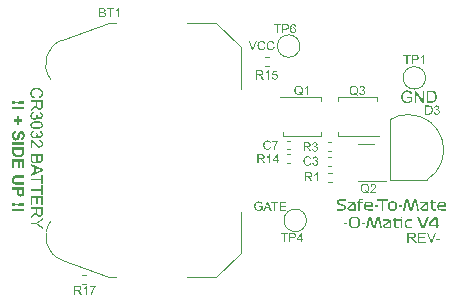
<source format=gto>
%TF.GenerationSoftware,KiCad,Pcbnew,7.0.6*%
%TF.CreationDate,2024-04-07T09:56:08-04:00*%
%TF.ProjectId,Safe-To-Mate-O-Matic-v4,53616665-2d54-46f2-9d4d-6174652d4f2d,rev?*%
%TF.SameCoordinates,Original*%
%TF.FileFunction,Legend,Top*%
%TF.FilePolarity,Positive*%
%FSLAX46Y46*%
G04 Gerber Fmt 4.6, Leading zero omitted, Abs format (unit mm)*
G04 Created by KiCad (PCBNEW 7.0.6) date 2024-04-07 09:56:08*
%MOMM*%
%LPD*%
G01*
G04 APERTURE LIST*
%ADD10C,0.127000*%
%ADD11C,0.187500*%
%ADD12C,0.203200*%
%ADD13C,0.150000*%
%ADD14C,0.120000*%
G04 APERTURE END LIST*
D10*
G36*
X141101597Y-78818238D02*
G01*
X141067353Y-78953728D01*
X141056854Y-78950994D01*
X141046512Y-78948127D01*
X141036327Y-78945128D01*
X141026299Y-78941995D01*
X141016428Y-78938730D01*
X141006715Y-78935332D01*
X140997158Y-78931801D01*
X140987758Y-78928138D01*
X140978516Y-78924341D01*
X140960501Y-78916350D01*
X140943115Y-78907828D01*
X140926357Y-78898774D01*
X140910228Y-78889189D01*
X140894726Y-78879073D01*
X140879852Y-78868426D01*
X140865607Y-78857247D01*
X140851990Y-78845538D01*
X140839001Y-78833297D01*
X140826640Y-78820525D01*
X140814907Y-78807222D01*
X140809276Y-78800371D01*
X140798518Y-78786375D01*
X140788454Y-78771993D01*
X140779085Y-78757225D01*
X140770409Y-78742071D01*
X140762428Y-78726532D01*
X140755140Y-78710606D01*
X140748547Y-78694295D01*
X140742647Y-78677598D01*
X140737442Y-78660516D01*
X140732931Y-78643047D01*
X140729113Y-78625193D01*
X140725990Y-78606953D01*
X140723561Y-78588327D01*
X140721826Y-78569316D01*
X140720785Y-78549918D01*
X140720438Y-78530135D01*
X140720504Y-78519850D01*
X140720702Y-78509687D01*
X140721033Y-78499644D01*
X140721496Y-78489721D01*
X140722820Y-78470238D01*
X140724672Y-78451238D01*
X140727054Y-78432721D01*
X140729965Y-78414687D01*
X140733405Y-78397135D01*
X140737374Y-78380066D01*
X140741873Y-78363479D01*
X140746901Y-78347376D01*
X140752458Y-78331755D01*
X140758545Y-78316617D01*
X140765160Y-78301961D01*
X140772305Y-78287789D01*
X140779979Y-78274099D01*
X140788183Y-78260891D01*
X140796888Y-78248149D01*
X140806065Y-78235793D01*
X140815716Y-78223823D01*
X140825840Y-78212238D01*
X140836437Y-78201040D01*
X140847507Y-78190227D01*
X140859049Y-78179799D01*
X140871065Y-78169758D01*
X140883554Y-78160102D01*
X140896516Y-78150833D01*
X140909951Y-78141949D01*
X140923859Y-78133450D01*
X140938241Y-78125338D01*
X140953095Y-78117611D01*
X140968422Y-78110271D01*
X140984222Y-78103316D01*
X141000364Y-78096765D01*
X141016652Y-78090637D01*
X141033088Y-78084931D01*
X141049672Y-78079648D01*
X141066403Y-78074788D01*
X141083281Y-78070350D01*
X141100306Y-78066335D01*
X141117479Y-78062743D01*
X141134799Y-78059573D01*
X141152267Y-78056826D01*
X141169881Y-78054502D01*
X141187644Y-78052600D01*
X141205553Y-78051121D01*
X141223610Y-78050064D01*
X141241814Y-78049430D01*
X141260166Y-78049219D01*
X141270176Y-78049278D01*
X141280105Y-78049457D01*
X141299722Y-78050173D01*
X141319018Y-78051365D01*
X141337992Y-78053034D01*
X141356644Y-78055180D01*
X141374974Y-78057803D01*
X141392983Y-78060903D01*
X141410669Y-78064480D01*
X141428034Y-78068534D01*
X141445077Y-78073064D01*
X141461798Y-78078072D01*
X141478197Y-78083557D01*
X141494275Y-78089518D01*
X141510030Y-78095956D01*
X141525464Y-78102872D01*
X141540576Y-78110264D01*
X141555302Y-78118096D01*
X141569579Y-78126332D01*
X141583405Y-78134970D01*
X141596782Y-78144012D01*
X141609709Y-78153458D01*
X141622187Y-78163306D01*
X141634214Y-78173558D01*
X141645792Y-78184213D01*
X141656920Y-78195271D01*
X141667598Y-78206732D01*
X141677827Y-78218597D01*
X141687605Y-78230865D01*
X141696934Y-78243536D01*
X141705813Y-78256611D01*
X141714243Y-78270088D01*
X141722222Y-78283969D01*
X141729765Y-78298170D01*
X141736821Y-78312545D01*
X141743390Y-78327095D01*
X141749472Y-78341819D01*
X141755068Y-78356718D01*
X141760178Y-78371791D01*
X141764801Y-78387039D01*
X141768937Y-78402461D01*
X141772586Y-78418058D01*
X141775749Y-78433829D01*
X141778426Y-78449775D01*
X141780615Y-78465895D01*
X141782318Y-78482189D01*
X141783535Y-78498659D01*
X141784265Y-78515302D01*
X141784508Y-78532120D01*
X141784199Y-78551130D01*
X141783271Y-78569758D01*
X141781725Y-78588003D01*
X141779561Y-78605867D01*
X141776778Y-78623349D01*
X141773376Y-78640450D01*
X141769356Y-78657168D01*
X141764718Y-78673504D01*
X141759461Y-78689458D01*
X141753586Y-78705031D01*
X141747093Y-78720221D01*
X141739981Y-78735030D01*
X141732250Y-78749457D01*
X141723901Y-78763501D01*
X141714934Y-78777164D01*
X141705348Y-78790445D01*
X141695201Y-78803287D01*
X141684550Y-78815632D01*
X141673395Y-78827481D01*
X141661736Y-78838834D01*
X141649572Y-78849691D01*
X141636905Y-78860051D01*
X141623734Y-78869915D01*
X141610058Y-78879283D01*
X141595879Y-78888154D01*
X141581195Y-78896529D01*
X141566008Y-78904408D01*
X141550316Y-78911791D01*
X141534120Y-78918677D01*
X141517420Y-78925067D01*
X141500217Y-78930960D01*
X141482509Y-78936358D01*
X141450994Y-78802853D01*
X141465020Y-78798291D01*
X141478562Y-78793477D01*
X141491619Y-78788411D01*
X141504191Y-78783094D01*
X141516279Y-78777524D01*
X141527882Y-78771702D01*
X141539000Y-78765628D01*
X141549634Y-78759302D01*
X141559783Y-78752724D01*
X141569447Y-78745894D01*
X141578626Y-78738812D01*
X141587321Y-78731478D01*
X141595532Y-78723892D01*
X141603257Y-78716054D01*
X141610498Y-78707964D01*
X141617255Y-78699622D01*
X141623565Y-78691018D01*
X141629468Y-78682143D01*
X141634964Y-78672996D01*
X141640053Y-78663578D01*
X141644735Y-78653888D01*
X141649010Y-78643928D01*
X141652878Y-78633695D01*
X141656338Y-78623191D01*
X141659392Y-78612416D01*
X141662038Y-78601370D01*
X141664277Y-78590052D01*
X141666109Y-78578462D01*
X141667534Y-78566601D01*
X141668552Y-78554469D01*
X141669163Y-78542066D01*
X141669366Y-78529390D01*
X141669143Y-78514807D01*
X141668474Y-78500524D01*
X141667360Y-78486541D01*
X141665799Y-78472859D01*
X141663793Y-78459477D01*
X141661340Y-78446396D01*
X141658442Y-78433615D01*
X141655098Y-78421135D01*
X141651307Y-78408955D01*
X141647071Y-78397076D01*
X141642390Y-78385497D01*
X141637262Y-78374219D01*
X141631688Y-78363241D01*
X141625668Y-78352564D01*
X141619203Y-78342187D01*
X141612292Y-78332111D01*
X141605005Y-78322399D01*
X141597414Y-78313053D01*
X141589519Y-78304074D01*
X141581319Y-78295462D01*
X141572815Y-78287216D01*
X141564007Y-78279336D01*
X141554894Y-78271823D01*
X141545477Y-78264676D01*
X141535756Y-78257895D01*
X141525730Y-78251481D01*
X141515399Y-78245433D01*
X141504765Y-78239752D01*
X141493826Y-78234437D01*
X141482582Y-78229489D01*
X141471035Y-78224907D01*
X141459183Y-78220691D01*
X141447154Y-78216815D01*
X141435077Y-78213188D01*
X141422952Y-78209812D01*
X141410778Y-78206686D01*
X141398555Y-78203810D01*
X141386284Y-78201184D01*
X141373965Y-78198808D01*
X141361597Y-78196682D01*
X141349181Y-78194807D01*
X141336716Y-78193181D01*
X141324203Y-78191806D01*
X141311641Y-78190680D01*
X141299031Y-78189805D01*
X141286373Y-78189180D01*
X141273666Y-78188805D01*
X141260910Y-78188679D01*
X141244570Y-78188828D01*
X141228492Y-78189273D01*
X141212675Y-78190014D01*
X141197120Y-78191052D01*
X141181827Y-78192387D01*
X141166795Y-78194019D01*
X141152025Y-78195947D01*
X141137517Y-78198171D01*
X141123271Y-78200692D01*
X141109286Y-78203510D01*
X141095563Y-78206625D01*
X141082102Y-78210036D01*
X141068903Y-78213744D01*
X141055965Y-78217748D01*
X141043289Y-78222049D01*
X141030874Y-78226647D01*
X141018815Y-78231587D01*
X141007141Y-78236856D01*
X140995853Y-78242452D01*
X140984951Y-78248375D01*
X140974435Y-78254626D01*
X140964304Y-78261205D01*
X140954559Y-78268112D01*
X140945200Y-78275346D01*
X140936227Y-78282908D01*
X140927640Y-78290797D01*
X140919438Y-78299014D01*
X140911622Y-78307559D01*
X140904193Y-78316432D01*
X140897148Y-78325632D01*
X140890490Y-78335159D01*
X140884217Y-78345014D01*
X140878328Y-78355116D01*
X140872818Y-78365320D01*
X140867688Y-78375627D01*
X140862938Y-78386037D01*
X140858569Y-78396549D01*
X140854579Y-78407165D01*
X140850969Y-78417883D01*
X140847739Y-78428703D01*
X140844889Y-78439627D01*
X140842419Y-78450653D01*
X140840330Y-78461782D01*
X140838620Y-78473014D01*
X140837290Y-78484348D01*
X140836340Y-78495785D01*
X140835770Y-78507325D01*
X140835580Y-78518968D01*
X140835842Y-78533039D01*
X140836627Y-78546839D01*
X140837935Y-78560367D01*
X140839767Y-78573623D01*
X140842123Y-78586609D01*
X140845002Y-78599322D01*
X140848404Y-78611765D01*
X140852330Y-78623936D01*
X140856779Y-78635835D01*
X140861752Y-78647464D01*
X140867248Y-78658820D01*
X140873268Y-78669906D01*
X140879811Y-78680720D01*
X140886877Y-78691262D01*
X140894467Y-78701533D01*
X140902580Y-78711533D01*
X140911210Y-78721197D01*
X140920347Y-78730462D01*
X140929991Y-78739328D01*
X140940144Y-78747794D01*
X140950805Y-78755861D01*
X140961974Y-78763528D01*
X140973650Y-78770797D01*
X140985835Y-78777665D01*
X140998528Y-78784135D01*
X141011728Y-78790205D01*
X141025436Y-78795875D01*
X141039653Y-78801146D01*
X141054377Y-78806018D01*
X141069609Y-78810491D01*
X141085349Y-78814564D01*
X141101597Y-78818238D01*
G37*
G36*
X141768627Y-79570383D02*
G01*
X141768517Y-79587218D01*
X141768188Y-79603542D01*
X141767641Y-79619354D01*
X141766874Y-79634654D01*
X141765888Y-79649442D01*
X141764683Y-79663718D01*
X141763259Y-79677483D01*
X141761616Y-79690736D01*
X141759754Y-79703477D01*
X141757673Y-79715706D01*
X141755373Y-79727423D01*
X141752853Y-79738629D01*
X141750115Y-79749323D01*
X141747158Y-79759505D01*
X141743981Y-79769175D01*
X141740586Y-79778333D01*
X141734997Y-79791434D01*
X141728654Y-79804028D01*
X141721556Y-79816117D01*
X141713704Y-79827700D01*
X141705097Y-79838776D01*
X141695735Y-79849347D01*
X141685619Y-79859411D01*
X141674748Y-79868970D01*
X141663123Y-79878023D01*
X141654953Y-79883777D01*
X141646448Y-79889306D01*
X141642070Y-79891986D01*
X141633172Y-79897155D01*
X141624160Y-79901990D01*
X141615034Y-79906491D01*
X141605793Y-79910659D01*
X141596438Y-79914494D01*
X141586969Y-79917995D01*
X141577385Y-79921163D01*
X141567686Y-79923998D01*
X141557874Y-79926498D01*
X141547947Y-79928666D01*
X141537905Y-79930500D01*
X141527750Y-79932000D01*
X141517480Y-79933167D01*
X141507095Y-79934001D01*
X141496596Y-79934501D01*
X141485983Y-79934668D01*
X141472315Y-79934393D01*
X141458919Y-79933567D01*
X141445794Y-79932190D01*
X141432941Y-79930263D01*
X141420359Y-79927786D01*
X141408048Y-79924758D01*
X141396009Y-79921179D01*
X141384241Y-79917049D01*
X141372745Y-79912369D01*
X141361520Y-79907139D01*
X141350566Y-79901358D01*
X141339884Y-79895026D01*
X141329473Y-79888144D01*
X141319334Y-79880711D01*
X141309466Y-79872727D01*
X141299870Y-79864193D01*
X141290654Y-79855084D01*
X141281867Y-79845376D01*
X141273509Y-79835069D01*
X141265578Y-79824163D01*
X141258077Y-79812658D01*
X141251004Y-79800554D01*
X141244359Y-79787851D01*
X141238142Y-79774549D01*
X141232354Y-79760647D01*
X141226995Y-79746147D01*
X141222064Y-79731048D01*
X141217561Y-79715349D01*
X141213487Y-79699052D01*
X141209842Y-79682155D01*
X141206624Y-79664660D01*
X141203835Y-79646565D01*
X141198959Y-79656390D01*
X141194099Y-79665767D01*
X141189258Y-79674694D01*
X141182829Y-79685897D01*
X141176431Y-79696302D01*
X141170065Y-79705908D01*
X141163729Y-79714716D01*
X141157425Y-79722724D01*
X141152716Y-79728207D01*
X141145756Y-79735595D01*
X141138583Y-79742933D01*
X141131200Y-79750220D01*
X141123605Y-79757457D01*
X141115799Y-79764644D01*
X141107782Y-79771780D01*
X141099553Y-79778866D01*
X141091113Y-79785902D01*
X141082462Y-79792887D01*
X141073599Y-79799821D01*
X141064525Y-79806706D01*
X141055240Y-79813539D01*
X141045743Y-79820323D01*
X141036035Y-79827056D01*
X141026116Y-79833739D01*
X141015985Y-79840371D01*
X140736320Y-80018543D01*
X140736320Y-79848063D01*
X140950225Y-79712821D01*
X140961626Y-79705489D01*
X140972687Y-79698320D01*
X140983409Y-79691314D01*
X140993791Y-79684470D01*
X141003835Y-79677789D01*
X141013539Y-79671272D01*
X141022904Y-79664917D01*
X141031929Y-79658724D01*
X141040615Y-79652695D01*
X141048962Y-79646829D01*
X141060847Y-79638334D01*
X141071968Y-79630206D01*
X141082325Y-79622445D01*
X141091920Y-79615050D01*
X141100873Y-79607910D01*
X141109307Y-79600914D01*
X141117221Y-79594062D01*
X141124617Y-79587354D01*
X141133671Y-79578634D01*
X141141802Y-79570169D01*
X141149010Y-79561961D01*
X141155295Y-79554009D01*
X141160657Y-79546312D01*
X141166493Y-79536821D01*
X141171746Y-79527269D01*
X141176419Y-79517657D01*
X141180509Y-79507984D01*
X141184018Y-79498251D01*
X141186946Y-79488457D01*
X141187954Y-79484523D01*
X141189888Y-79473025D01*
X141190978Y-79463096D01*
X141191826Y-79451738D01*
X141192330Y-79441622D01*
X141192679Y-79430591D01*
X141192873Y-79418645D01*
X141192917Y-79409085D01*
X141192917Y-79252005D01*
X141308059Y-79252005D01*
X141308059Y-79543086D01*
X141308135Y-79554529D01*
X141308365Y-79565656D01*
X141308748Y-79576467D01*
X141309284Y-79586962D01*
X141309973Y-79597141D01*
X141311294Y-79611817D01*
X141312960Y-79625782D01*
X141314970Y-79639036D01*
X141317325Y-79651579D01*
X141320024Y-79663411D01*
X141323068Y-79674532D01*
X141326457Y-79684942D01*
X141327663Y-79688254D01*
X141331543Y-79697852D01*
X141335834Y-79707008D01*
X141342193Y-79718532D01*
X141349281Y-79729272D01*
X141357098Y-79739229D01*
X141365643Y-79748403D01*
X141374918Y-79756793D01*
X141384922Y-79764401D01*
X141390197Y-79767911D01*
X141401108Y-79774308D01*
X141412251Y-79779853D01*
X141423627Y-79784545D01*
X141435236Y-79788383D01*
X141447077Y-79791369D01*
X141459152Y-79793501D01*
X141471458Y-79794781D01*
X141483998Y-79795207D01*
X141497632Y-79794743D01*
X141510804Y-79793349D01*
X141523513Y-79791026D01*
X141535760Y-79787774D01*
X141547545Y-79783593D01*
X141558867Y-79778483D01*
X141569727Y-79772444D01*
X141580125Y-79765476D01*
X141590060Y-79757578D01*
X141599533Y-79748752D01*
X141605592Y-79742351D01*
X141614151Y-79731949D01*
X141621868Y-79720468D01*
X141628743Y-79707911D01*
X141634776Y-79694276D01*
X141638331Y-79684587D01*
X141641511Y-79674420D01*
X141644318Y-79663774D01*
X141646750Y-79652649D01*
X141648808Y-79641045D01*
X141650491Y-79628962D01*
X141651801Y-79616400D01*
X141652736Y-79603360D01*
X141653298Y-79589840D01*
X141653485Y-79575842D01*
X141653485Y-79252005D01*
X141308059Y-79252005D01*
X141192917Y-79252005D01*
X140736320Y-79252005D01*
X140736320Y-79116763D01*
X141768627Y-79116763D01*
X141768627Y-79570383D01*
G37*
G36*
X141005315Y-80090755D02*
G01*
X141022189Y-80216319D01*
X141009236Y-80219136D01*
X140996742Y-80222189D01*
X140984708Y-80225479D01*
X140973133Y-80229006D01*
X140962017Y-80232769D01*
X140951361Y-80236768D01*
X140941165Y-80241004D01*
X140931428Y-80245477D01*
X140922150Y-80250186D01*
X140913332Y-80255131D01*
X140900967Y-80262993D01*
X140889635Y-80271387D01*
X140879337Y-80280313D01*
X140870073Y-80289772D01*
X140861780Y-80299741D01*
X140854303Y-80310107D01*
X140847641Y-80320871D01*
X140841795Y-80332031D01*
X140836765Y-80343588D01*
X140832551Y-80355542D01*
X140829152Y-80367893D01*
X140826569Y-80380641D01*
X140824801Y-80393786D01*
X140823850Y-80407328D01*
X140823669Y-80416577D01*
X140823909Y-80427573D01*
X140824630Y-80438352D01*
X140825832Y-80448914D01*
X140827515Y-80459259D01*
X140829678Y-80469386D01*
X140832323Y-80479297D01*
X140835448Y-80488990D01*
X140839054Y-80498466D01*
X140843141Y-80507726D01*
X140847708Y-80516768D01*
X140852756Y-80525592D01*
X140858286Y-80534200D01*
X140864295Y-80542591D01*
X140870786Y-80550764D01*
X140877758Y-80558721D01*
X140885210Y-80566460D01*
X140893017Y-80573852D01*
X140901053Y-80580767D01*
X140909317Y-80587206D01*
X140917811Y-80593167D01*
X140926533Y-80598652D01*
X140935484Y-80603659D01*
X140944663Y-80608190D01*
X140954072Y-80612244D01*
X140963709Y-80615820D01*
X140973575Y-80618920D01*
X140983670Y-80621543D01*
X140993993Y-80623690D01*
X141004545Y-80625359D01*
X141015326Y-80626551D01*
X141026336Y-80627266D01*
X141037574Y-80627505D01*
X141048281Y-80627284D01*
X141058749Y-80626621D01*
X141068978Y-80625516D01*
X141078969Y-80623969D01*
X141088722Y-80621980D01*
X141102903Y-80618167D01*
X141116548Y-80613360D01*
X141129657Y-80607559D01*
X141142229Y-80600763D01*
X141154265Y-80592972D01*
X141165764Y-80584187D01*
X141176726Y-80574407D01*
X141180261Y-80570927D01*
X141190328Y-80560050D01*
X141199405Y-80548637D01*
X141207491Y-80536687D01*
X141214587Y-80524200D01*
X141220693Y-80511178D01*
X141225809Y-80497618D01*
X141229935Y-80483522D01*
X141232136Y-80473827D01*
X141233896Y-80463893D01*
X141235216Y-80453721D01*
X141236096Y-80443310D01*
X141236536Y-80432661D01*
X141236591Y-80427247D01*
X141236252Y-80415656D01*
X141235234Y-80403217D01*
X141233932Y-80392655D01*
X141232194Y-80381551D01*
X141230023Y-80369903D01*
X141227418Y-80357713D01*
X141224378Y-80344979D01*
X141222695Y-80338409D01*
X141341063Y-80352554D01*
X141340215Y-80362508D01*
X141339822Y-80372654D01*
X141339983Y-80382640D01*
X141340828Y-80397379D01*
X141342397Y-80411831D01*
X141344690Y-80425994D01*
X141347707Y-80439870D01*
X141351448Y-80453458D01*
X141355913Y-80466757D01*
X141361102Y-80479769D01*
X141367016Y-80492493D01*
X141373653Y-80504930D01*
X141381015Y-80517078D01*
X141389131Y-80528564D01*
X141398033Y-80538920D01*
X141407719Y-80548146D01*
X141418191Y-80556243D01*
X141429448Y-80563210D01*
X141441490Y-80569047D01*
X141454317Y-80573754D01*
X141467930Y-80577332D01*
X141482327Y-80579780D01*
X141492362Y-80580784D01*
X141502746Y-80581286D01*
X141508068Y-80581349D01*
X141520612Y-80580937D01*
X141532746Y-80579700D01*
X141544469Y-80577639D01*
X141555783Y-80574753D01*
X141566687Y-80571044D01*
X141577180Y-80566509D01*
X141587264Y-80561150D01*
X141596937Y-80554967D01*
X141606201Y-80547960D01*
X141615054Y-80540128D01*
X141620729Y-80534448D01*
X141628711Y-80525461D01*
X141635909Y-80515994D01*
X141642321Y-80506047D01*
X141647948Y-80495621D01*
X141652790Y-80484714D01*
X141656846Y-80473328D01*
X141660118Y-80461461D01*
X141662604Y-80449116D01*
X141664305Y-80436290D01*
X141665221Y-80422984D01*
X141665396Y-80413847D01*
X141664995Y-80400335D01*
X141663791Y-80387250D01*
X141661784Y-80374593D01*
X141658975Y-80362364D01*
X141655363Y-80350561D01*
X141650949Y-80339187D01*
X141645732Y-80328239D01*
X141639712Y-80317720D01*
X141632890Y-80307627D01*
X141625265Y-80297963D01*
X141619736Y-80291757D01*
X141610774Y-80282898D01*
X141601008Y-80274655D01*
X141590441Y-80267026D01*
X141579070Y-80260013D01*
X141566897Y-80253615D01*
X141553922Y-80247831D01*
X141540144Y-80242663D01*
X141530512Y-80239559D01*
X141520524Y-80236729D01*
X141510179Y-80234172D01*
X141499478Y-80231888D01*
X141488420Y-80229877D01*
X141482757Y-80228975D01*
X141505090Y-80103411D01*
X141520565Y-80106494D01*
X141535598Y-80110037D01*
X141550188Y-80114039D01*
X141564336Y-80118501D01*
X141578043Y-80123423D01*
X141591307Y-80128803D01*
X141604130Y-80134644D01*
X141616510Y-80140943D01*
X141628449Y-80147703D01*
X141639945Y-80154921D01*
X141650999Y-80162599D01*
X141661612Y-80170737D01*
X141671782Y-80179334D01*
X141681510Y-80188391D01*
X141690796Y-80197907D01*
X141699641Y-80207882D01*
X141707994Y-80218243D01*
X141715809Y-80228917D01*
X141723085Y-80239902D01*
X141729822Y-80251200D01*
X141736020Y-80262810D01*
X141741679Y-80274731D01*
X141746799Y-80286965D01*
X141751380Y-80299512D01*
X141755422Y-80312370D01*
X141758925Y-80325540D01*
X141761890Y-80339023D01*
X141764315Y-80352818D01*
X141766201Y-80366924D01*
X141767549Y-80381343D01*
X141768357Y-80396074D01*
X141768627Y-80411117D01*
X141768487Y-80421519D01*
X141768068Y-80431819D01*
X141767370Y-80442015D01*
X141766393Y-80452109D01*
X141765137Y-80462100D01*
X141763601Y-80471988D01*
X141761787Y-80481774D01*
X141758542Y-80496259D01*
X141754668Y-80510513D01*
X141750166Y-80524537D01*
X141745037Y-80538329D01*
X141739279Y-80551889D01*
X141732893Y-80565219D01*
X141725962Y-80578141D01*
X141718568Y-80590478D01*
X141710712Y-80602231D01*
X141702394Y-80613399D01*
X141693613Y-80623983D01*
X141684370Y-80633982D01*
X141674664Y-80643397D01*
X141664496Y-80652227D01*
X141653866Y-80660473D01*
X141642773Y-80668134D01*
X141635121Y-80672916D01*
X141623468Y-80679613D01*
X141611680Y-80685651D01*
X141599756Y-80691030D01*
X141587698Y-80695750D01*
X141575503Y-80699812D01*
X141563174Y-80703215D01*
X141550710Y-80705960D01*
X141538110Y-80708045D01*
X141525375Y-80709472D01*
X141512505Y-80710241D01*
X141503850Y-80710387D01*
X141491576Y-80710075D01*
X141479507Y-80709140D01*
X141467643Y-80707580D01*
X141455984Y-80705397D01*
X141444530Y-80702590D01*
X141433281Y-80699159D01*
X141422237Y-80695105D01*
X141411398Y-80690427D01*
X141400764Y-80685125D01*
X141390335Y-80679199D01*
X141383497Y-80674902D01*
X141373548Y-80667945D01*
X141363987Y-80660382D01*
X141354814Y-80652213D01*
X141346030Y-80643437D01*
X141337634Y-80634055D01*
X141329626Y-80624067D01*
X141322006Y-80613472D01*
X141314774Y-80602271D01*
X141307931Y-80590464D01*
X141301476Y-80578050D01*
X141297388Y-80569438D01*
X141294574Y-80580632D01*
X141291406Y-80591508D01*
X141287882Y-80602066D01*
X141284004Y-80612306D01*
X141279771Y-80622228D01*
X141275183Y-80631832D01*
X141270240Y-80641118D01*
X141264943Y-80650087D01*
X141259290Y-80658737D01*
X141253283Y-80667069D01*
X141246922Y-80675084D01*
X141240205Y-80682780D01*
X141233134Y-80690159D01*
X141225708Y-80697220D01*
X141217927Y-80703962D01*
X141209791Y-80710387D01*
X141201347Y-80716487D01*
X141192642Y-80722194D01*
X141183674Y-80727507D01*
X141174445Y-80732426D01*
X141164954Y-80736952D01*
X141155202Y-80741084D01*
X141145188Y-80744823D01*
X141134912Y-80748168D01*
X141124374Y-80751120D01*
X141113575Y-80753678D01*
X141102513Y-80755842D01*
X141091191Y-80757613D01*
X141079606Y-80758991D01*
X141067760Y-80759975D01*
X141055652Y-80760565D01*
X141043282Y-80760762D01*
X141026568Y-80760380D01*
X141010173Y-80759234D01*
X140994099Y-80757325D01*
X140978344Y-80754651D01*
X140962909Y-80751214D01*
X140947794Y-80747013D01*
X140932999Y-80742048D01*
X140918524Y-80736319D01*
X140904369Y-80729826D01*
X140890534Y-80722570D01*
X140877018Y-80714550D01*
X140863822Y-80705765D01*
X140850947Y-80696217D01*
X140838391Y-80685906D01*
X140826155Y-80674830D01*
X140814239Y-80662990D01*
X140802880Y-80650568D01*
X140792254Y-80637745D01*
X140782361Y-80624520D01*
X140773201Y-80610894D01*
X140764773Y-80596867D01*
X140757079Y-80582438D01*
X140750117Y-80567608D01*
X140743888Y-80552377D01*
X140738392Y-80536745D01*
X140733629Y-80520711D01*
X140729598Y-80504276D01*
X140726300Y-80487439D01*
X140723736Y-80470202D01*
X140721903Y-80452562D01*
X140720804Y-80434522D01*
X140720438Y-80416080D01*
X140720747Y-80399416D01*
X140721675Y-80383107D01*
X140723221Y-80367156D01*
X140725385Y-80351561D01*
X140728168Y-80336323D01*
X140731570Y-80321442D01*
X140735590Y-80306917D01*
X140740228Y-80292750D01*
X140745485Y-80278938D01*
X140751360Y-80265484D01*
X140757853Y-80252386D01*
X140764965Y-80239645D01*
X140772696Y-80227261D01*
X140781045Y-80215233D01*
X140790012Y-80203563D01*
X140799598Y-80192248D01*
X140809707Y-80181441D01*
X140820183Y-80171229D01*
X140831025Y-80161613D01*
X140842233Y-80152591D01*
X140853808Y-80144164D01*
X140865749Y-80136333D01*
X140878057Y-80129097D01*
X140890731Y-80122456D01*
X140903772Y-80116410D01*
X140917179Y-80110960D01*
X140930952Y-80106104D01*
X140945092Y-80101844D01*
X140959598Y-80098179D01*
X140974471Y-80095109D01*
X140989710Y-80092634D01*
X141005315Y-80090755D01*
G37*
G36*
X141255583Y-80881151D02*
G01*
X141266744Y-80881260D01*
X141277765Y-80881442D01*
X141288649Y-80881697D01*
X141299393Y-80882024D01*
X141309999Y-80882424D01*
X141320467Y-80882896D01*
X141330796Y-80883441D01*
X141340986Y-80884059D01*
X141351037Y-80884750D01*
X141360950Y-80885513D01*
X141380360Y-80887258D01*
X141399216Y-80889294D01*
X141417517Y-80891620D01*
X141435264Y-80894237D01*
X141452456Y-80897145D01*
X141469094Y-80900344D01*
X141485177Y-80903834D01*
X141500706Y-80907614D01*
X141515680Y-80911685D01*
X141530100Y-80916047D01*
X141537102Y-80918338D01*
X141550799Y-80923162D01*
X141564096Y-80928267D01*
X141576994Y-80933654D01*
X141589493Y-80939322D01*
X141601592Y-80945271D01*
X141613292Y-80951501D01*
X141624592Y-80958012D01*
X141635494Y-80964804D01*
X141645995Y-80971877D01*
X141656098Y-80979231D01*
X141665801Y-80986867D01*
X141675105Y-80994783D01*
X141684009Y-81002981D01*
X141692514Y-81011460D01*
X141700620Y-81020220D01*
X141708326Y-81029261D01*
X141715628Y-81038622D01*
X141722459Y-81048279D01*
X141728819Y-81058233D01*
X141734707Y-81068484D01*
X141740125Y-81079032D01*
X141745072Y-81089876D01*
X141749547Y-81101016D01*
X141753551Y-81112453D01*
X141757085Y-81124187D01*
X141760147Y-81136218D01*
X141762738Y-81148545D01*
X141764858Y-81161169D01*
X141766507Y-81174089D01*
X141767684Y-81187306D01*
X141768391Y-81200819D01*
X141768627Y-81214630D01*
X141768497Y-81224848D01*
X141768107Y-81234908D01*
X141767035Y-81249700D01*
X141765379Y-81264134D01*
X141763139Y-81278210D01*
X141760313Y-81291928D01*
X141756904Y-81305289D01*
X141752910Y-81318293D01*
X141748331Y-81330938D01*
X141743168Y-81343226D01*
X141737420Y-81355156D01*
X141735374Y-81359053D01*
X141728880Y-81370540D01*
X141721867Y-81381643D01*
X141714334Y-81392362D01*
X141706283Y-81402697D01*
X141697712Y-81412648D01*
X141688622Y-81422215D01*
X141679013Y-81431399D01*
X141668885Y-81440199D01*
X141658238Y-81448614D01*
X141647072Y-81456646D01*
X141639340Y-81461788D01*
X141627373Y-81469219D01*
X141614921Y-81476345D01*
X141601986Y-81483166D01*
X141588566Y-81489681D01*
X141579351Y-81493855D01*
X141569920Y-81497894D01*
X141560274Y-81501796D01*
X141550413Y-81505563D01*
X141540337Y-81509194D01*
X141530045Y-81512690D01*
X141519538Y-81516049D01*
X141508817Y-81519273D01*
X141497880Y-81522362D01*
X141486727Y-81525314D01*
X141475253Y-81528109D01*
X141463289Y-81530723D01*
X141450834Y-81533157D01*
X141437888Y-81535411D01*
X141424452Y-81537484D01*
X141410526Y-81539377D01*
X141396109Y-81541090D01*
X141381201Y-81542623D01*
X141365803Y-81543975D01*
X141349915Y-81545147D01*
X141333536Y-81546139D01*
X141316667Y-81546950D01*
X141299307Y-81547581D01*
X141281456Y-81548032D01*
X141263115Y-81548302D01*
X141244284Y-81548392D01*
X141233061Y-81548356D01*
X141221974Y-81548248D01*
X141211022Y-81548067D01*
X141200206Y-81547815D01*
X141189526Y-81547490D01*
X141178982Y-81547092D01*
X141168573Y-81546623D01*
X141158300Y-81546081D01*
X141148162Y-81545468D01*
X141138161Y-81544781D01*
X141118565Y-81543193D01*
X141099511Y-81541315D01*
X141081001Y-81539149D01*
X141063033Y-81536693D01*
X141045608Y-81533949D01*
X141028726Y-81530916D01*
X141012387Y-81527594D01*
X140996591Y-81523983D01*
X140981337Y-81520084D01*
X140966627Y-81515895D01*
X140952459Y-81511418D01*
X140938790Y-81506653D01*
X140925515Y-81501600D01*
X140912634Y-81496261D01*
X140900146Y-81490635D01*
X140888051Y-81484722D01*
X140876350Y-81478522D01*
X140865043Y-81472035D01*
X140854129Y-81465262D01*
X140843609Y-81458201D01*
X140833482Y-81450853D01*
X140823749Y-81443219D01*
X140814409Y-81435298D01*
X140805463Y-81427089D01*
X140796911Y-81418594D01*
X140788752Y-81409812D01*
X140780987Y-81400743D01*
X140773655Y-81391379D01*
X140766796Y-81381712D01*
X140760410Y-81371744D01*
X140754497Y-81361473D01*
X140749057Y-81350899D01*
X140744090Y-81340023D01*
X140739596Y-81328845D01*
X140735575Y-81317364D01*
X140732027Y-81305581D01*
X140728953Y-81293495D01*
X140726351Y-81281107D01*
X140724222Y-81268416D01*
X140722567Y-81255423D01*
X140721384Y-81242128D01*
X140720674Y-81228530D01*
X140720438Y-81214630D01*
X140823669Y-81214630D01*
X140823997Y-81225347D01*
X140824983Y-81235850D01*
X140826626Y-81246138D01*
X140828926Y-81256210D01*
X140831884Y-81266067D01*
X140835498Y-81275709D01*
X140839770Y-81285136D01*
X140844699Y-81294348D01*
X140850286Y-81303344D01*
X140856529Y-81312126D01*
X140863430Y-81320692D01*
X140870988Y-81329043D01*
X140879203Y-81337178D01*
X140888075Y-81345099D01*
X140897605Y-81352804D01*
X140907792Y-81360294D01*
X140918965Y-81367446D01*
X140931455Y-81374136D01*
X140945261Y-81380365D01*
X140960384Y-81386133D01*
X140976823Y-81391439D01*
X140994578Y-81396284D01*
X141013650Y-81400667D01*
X141023680Y-81402686D01*
X141034038Y-81404589D01*
X141044726Y-81406377D01*
X141055743Y-81408049D01*
X141067089Y-81409607D01*
X141078764Y-81411049D01*
X141090768Y-81412375D01*
X141103101Y-81413586D01*
X141115763Y-81414682D01*
X141128754Y-81415663D01*
X141142075Y-81416528D01*
X141155724Y-81417278D01*
X141169703Y-81417912D01*
X141184011Y-81418431D01*
X141198647Y-81418835D01*
X141213613Y-81419123D01*
X141228908Y-81419296D01*
X141244532Y-81419354D01*
X141260232Y-81419296D01*
X141275599Y-81419123D01*
X141290632Y-81418835D01*
X141305333Y-81418431D01*
X141319701Y-81417912D01*
X141333736Y-81417278D01*
X141347437Y-81416528D01*
X141360806Y-81415663D01*
X141373842Y-81414682D01*
X141386545Y-81413586D01*
X141398915Y-81412375D01*
X141410952Y-81411049D01*
X141422656Y-81409607D01*
X141434027Y-81408049D01*
X141445065Y-81406377D01*
X141455771Y-81404589D01*
X141466143Y-81402686D01*
X141476182Y-81400667D01*
X141485888Y-81398533D01*
X141504302Y-81393919D01*
X141521383Y-81388843D01*
X141537133Y-81383307D01*
X141551551Y-81377308D01*
X141564637Y-81370849D01*
X141576391Y-81363928D01*
X141581769Y-81360294D01*
X141591896Y-81352799D01*
X141601369Y-81345079D01*
X141610189Y-81337135D01*
X141618356Y-81328965D01*
X141625869Y-81320570D01*
X141632729Y-81311951D01*
X141638936Y-81303107D01*
X141644489Y-81294038D01*
X141649389Y-81284744D01*
X141653636Y-81275225D01*
X141657229Y-81265481D01*
X141660169Y-81255512D01*
X141662456Y-81245319D01*
X141664089Y-81234900D01*
X141665069Y-81224257D01*
X141665396Y-81213389D01*
X141665108Y-81202700D01*
X141664244Y-81192284D01*
X141662805Y-81182142D01*
X141660790Y-81172273D01*
X141658199Y-81162678D01*
X141653232Y-81148797D01*
X141646971Y-81135531D01*
X141639413Y-81122881D01*
X141633656Y-81114789D01*
X141627322Y-81106970D01*
X141620412Y-81099425D01*
X141612927Y-81092153D01*
X141604866Y-81085154D01*
X141596229Y-81078429D01*
X141591695Y-81075169D01*
X141579318Y-81067296D01*
X141565697Y-81059931D01*
X141550835Y-81053074D01*
X141534729Y-81046725D01*
X141517381Y-81040883D01*
X141498790Y-81035550D01*
X141489028Y-81033074D01*
X141478956Y-81030725D01*
X141468573Y-81028502D01*
X141457880Y-81026407D01*
X141446876Y-81024439D01*
X141435561Y-81022598D01*
X141423935Y-81020883D01*
X141411999Y-81019296D01*
X141399752Y-81017836D01*
X141387195Y-81016502D01*
X141374326Y-81015296D01*
X141361148Y-81014217D01*
X141347658Y-81013264D01*
X141333858Y-81012439D01*
X141319747Y-81011741D01*
X141305325Y-81011169D01*
X141290593Y-81010725D01*
X141275550Y-81010407D01*
X141260196Y-81010217D01*
X141244532Y-81010153D01*
X141228878Y-81010211D01*
X141213554Y-81010384D01*
X141198561Y-81010672D01*
X141183898Y-81011076D01*
X141169566Y-81011595D01*
X141155564Y-81012230D01*
X141141893Y-81012979D01*
X141128553Y-81013845D01*
X141115543Y-81014825D01*
X141102863Y-81015921D01*
X141090514Y-81017132D01*
X141078496Y-81018459D01*
X141066808Y-81019900D01*
X141055451Y-81021458D01*
X141044424Y-81023130D01*
X141033728Y-81024918D01*
X141023363Y-81026822D01*
X141013327Y-81028840D01*
X141003623Y-81030974D01*
X140985205Y-81035588D01*
X140968110Y-81040664D01*
X140952337Y-81046201D01*
X140937886Y-81052199D01*
X140924758Y-81058659D01*
X140912951Y-81065580D01*
X140907544Y-81069213D01*
X140897387Y-81076702D01*
X140887885Y-81084405D01*
X140879039Y-81092320D01*
X140870848Y-81100449D01*
X140863313Y-81108791D01*
X140856432Y-81117347D01*
X140850207Y-81126115D01*
X140844637Y-81135097D01*
X140839723Y-81144292D01*
X140835463Y-81153701D01*
X140831859Y-81163322D01*
X140828911Y-81173157D01*
X140826617Y-81183205D01*
X140824979Y-81193467D01*
X140823996Y-81203942D01*
X140823669Y-81214630D01*
X140720438Y-81214630D01*
X140720854Y-81196390D01*
X140722101Y-81178648D01*
X140724180Y-81161401D01*
X140727091Y-81144651D01*
X140730834Y-81128397D01*
X140735408Y-81112640D01*
X140740814Y-81097378D01*
X140747052Y-81082613D01*
X140754121Y-81068345D01*
X140762022Y-81054572D01*
X140770755Y-81041296D01*
X140780320Y-81028516D01*
X140790716Y-81016233D01*
X140801944Y-81004446D01*
X140814003Y-80993155D01*
X140826895Y-80982360D01*
X140835055Y-80976131D01*
X140843530Y-80970100D01*
X140852321Y-80964267D01*
X140861426Y-80958631D01*
X140870847Y-80953193D01*
X140880582Y-80947953D01*
X140890633Y-80942910D01*
X140900999Y-80938066D01*
X140911679Y-80933419D01*
X140922675Y-80928969D01*
X140933986Y-80924718D01*
X140945611Y-80920664D01*
X140957552Y-80916808D01*
X140969808Y-80913150D01*
X140982379Y-80909689D01*
X140995265Y-80906426D01*
X141008466Y-80903361D01*
X141021982Y-80900494D01*
X141035813Y-80897824D01*
X141049959Y-80895353D01*
X141064420Y-80893079D01*
X141079196Y-80891002D01*
X141094287Y-80889124D01*
X141109693Y-80887443D01*
X141125415Y-80885960D01*
X141141451Y-80884674D01*
X141157802Y-80883587D01*
X141174468Y-80882697D01*
X141191450Y-80882005D01*
X141208746Y-80881510D01*
X141226358Y-80881214D01*
X141244284Y-80881115D01*
X141255583Y-80881151D01*
G37*
G36*
X141005315Y-81672964D02*
G01*
X141022189Y-81798528D01*
X141009236Y-81801345D01*
X140996742Y-81804398D01*
X140984708Y-81807688D01*
X140973133Y-81811215D01*
X140962017Y-81814978D01*
X140951361Y-81818977D01*
X140941165Y-81823213D01*
X140931428Y-81827686D01*
X140922150Y-81832395D01*
X140913332Y-81837341D01*
X140900967Y-81845202D01*
X140889635Y-81853596D01*
X140879337Y-81862522D01*
X140870073Y-81871981D01*
X140861780Y-81881950D01*
X140854303Y-81892317D01*
X140847641Y-81903080D01*
X140841795Y-81914240D01*
X140836765Y-81925797D01*
X140832551Y-81937751D01*
X140829152Y-81950102D01*
X140826569Y-81962850D01*
X140824801Y-81975995D01*
X140823850Y-81989537D01*
X140823669Y-81998786D01*
X140823909Y-82009782D01*
X140824630Y-82020561D01*
X140825832Y-82031123D01*
X140827515Y-82041468D01*
X140829678Y-82051595D01*
X140832323Y-82061506D01*
X140835448Y-82071199D01*
X140839054Y-82080676D01*
X140843141Y-82089935D01*
X140847708Y-82098977D01*
X140852756Y-82107802D01*
X140858286Y-82116409D01*
X140864295Y-82124800D01*
X140870786Y-82132973D01*
X140877758Y-82140930D01*
X140885210Y-82148669D01*
X140893017Y-82156061D01*
X140901053Y-82162976D01*
X140909317Y-82169415D01*
X140917811Y-82175376D01*
X140926533Y-82180861D01*
X140935484Y-82185868D01*
X140944663Y-82190399D01*
X140954072Y-82194453D01*
X140963709Y-82198030D01*
X140973575Y-82201129D01*
X140983670Y-82203753D01*
X140993993Y-82205899D01*
X141004545Y-82207568D01*
X141015326Y-82208760D01*
X141026336Y-82209475D01*
X141037574Y-82209714D01*
X141048281Y-82209493D01*
X141058749Y-82208830D01*
X141068978Y-82207725D01*
X141078969Y-82206178D01*
X141088722Y-82204189D01*
X141102903Y-82200376D01*
X141116548Y-82195569D01*
X141129657Y-82189768D01*
X141142229Y-82182972D01*
X141154265Y-82175181D01*
X141165764Y-82166396D01*
X141176726Y-82156616D01*
X141180261Y-82153136D01*
X141190328Y-82142259D01*
X141199405Y-82130846D01*
X141207491Y-82118896D01*
X141214587Y-82106410D01*
X141220693Y-82093387D01*
X141225809Y-82079827D01*
X141229935Y-82065732D01*
X141232136Y-82056036D01*
X141233896Y-82046102D01*
X141235216Y-82035930D01*
X141236096Y-82025519D01*
X141236536Y-82014870D01*
X141236591Y-82009456D01*
X141236252Y-81997865D01*
X141235234Y-81985426D01*
X141233932Y-81974864D01*
X141232194Y-81963760D01*
X141230023Y-81952112D01*
X141227418Y-81939922D01*
X141224378Y-81927189D01*
X141222695Y-81920618D01*
X141341063Y-81934763D01*
X141340215Y-81944717D01*
X141339822Y-81954863D01*
X141339983Y-81964849D01*
X141340828Y-81979589D01*
X141342397Y-81994040D01*
X141344690Y-82008203D01*
X141347707Y-82022079D01*
X141351448Y-82035667D01*
X141355913Y-82048967D01*
X141361102Y-82061978D01*
X141367016Y-82074702D01*
X141373653Y-82087139D01*
X141381015Y-82099287D01*
X141389131Y-82110773D01*
X141398033Y-82121129D01*
X141407719Y-82130355D01*
X141418191Y-82138452D01*
X141429448Y-82145419D01*
X141441490Y-82151256D01*
X141454317Y-82155963D01*
X141467930Y-82159541D01*
X141482327Y-82161989D01*
X141492362Y-82162993D01*
X141502746Y-82163495D01*
X141508068Y-82163558D01*
X141520612Y-82163146D01*
X141532746Y-82161909D01*
X141544469Y-82159848D01*
X141555783Y-82156963D01*
X141566687Y-82153253D01*
X141577180Y-82148718D01*
X141587264Y-82143360D01*
X141596937Y-82137176D01*
X141606201Y-82130169D01*
X141615054Y-82122337D01*
X141620729Y-82116657D01*
X141628711Y-82107670D01*
X141635909Y-82098203D01*
X141642321Y-82088256D01*
X141647948Y-82077830D01*
X141652790Y-82066923D01*
X141656846Y-82055537D01*
X141660118Y-82043671D01*
X141662604Y-82031325D01*
X141664305Y-82018499D01*
X141665221Y-82005193D01*
X141665396Y-81996056D01*
X141664995Y-81982544D01*
X141663791Y-81969459D01*
X141661784Y-81956802D01*
X141658975Y-81944573D01*
X141655363Y-81932770D01*
X141650949Y-81921396D01*
X141645732Y-81910449D01*
X141639712Y-81899929D01*
X141632890Y-81889837D01*
X141625265Y-81880172D01*
X141619736Y-81873966D01*
X141610774Y-81865107D01*
X141601008Y-81856864D01*
X141590441Y-81849236D01*
X141579070Y-81842222D01*
X141566897Y-81835824D01*
X141553922Y-81830040D01*
X141540144Y-81824872D01*
X141530512Y-81821768D01*
X141520524Y-81818938D01*
X141510179Y-81816381D01*
X141499478Y-81814097D01*
X141488420Y-81812087D01*
X141482757Y-81811184D01*
X141505090Y-81685620D01*
X141520565Y-81688703D01*
X141535598Y-81692246D01*
X141550188Y-81696248D01*
X141564336Y-81700710D01*
X141578043Y-81705632D01*
X141591307Y-81711012D01*
X141604130Y-81716853D01*
X141616510Y-81723152D01*
X141628449Y-81729912D01*
X141639945Y-81737130D01*
X141650999Y-81744808D01*
X141661612Y-81752946D01*
X141671782Y-81761543D01*
X141681510Y-81770600D01*
X141690796Y-81780116D01*
X141699641Y-81790091D01*
X141707994Y-81800452D01*
X141715809Y-81811126D01*
X141723085Y-81822111D01*
X141729822Y-81833409D01*
X141736020Y-81845019D01*
X141741679Y-81856941D01*
X141746799Y-81869175D01*
X141751380Y-81881721D01*
X141755422Y-81894579D01*
X141758925Y-81907749D01*
X141761890Y-81921232D01*
X141764315Y-81935027D01*
X141766201Y-81949133D01*
X141767549Y-81963552D01*
X141768357Y-81978283D01*
X141768627Y-81993327D01*
X141768487Y-82003728D01*
X141768068Y-82014028D01*
X141767370Y-82024224D01*
X141766393Y-82034318D01*
X141765137Y-82044309D01*
X141763601Y-82054197D01*
X141761787Y-82063983D01*
X141758542Y-82078468D01*
X141754668Y-82092723D01*
X141750166Y-82106746D01*
X141745037Y-82120538D01*
X141739279Y-82134098D01*
X141732893Y-82147428D01*
X141725962Y-82160350D01*
X141718568Y-82172687D01*
X141710712Y-82184440D01*
X141702394Y-82195608D01*
X141693613Y-82206192D01*
X141684370Y-82216191D01*
X141674664Y-82225606D01*
X141664496Y-82234436D01*
X141653866Y-82242682D01*
X141642773Y-82250343D01*
X141635121Y-82255126D01*
X141623468Y-82261822D01*
X141611680Y-82267860D01*
X141599756Y-82273239D01*
X141587698Y-82277959D01*
X141575503Y-82282021D01*
X141563174Y-82285424D01*
X141550710Y-82288169D01*
X141538110Y-82290254D01*
X141525375Y-82291681D01*
X141512505Y-82292450D01*
X141503850Y-82292596D01*
X141491576Y-82292284D01*
X141479507Y-82291349D01*
X141467643Y-82289789D01*
X141455984Y-82287606D01*
X141444530Y-82284799D01*
X141433281Y-82281368D01*
X141422237Y-82277314D01*
X141411398Y-82272636D01*
X141400764Y-82267334D01*
X141390335Y-82261408D01*
X141383497Y-82257111D01*
X141373548Y-82250154D01*
X141363987Y-82242591D01*
X141354814Y-82234422D01*
X141346030Y-82225646D01*
X141337634Y-82216264D01*
X141329626Y-82206276D01*
X141322006Y-82195681D01*
X141314774Y-82184480D01*
X141307931Y-82172673D01*
X141301476Y-82160259D01*
X141297388Y-82151647D01*
X141294574Y-82162841D01*
X141291406Y-82173717D01*
X141287882Y-82184275D01*
X141284004Y-82194515D01*
X141279771Y-82204437D01*
X141275183Y-82214041D01*
X141270240Y-82223327D01*
X141264943Y-82232296D01*
X141259290Y-82240946D01*
X141253283Y-82249278D01*
X141246922Y-82257293D01*
X141240205Y-82264990D01*
X141233134Y-82272368D01*
X141225708Y-82279429D01*
X141217927Y-82286172D01*
X141209791Y-82292596D01*
X141201347Y-82298696D01*
X141192642Y-82304403D01*
X141183674Y-82309716D01*
X141174445Y-82314635D01*
X141164954Y-82319161D01*
X141155202Y-82323293D01*
X141145188Y-82327032D01*
X141134912Y-82330377D01*
X141124374Y-82333329D01*
X141113575Y-82335887D01*
X141102513Y-82338051D01*
X141091191Y-82339822D01*
X141079606Y-82341200D01*
X141067760Y-82342184D01*
X141055652Y-82342774D01*
X141043282Y-82342971D01*
X141026568Y-82342589D01*
X141010173Y-82341443D01*
X140994099Y-82339534D01*
X140978344Y-82336860D01*
X140962909Y-82333423D01*
X140947794Y-82329222D01*
X140932999Y-82324257D01*
X140918524Y-82318528D01*
X140904369Y-82312035D01*
X140890534Y-82304779D01*
X140877018Y-82296759D01*
X140863822Y-82287974D01*
X140850947Y-82278426D01*
X140838391Y-82268115D01*
X140826155Y-82257039D01*
X140814239Y-82245200D01*
X140802880Y-82232777D01*
X140792254Y-82219954D01*
X140782361Y-82206729D01*
X140773201Y-82193103D01*
X140764773Y-82179076D01*
X140757079Y-82164647D01*
X140750117Y-82149818D01*
X140743888Y-82134586D01*
X140738392Y-82118954D01*
X140733629Y-82102920D01*
X140729598Y-82086485D01*
X140726300Y-82069648D01*
X140723736Y-82052411D01*
X140721903Y-82034772D01*
X140720804Y-82016731D01*
X140720438Y-81998290D01*
X140720747Y-81981625D01*
X140721675Y-81965316D01*
X140723221Y-81949365D01*
X140725385Y-81933770D01*
X140728168Y-81918532D01*
X140731570Y-81903651D01*
X140735590Y-81889126D01*
X140740228Y-81874959D01*
X140745485Y-81861147D01*
X140751360Y-81847693D01*
X140757853Y-81834595D01*
X140764965Y-81821854D01*
X140772696Y-81809470D01*
X140781045Y-81797443D01*
X140790012Y-81785772D01*
X140799598Y-81774458D01*
X140809707Y-81763650D01*
X140820183Y-81753438D01*
X140831025Y-81743822D01*
X140842233Y-81734800D01*
X140853808Y-81726374D01*
X140865749Y-81718542D01*
X140878057Y-81711306D01*
X140890731Y-81704665D01*
X140903772Y-81698619D01*
X140917179Y-81693169D01*
X140930952Y-81688313D01*
X140945092Y-81684053D01*
X140959598Y-81680388D01*
X140974471Y-81677318D01*
X140989710Y-81674843D01*
X141005315Y-81672964D01*
G37*
G36*
X140855432Y-83123653D02*
G01*
X140736320Y-83123653D01*
X140736320Y-82447194D01*
X140747618Y-82447152D01*
X140758808Y-82447644D01*
X140769890Y-82448671D01*
X140780863Y-82450234D01*
X140791727Y-82452332D01*
X140802483Y-82454964D01*
X140813130Y-82458132D01*
X140823669Y-82461835D01*
X140836630Y-82466991D01*
X140849553Y-82472688D01*
X140862436Y-82478926D01*
X140875280Y-82485704D01*
X140888085Y-82493024D01*
X140896599Y-82498204D01*
X140905097Y-82503624D01*
X140913576Y-82509285D01*
X140922039Y-82515187D01*
X140930484Y-82521328D01*
X140938911Y-82527710D01*
X140947321Y-82534333D01*
X140955714Y-82541196D01*
X140959903Y-82544717D01*
X140968391Y-82552018D01*
X140977041Y-82559715D01*
X140985854Y-82567807D01*
X140994831Y-82576295D01*
X141003969Y-82585178D01*
X141013271Y-82594456D01*
X141022736Y-82604130D01*
X141032363Y-82614200D01*
X141042154Y-82624665D01*
X141052107Y-82635525D01*
X141062223Y-82646781D01*
X141072502Y-82658433D01*
X141082943Y-82670479D01*
X141093548Y-82682922D01*
X141104315Y-82695760D01*
X141115246Y-82708993D01*
X141123813Y-82719310D01*
X141132268Y-82729415D01*
X141140612Y-82739309D01*
X141148843Y-82748992D01*
X141156962Y-82758463D01*
X141164970Y-82767724D01*
X141172865Y-82776772D01*
X141180649Y-82785610D01*
X141188320Y-82794236D01*
X141195880Y-82802651D01*
X141203328Y-82810854D01*
X141210664Y-82818846D01*
X141217887Y-82826627D01*
X141224999Y-82834197D01*
X141231999Y-82841555D01*
X141245663Y-82855638D01*
X141258879Y-82868875D01*
X141271647Y-82881267D01*
X141283967Y-82892814D01*
X141295840Y-82903515D01*
X141307264Y-82913372D01*
X141318241Y-82922382D01*
X141328770Y-82930548D01*
X141333866Y-82934314D01*
X141343914Y-82941436D01*
X141353893Y-82948098D01*
X141363804Y-82954301D01*
X141373648Y-82960044D01*
X141383424Y-82965328D01*
X141393132Y-82970152D01*
X141402772Y-82974517D01*
X141412344Y-82978423D01*
X141421849Y-82981869D01*
X141435978Y-82986176D01*
X141449954Y-82989450D01*
X141463778Y-82991690D01*
X141477450Y-82992896D01*
X141486479Y-82993126D01*
X141500414Y-82992655D01*
X141513931Y-82991241D01*
X141527029Y-82988886D01*
X141539707Y-82985588D01*
X141551968Y-82981348D01*
X141563809Y-82976166D01*
X141575232Y-82970042D01*
X141586236Y-82962975D01*
X141596821Y-82954967D01*
X141606987Y-82946016D01*
X141613532Y-82939525D01*
X141622801Y-82929238D01*
X141631158Y-82918384D01*
X141638603Y-82906963D01*
X141645137Y-82894974D01*
X141650759Y-82882419D01*
X141655469Y-82869297D01*
X141659267Y-82855607D01*
X141662154Y-82841351D01*
X141664130Y-82826527D01*
X141664940Y-82816330D01*
X141665345Y-82805880D01*
X141665396Y-82800561D01*
X141665174Y-82789349D01*
X141664508Y-82778421D01*
X141663398Y-82767776D01*
X141661844Y-82757414D01*
X141659846Y-82747334D01*
X141657405Y-82737538D01*
X141654519Y-82728025D01*
X141649358Y-82714286D01*
X141643198Y-82701184D01*
X141636039Y-82688719D01*
X141627881Y-82676891D01*
X141618725Y-82665699D01*
X141608569Y-82655145D01*
X141597528Y-82645426D01*
X141585715Y-82636650D01*
X141573130Y-82628815D01*
X141564311Y-82624116D01*
X141555149Y-82619835D01*
X141545643Y-82615974D01*
X141535795Y-82612530D01*
X141525603Y-82609506D01*
X141515069Y-82606901D01*
X141504191Y-82604714D01*
X141492970Y-82602946D01*
X141481405Y-82601596D01*
X141469498Y-82600666D01*
X141457248Y-82600154D01*
X141450994Y-82600055D01*
X141464642Y-82471017D01*
X141482915Y-82472948D01*
X141500635Y-82475452D01*
X141517803Y-82478531D01*
X141534419Y-82482183D01*
X141550482Y-82486410D01*
X141565992Y-82491210D01*
X141580950Y-82496584D01*
X141595355Y-82502532D01*
X141609208Y-82509054D01*
X141622508Y-82516149D01*
X141635256Y-82523818D01*
X141647451Y-82532062D01*
X141659094Y-82540879D01*
X141670184Y-82550270D01*
X141680722Y-82560235D01*
X141690707Y-82570773D01*
X141700143Y-82581831D01*
X141708970Y-82593351D01*
X141717188Y-82605335D01*
X141724797Y-82617782D01*
X141731797Y-82630693D01*
X141738189Y-82644067D01*
X141743972Y-82657904D01*
X141749147Y-82672205D01*
X141753712Y-82686969D01*
X141757669Y-82702196D01*
X141761017Y-82717887D01*
X141763757Y-82734041D01*
X141765887Y-82750658D01*
X141767409Y-82767739D01*
X141768322Y-82785283D01*
X141768627Y-82803290D01*
X141768306Y-82821445D01*
X141767343Y-82839121D01*
X141765739Y-82856318D01*
X141763493Y-82873036D01*
X141760605Y-82889276D01*
X141757076Y-82905036D01*
X141752905Y-82920318D01*
X141748092Y-82935121D01*
X141742638Y-82949444D01*
X141736541Y-82963290D01*
X141729804Y-82976656D01*
X141722424Y-82989543D01*
X141714403Y-83001952D01*
X141705740Y-83013881D01*
X141696435Y-83025332D01*
X141686489Y-83036304D01*
X141676068Y-83046701D01*
X141665342Y-83056428D01*
X141654309Y-83065483D01*
X141642969Y-83073868D01*
X141631324Y-83081582D01*
X141619372Y-83088625D01*
X141607113Y-83094998D01*
X141594549Y-83100699D01*
X141581678Y-83105730D01*
X141568501Y-83110090D01*
X141555017Y-83113779D01*
X141541227Y-83116798D01*
X141527131Y-83119146D01*
X141512729Y-83120823D01*
X141498020Y-83121829D01*
X141483005Y-83122164D01*
X141471437Y-83121944D01*
X141459904Y-83121283D01*
X141448405Y-83120182D01*
X141436942Y-83118640D01*
X141425514Y-83116657D01*
X141414120Y-83114234D01*
X141402761Y-83111370D01*
X141391437Y-83108066D01*
X141380149Y-83104321D01*
X141368894Y-83100136D01*
X141361411Y-83097101D01*
X141350188Y-83092109D01*
X141338851Y-83086533D01*
X141327400Y-83080373D01*
X141315837Y-83073627D01*
X141304160Y-83066298D01*
X141292369Y-83058384D01*
X141280465Y-83049885D01*
X141272466Y-83043894D01*
X141264417Y-83037644D01*
X141256317Y-83031134D01*
X141248167Y-83024364D01*
X141239966Y-83017335D01*
X141235847Y-83013722D01*
X141227404Y-83006131D01*
X141218577Y-82997938D01*
X141209367Y-82989141D01*
X141199772Y-82979741D01*
X141189794Y-82969739D01*
X141179431Y-82959133D01*
X141168685Y-82947925D01*
X141157555Y-82936113D01*
X141146042Y-82923699D01*
X141134144Y-82910682D01*
X141121862Y-82897061D01*
X141109197Y-82882838D01*
X141096148Y-82868012D01*
X141089479Y-82860373D01*
X141082715Y-82852583D01*
X141075854Y-82844643D01*
X141068898Y-82836551D01*
X141061845Y-82828309D01*
X141054697Y-82819917D01*
X141042934Y-82806118D01*
X141031654Y-82792950D01*
X141020856Y-82780411D01*
X141010542Y-82768503D01*
X141000710Y-82757225D01*
X140991360Y-82746576D01*
X140982494Y-82736558D01*
X140974110Y-82727170D01*
X140966209Y-82718412D01*
X140958791Y-82710284D01*
X140951855Y-82702787D01*
X140942357Y-82692721D01*
X140933944Y-82684073D01*
X140926618Y-82676843D01*
X140924418Y-82674748D01*
X140915849Y-82666920D01*
X140907264Y-82659441D01*
X140898664Y-82652310D01*
X140890049Y-82645529D01*
X140881418Y-82639096D01*
X140872771Y-82633013D01*
X140864109Y-82627278D01*
X140855432Y-82621892D01*
X140855432Y-83123653D01*
G37*
G36*
X141768627Y-84078785D02*
G01*
X141768505Y-84093245D01*
X141768142Y-84107342D01*
X141767536Y-84121077D01*
X141766688Y-84134449D01*
X141765597Y-84147458D01*
X141764265Y-84160105D01*
X141762689Y-84172389D01*
X141760872Y-84184311D01*
X141758812Y-84195871D01*
X141756510Y-84207068D01*
X141753965Y-84217902D01*
X141751178Y-84228374D01*
X141748149Y-84238483D01*
X141744878Y-84248230D01*
X141741364Y-84257614D01*
X141737608Y-84266635D01*
X141731542Y-84279672D01*
X141724882Y-84292168D01*
X141717630Y-84304123D01*
X141709784Y-84315537D01*
X141701345Y-84326410D01*
X141692312Y-84336742D01*
X141682687Y-84346533D01*
X141672468Y-84355784D01*
X141661656Y-84364493D01*
X141650251Y-84372662D01*
X141642318Y-84377807D01*
X141630215Y-84384991D01*
X141618007Y-84391469D01*
X141605694Y-84397240D01*
X141593277Y-84402304D01*
X141580755Y-84406662D01*
X141568129Y-84410313D01*
X141555397Y-84413257D01*
X141542561Y-84415495D01*
X141529621Y-84417026D01*
X141516575Y-84417850D01*
X141507820Y-84418007D01*
X141495649Y-84417693D01*
X141483608Y-84416751D01*
X141471698Y-84415181D01*
X141459919Y-84412982D01*
X141448271Y-84410156D01*
X141436754Y-84406701D01*
X141425368Y-84402618D01*
X141414112Y-84397907D01*
X141402988Y-84392568D01*
X141391994Y-84386601D01*
X141384737Y-84382274D01*
X141374137Y-84375299D01*
X141363925Y-84367684D01*
X141354101Y-84359428D01*
X141344665Y-84350530D01*
X141335617Y-84340991D01*
X141326958Y-84330810D01*
X141318687Y-84319989D01*
X141310804Y-84308526D01*
X141303309Y-84296422D01*
X141296203Y-84283677D01*
X141291681Y-84274824D01*
X141288054Y-84286258D01*
X141284120Y-84297356D01*
X141279880Y-84308118D01*
X141275334Y-84318545D01*
X141270481Y-84328637D01*
X141265323Y-84338394D01*
X141259857Y-84347815D01*
X141254086Y-84356900D01*
X141248008Y-84365650D01*
X141241624Y-84374065D01*
X141234934Y-84382145D01*
X141227937Y-84389889D01*
X141220634Y-84397297D01*
X141213025Y-84404371D01*
X141205109Y-84411109D01*
X141196887Y-84417511D01*
X141188447Y-84423551D01*
X141179815Y-84429201D01*
X141170991Y-84434462D01*
X141161976Y-84439333D01*
X141152768Y-84443814D01*
X141143368Y-84447906D01*
X141133777Y-84451608D01*
X141123993Y-84454920D01*
X141114018Y-84457842D01*
X141103850Y-84460375D01*
X141093491Y-84462518D01*
X141082940Y-84464272D01*
X141072196Y-84465636D01*
X141061261Y-84466610D01*
X141050134Y-84467194D01*
X141038815Y-84467389D01*
X141025179Y-84467123D01*
X141011721Y-84466325D01*
X140998443Y-84464995D01*
X140985343Y-84463132D01*
X140972422Y-84460737D01*
X140959679Y-84457810D01*
X140947116Y-84454351D01*
X140934732Y-84450360D01*
X140922526Y-84445837D01*
X140910499Y-84440781D01*
X140902580Y-84437115D01*
X140891015Y-84431312D01*
X140879956Y-84425256D01*
X140869403Y-84418947D01*
X140859356Y-84412385D01*
X140849815Y-84405570D01*
X140840779Y-84398502D01*
X140832250Y-84391181D01*
X140824227Y-84383607D01*
X140816710Y-84375780D01*
X140809698Y-84367701D01*
X140805305Y-84362173D01*
X140799075Y-84353598D01*
X140793132Y-84344621D01*
X140787478Y-84335242D01*
X140782111Y-84325463D01*
X140777032Y-84315282D01*
X140772241Y-84304699D01*
X140767738Y-84293716D01*
X140763523Y-84282331D01*
X140759596Y-84270545D01*
X140755956Y-84258357D01*
X140753690Y-84250009D01*
X140750586Y-84237132D01*
X140747787Y-84223718D01*
X140745293Y-84209767D01*
X140743105Y-84195280D01*
X140741816Y-84185324D01*
X140740662Y-84175130D01*
X140739644Y-84164697D01*
X140738762Y-84154025D01*
X140738016Y-84143115D01*
X140737405Y-84131967D01*
X140736930Y-84120580D01*
X140736591Y-84108955D01*
X140736387Y-84097091D01*
X140736320Y-84084989D01*
X140736320Y-83830386D01*
X140855432Y-83830386D01*
X140855432Y-84084989D01*
X140855475Y-84096930D01*
X140855606Y-84108186D01*
X140855824Y-84118758D01*
X140856251Y-84131787D01*
X140856833Y-84143600D01*
X140857569Y-84154195D01*
X140858708Y-84165726D01*
X140860395Y-84177053D01*
X140862748Y-84188534D01*
X140865466Y-84199526D01*
X140868549Y-84210030D01*
X140871996Y-84220045D01*
X140875807Y-84229572D01*
X140879983Y-84238610D01*
X140885716Y-84249220D01*
X140889429Y-84255220D01*
X140896236Y-84264790D01*
X140903940Y-84273803D01*
X140912540Y-84282258D01*
X140922037Y-84290155D01*
X140930280Y-84296072D01*
X140939097Y-84301632D01*
X140948488Y-84306836D01*
X140958411Y-84311605D01*
X140968697Y-84315738D01*
X140979348Y-84319236D01*
X140990364Y-84322097D01*
X141001744Y-84324323D01*
X141013488Y-84325912D01*
X141025597Y-84326866D01*
X141038071Y-84327184D01*
X141049056Y-84326927D01*
X141059770Y-84326155D01*
X141070215Y-84324868D01*
X141080388Y-84323066D01*
X141090291Y-84320750D01*
X141099924Y-84317919D01*
X141109287Y-84314574D01*
X141121349Y-84309312D01*
X141132931Y-84303135D01*
X141141301Y-84297902D01*
X141151871Y-84290225D01*
X141161619Y-84281835D01*
X141170545Y-84272731D01*
X141178648Y-84262913D01*
X141185930Y-84252382D01*
X141192390Y-84241138D01*
X141198027Y-84229180D01*
X141201716Y-84219744D01*
X141202843Y-84216509D01*
X141206036Y-84206381D01*
X141208915Y-84195446D01*
X141211480Y-84183704D01*
X141213730Y-84171155D01*
X141215667Y-84157800D01*
X141217290Y-84143637D01*
X141218197Y-84133747D01*
X141218965Y-84123498D01*
X141219593Y-84112890D01*
X141220082Y-84101924D01*
X141220431Y-84090600D01*
X141220640Y-84078916D01*
X141220710Y-84066874D01*
X141220710Y-83830386D01*
X141339822Y-83830386D01*
X141339822Y-84051489D01*
X141339869Y-84062549D01*
X141340008Y-84073210D01*
X141340241Y-84083471D01*
X141340764Y-84098114D01*
X141341497Y-84111859D01*
X141342439Y-84124705D01*
X141343591Y-84136653D01*
X141344952Y-84147702D01*
X141346522Y-84157852D01*
X141348942Y-84169988D01*
X141351733Y-84180527D01*
X141354795Y-84190025D01*
X141359426Y-84201982D01*
X141364686Y-84213134D01*
X141370574Y-84223478D01*
X141377090Y-84233017D01*
X141384234Y-84241749D01*
X141392006Y-84249674D01*
X141400406Y-84256793D01*
X141402604Y-84258446D01*
X141411821Y-84264553D01*
X141421603Y-84269846D01*
X141431952Y-84274324D01*
X141442867Y-84277988D01*
X141454348Y-84280838D01*
X141466394Y-84282874D01*
X141479008Y-84284095D01*
X141492187Y-84284502D01*
X141504773Y-84284122D01*
X141516971Y-84282982D01*
X141528781Y-84281082D01*
X141540204Y-84278423D01*
X141551239Y-84275003D01*
X141561886Y-84270823D01*
X141572145Y-84265883D01*
X141582017Y-84260183D01*
X141591315Y-84253774D01*
X141599853Y-84246706D01*
X141607631Y-84238978D01*
X141614649Y-84230591D01*
X141620907Y-84221546D01*
X141626405Y-84211841D01*
X141631143Y-84201476D01*
X141635121Y-84190453D01*
X141638495Y-84178088D01*
X141640730Y-84167486D01*
X141642711Y-84155746D01*
X141644440Y-84142867D01*
X141645916Y-84128850D01*
X141646759Y-84118872D01*
X141647490Y-84108389D01*
X141648109Y-84097399D01*
X141648615Y-84085904D01*
X141649008Y-84073903D01*
X141649289Y-84061395D01*
X141649458Y-84048382D01*
X141649514Y-84034863D01*
X141649514Y-83830386D01*
X141339822Y-83830386D01*
X141220710Y-83830386D01*
X140855432Y-83830386D01*
X140736320Y-83830386D01*
X140736320Y-83694896D01*
X141768627Y-83694896D01*
X141768627Y-84078785D01*
G37*
G36*
X141768627Y-84928950D02*
G01*
X141768627Y-85074862D01*
X140736320Y-85493493D01*
X140736320Y-85339391D01*
X141053952Y-85220030D01*
X141053952Y-84831178D01*
X141165124Y-84831178D01*
X141165124Y-85178093D01*
X141448760Y-85071388D01*
X141464741Y-85065375D01*
X141480361Y-85059558D01*
X141495620Y-85053937D01*
X141510519Y-85048512D01*
X141525057Y-85043282D01*
X141539234Y-85038248D01*
X141553051Y-85033410D01*
X141566508Y-85028768D01*
X141579604Y-85024322D01*
X141592339Y-85020071D01*
X141604713Y-85016017D01*
X141616727Y-85012158D01*
X141628381Y-85008495D01*
X141639673Y-85005027D01*
X141650606Y-85001756D01*
X141661177Y-84998680D01*
X141648869Y-84996197D01*
X141636572Y-84993585D01*
X141624286Y-84990846D01*
X141612012Y-84987979D01*
X141599750Y-84984983D01*
X141587500Y-84981860D01*
X141575261Y-84978609D01*
X141563034Y-84975230D01*
X141550818Y-84971723D01*
X141538614Y-84968088D01*
X141526422Y-84964325D01*
X141514241Y-84960434D01*
X141502072Y-84956415D01*
X141489915Y-84952268D01*
X141477769Y-84947993D01*
X141465635Y-84943591D01*
X141165124Y-84831178D01*
X141053952Y-84831178D01*
X141053952Y-84792219D01*
X140736320Y-84679806D01*
X140736320Y-84536127D01*
X141768627Y-84928950D01*
G37*
G36*
X140736320Y-85751321D02*
G01*
X141649514Y-85751321D01*
X141649514Y-85414333D01*
X141768627Y-85414333D01*
X141768627Y-86225289D01*
X141649514Y-86225289D01*
X141649514Y-85886812D01*
X140736320Y-85886812D01*
X140736320Y-85751321D01*
G37*
G36*
X140736320Y-86619849D02*
G01*
X141649514Y-86619849D01*
X141649514Y-86282860D01*
X141768627Y-86282860D01*
X141768627Y-87093817D01*
X141649514Y-87093817D01*
X141649514Y-86755339D01*
X140736320Y-86755339D01*
X140736320Y-86619849D01*
G37*
G36*
X140736320Y-87231044D02*
G01*
X141768627Y-87231044D01*
X141768627Y-87970781D01*
X141649514Y-87970781D01*
X141649514Y-87366286D01*
X141323940Y-87366286D01*
X141323940Y-87932318D01*
X141204828Y-87932318D01*
X141204828Y-87366286D01*
X140855432Y-87366286D01*
X140855432Y-87994604D01*
X140736320Y-87994604D01*
X140736320Y-87231044D01*
G37*
G36*
X141768627Y-88631855D02*
G01*
X141768517Y-88648690D01*
X141768188Y-88665014D01*
X141767641Y-88680826D01*
X141766874Y-88696126D01*
X141765888Y-88710914D01*
X141764683Y-88725191D01*
X141763259Y-88738955D01*
X141761616Y-88752208D01*
X141759754Y-88764949D01*
X141757673Y-88777178D01*
X141755373Y-88788896D01*
X141752853Y-88800101D01*
X141750115Y-88810795D01*
X141747158Y-88820977D01*
X141743981Y-88830647D01*
X141740586Y-88839805D01*
X141734997Y-88852906D01*
X141728654Y-88865500D01*
X141721556Y-88877589D01*
X141713704Y-88889172D01*
X141705097Y-88900248D01*
X141695735Y-88910819D01*
X141685619Y-88920884D01*
X141674748Y-88930442D01*
X141663123Y-88939495D01*
X141654953Y-88945249D01*
X141646448Y-88950778D01*
X141642070Y-88953458D01*
X141633172Y-88958627D01*
X141624160Y-88963462D01*
X141615034Y-88967963D01*
X141605793Y-88972132D01*
X141596438Y-88975966D01*
X141586969Y-88979468D01*
X141577385Y-88982635D01*
X141567686Y-88985470D01*
X141557874Y-88987971D01*
X141547947Y-88990138D01*
X141537905Y-88991972D01*
X141527750Y-88993473D01*
X141517480Y-88994640D01*
X141507095Y-88995473D01*
X141496596Y-88995973D01*
X141485983Y-88996140D01*
X141472315Y-88995865D01*
X141458919Y-88995039D01*
X141445794Y-88993663D01*
X141432941Y-88991736D01*
X141420359Y-88989258D01*
X141408048Y-88986230D01*
X141396009Y-88982651D01*
X141384241Y-88978521D01*
X141372745Y-88973842D01*
X141361520Y-88968611D01*
X141350566Y-88962830D01*
X141339884Y-88956498D01*
X141329473Y-88949616D01*
X141319334Y-88942183D01*
X141309466Y-88934199D01*
X141299870Y-88925665D01*
X141290654Y-88916556D01*
X141281867Y-88906849D01*
X141273509Y-88896542D01*
X141265578Y-88885636D01*
X141258077Y-88874130D01*
X141251004Y-88862026D01*
X141244359Y-88849323D01*
X141238142Y-88836021D01*
X141232354Y-88822120D01*
X141226995Y-88807619D01*
X141222064Y-88792520D01*
X141217561Y-88776821D01*
X141213487Y-88760524D01*
X141209842Y-88743627D01*
X141206624Y-88726132D01*
X141203835Y-88708037D01*
X141198959Y-88717863D01*
X141194099Y-88727239D01*
X141189258Y-88736166D01*
X141182829Y-88747369D01*
X141176431Y-88757774D01*
X141170065Y-88767380D01*
X141163729Y-88776188D01*
X141157425Y-88784196D01*
X141152716Y-88789679D01*
X141145756Y-88797067D01*
X141138583Y-88804405D01*
X141131200Y-88811692D01*
X141123605Y-88818930D01*
X141115799Y-88826116D01*
X141107782Y-88833252D01*
X141099553Y-88840338D01*
X141091113Y-88847374D01*
X141082462Y-88854359D01*
X141073599Y-88861294D01*
X141064525Y-88868178D01*
X141055240Y-88875012D01*
X141045743Y-88881795D01*
X141036035Y-88888528D01*
X141026116Y-88895211D01*
X141015985Y-88901843D01*
X140736320Y-89080015D01*
X140736320Y-88909536D01*
X140950225Y-88774293D01*
X140961626Y-88766961D01*
X140972687Y-88759792D01*
X140983409Y-88752786D01*
X140993791Y-88745942D01*
X141003835Y-88739262D01*
X141013539Y-88732744D01*
X141022904Y-88726389D01*
X141031929Y-88720197D01*
X141040615Y-88714167D01*
X141048962Y-88708301D01*
X141060847Y-88699807D01*
X141071968Y-88691679D01*
X141082325Y-88683917D01*
X141091920Y-88676522D01*
X141100873Y-88669382D01*
X141109307Y-88662386D01*
X141117221Y-88655534D01*
X141124617Y-88648826D01*
X141133671Y-88640106D01*
X141141802Y-88631642D01*
X141149010Y-88623433D01*
X141155295Y-88615481D01*
X141160657Y-88607784D01*
X141166493Y-88598293D01*
X141171746Y-88588742D01*
X141176419Y-88579129D01*
X141180509Y-88569457D01*
X141184018Y-88559723D01*
X141186946Y-88549929D01*
X141187954Y-88545995D01*
X141189888Y-88534497D01*
X141190978Y-88524568D01*
X141191826Y-88513210D01*
X141192330Y-88503094D01*
X141192679Y-88492063D01*
X141192873Y-88480117D01*
X141192917Y-88470557D01*
X141192917Y-88313478D01*
X141308059Y-88313478D01*
X141308059Y-88604558D01*
X141308135Y-88616001D01*
X141308365Y-88627128D01*
X141308748Y-88637939D01*
X141309284Y-88648434D01*
X141309973Y-88658614D01*
X141311294Y-88673290D01*
X141312960Y-88687255D01*
X141314970Y-88700509D01*
X141317325Y-88713052D01*
X141320024Y-88724884D01*
X141323068Y-88736005D01*
X141326457Y-88746415D01*
X141327663Y-88749727D01*
X141331543Y-88759324D01*
X141335834Y-88768480D01*
X141342193Y-88780004D01*
X141349281Y-88790744D01*
X141357098Y-88800701D01*
X141365643Y-88809875D01*
X141374918Y-88818266D01*
X141384922Y-88825873D01*
X141390197Y-88829383D01*
X141401108Y-88835781D01*
X141412251Y-88841325D01*
X141423627Y-88846017D01*
X141435236Y-88849855D01*
X141447077Y-88852841D01*
X141459152Y-88854973D01*
X141471458Y-88856253D01*
X141483998Y-88856679D01*
X141497632Y-88856215D01*
X141510804Y-88854821D01*
X141523513Y-88852498D01*
X141535760Y-88849247D01*
X141547545Y-88845066D01*
X141558867Y-88839955D01*
X141569727Y-88833916D01*
X141580125Y-88826948D01*
X141590060Y-88819050D01*
X141599533Y-88810224D01*
X141605592Y-88803823D01*
X141614151Y-88793421D01*
X141621868Y-88781941D01*
X141628743Y-88769383D01*
X141634776Y-88755748D01*
X141638331Y-88746059D01*
X141641511Y-88735892D01*
X141644318Y-88725246D01*
X141646750Y-88714121D01*
X141648808Y-88702517D01*
X141650491Y-88690434D01*
X141651801Y-88677872D01*
X141652736Y-88664832D01*
X141653298Y-88651312D01*
X141653485Y-88637314D01*
X141653485Y-88313478D01*
X141308059Y-88313478D01*
X141192917Y-88313478D01*
X140736320Y-88313478D01*
X140736320Y-88178235D01*
X141768627Y-88178235D01*
X141768627Y-88631855D01*
G37*
G36*
X140736320Y-89464897D02*
G01*
X141181006Y-89464897D01*
X141768627Y-89070585D01*
X141768627Y-89235357D01*
X141465883Y-89436856D01*
X141455274Y-89443806D01*
X141444666Y-89450698D01*
X141434057Y-89457532D01*
X141423449Y-89464308D01*
X141412840Y-89471025D01*
X141402232Y-89477684D01*
X141391624Y-89484286D01*
X141381015Y-89490829D01*
X141370407Y-89497314D01*
X141359798Y-89503740D01*
X141349190Y-89510109D01*
X141338581Y-89516419D01*
X141327973Y-89522671D01*
X141317364Y-89528866D01*
X141306756Y-89535001D01*
X141296148Y-89541079D01*
X141306059Y-89546895D01*
X141316128Y-89552866D01*
X141326353Y-89558993D01*
X141336736Y-89565274D01*
X141347275Y-89571710D01*
X141357972Y-89578302D01*
X141368826Y-89585048D01*
X141379836Y-89591950D01*
X141391004Y-89599007D01*
X141402329Y-89606219D01*
X141413811Y-89613586D01*
X141425450Y-89621108D01*
X141437245Y-89628785D01*
X141449198Y-89636617D01*
X141461308Y-89644605D01*
X141473575Y-89652747D01*
X141768627Y-89850771D01*
X141768627Y-90008595D01*
X141181006Y-89600387D01*
X140736320Y-89600387D01*
X140736320Y-89464897D01*
G37*
D11*
G36*
X167148644Y-88065913D02*
G01*
X166912188Y-87999687D01*
X166897150Y-87995310D01*
X166882546Y-87990755D01*
X166868374Y-87986021D01*
X166854634Y-87981109D01*
X166841327Y-87976019D01*
X166828453Y-87970751D01*
X166816011Y-87965305D01*
X166804002Y-87959681D01*
X166792425Y-87953879D01*
X166781281Y-87947898D01*
X166770569Y-87941740D01*
X166760290Y-87935403D01*
X166750444Y-87928888D01*
X166741030Y-87922195D01*
X166732049Y-87915324D01*
X166723500Y-87908275D01*
X166715454Y-87900943D01*
X166707927Y-87893222D01*
X166700920Y-87885112D01*
X166694431Y-87876614D01*
X166688462Y-87867728D01*
X166683012Y-87858453D01*
X166678080Y-87848790D01*
X166673668Y-87838738D01*
X166669775Y-87828298D01*
X166666401Y-87817470D01*
X166663546Y-87806253D01*
X166661210Y-87794647D01*
X166659393Y-87782653D01*
X166658096Y-87770271D01*
X166657317Y-87757500D01*
X166657058Y-87744340D01*
X166657366Y-87731144D01*
X166658292Y-87718261D01*
X166659836Y-87705692D01*
X166661997Y-87693437D01*
X166664776Y-87681495D01*
X166668172Y-87669868D01*
X166672186Y-87658554D01*
X166676817Y-87647554D01*
X166682065Y-87636868D01*
X166687931Y-87626495D01*
X166694414Y-87616437D01*
X166701515Y-87606692D01*
X166709234Y-87597262D01*
X166717569Y-87588145D01*
X166726523Y-87579341D01*
X166736094Y-87570852D01*
X166746296Y-87562780D01*
X166757145Y-87555229D01*
X166768640Y-87548198D01*
X166780782Y-87541688D01*
X166793570Y-87535700D01*
X166807004Y-87530231D01*
X166821085Y-87525284D01*
X166835811Y-87520857D01*
X166851184Y-87516952D01*
X166867204Y-87513567D01*
X166883870Y-87510702D01*
X166901182Y-87508359D01*
X166910080Y-87507382D01*
X166919140Y-87506536D01*
X166928361Y-87505820D01*
X166937745Y-87505234D01*
X166947289Y-87504778D01*
X166956996Y-87504453D01*
X166966863Y-87504258D01*
X166976893Y-87504193D01*
X167412459Y-87504193D01*
X167412459Y-87623181D01*
X166960825Y-87623181D01*
X166949832Y-87623305D01*
X166939271Y-87623680D01*
X166929143Y-87624303D01*
X166919448Y-87625176D01*
X166910185Y-87626298D01*
X166901355Y-87627669D01*
X166888920Y-87630194D01*
X166877459Y-87633280D01*
X166866971Y-87636927D01*
X166857457Y-87641135D01*
X166848915Y-87645904D01*
X166841347Y-87651234D01*
X166836843Y-87655099D01*
X166828853Y-87663204D01*
X166821928Y-87671669D01*
X166816069Y-87680493D01*
X166811275Y-87689677D01*
X166807547Y-87699221D01*
X166804884Y-87709124D01*
X166803286Y-87719387D01*
X166802753Y-87730010D01*
X166803032Y-87739103D01*
X166803868Y-87747819D01*
X166805849Y-87758852D01*
X166808821Y-87769213D01*
X166812784Y-87778903D01*
X166817737Y-87787920D01*
X166823681Y-87796266D01*
X166830615Y-87803941D01*
X166834454Y-87807526D01*
X166843207Y-87814420D01*
X166850859Y-87819519D01*
X166859441Y-87824557D01*
X166868955Y-87829534D01*
X166879401Y-87834450D01*
X166890777Y-87839305D01*
X166898879Y-87842508D01*
X166907394Y-87845683D01*
X166916324Y-87848832D01*
X166925667Y-87851953D01*
X166935425Y-87855047D01*
X166945596Y-87858114D01*
X166950837Y-87859637D01*
X167187294Y-87928251D01*
X167202462Y-87932768D01*
X167217190Y-87937472D01*
X167231477Y-87942363D01*
X167245322Y-87947440D01*
X167258727Y-87952704D01*
X167271690Y-87958154D01*
X167284212Y-87963791D01*
X167296294Y-87969615D01*
X167307934Y-87975625D01*
X167319133Y-87981822D01*
X167329892Y-87988205D01*
X167340209Y-87994775D01*
X167350085Y-88001531D01*
X167359520Y-88008475D01*
X167368514Y-88015604D01*
X167377067Y-88022921D01*
X167385139Y-88030484D01*
X167392690Y-88038408D01*
X167399721Y-88046694D01*
X167406230Y-88055341D01*
X167412219Y-88064350D01*
X167417688Y-88073719D01*
X167422635Y-88083450D01*
X167427061Y-88093543D01*
X167430967Y-88103996D01*
X167434352Y-88114811D01*
X167437217Y-88125988D01*
X167439560Y-88137526D01*
X167441383Y-88149425D01*
X167442685Y-88161685D01*
X167443466Y-88174306D01*
X167443726Y-88187289D01*
X167443422Y-88201900D01*
X167442508Y-88216148D01*
X167440986Y-88230032D01*
X167438854Y-88243554D01*
X167436114Y-88256712D01*
X167432765Y-88269508D01*
X167428806Y-88281940D01*
X167424239Y-88294010D01*
X167419062Y-88305716D01*
X167413277Y-88317060D01*
X167406883Y-88328040D01*
X167399879Y-88338658D01*
X167392267Y-88348912D01*
X167384046Y-88358803D01*
X167375215Y-88368332D01*
X167365776Y-88377497D01*
X167355740Y-88386174D01*
X167345067Y-88394291D01*
X167333756Y-88401848D01*
X167321807Y-88408845D01*
X167309220Y-88415283D01*
X167295995Y-88421161D01*
X167282133Y-88426479D01*
X167267632Y-88431237D01*
X167252494Y-88435436D01*
X167236718Y-88439074D01*
X167220304Y-88442153D01*
X167203253Y-88444672D01*
X167194488Y-88445722D01*
X167185563Y-88446631D01*
X167176479Y-88447401D01*
X167167236Y-88448031D01*
X167157833Y-88448521D01*
X167148271Y-88448871D01*
X167138549Y-88449081D01*
X167128668Y-88449151D01*
X166682028Y-88449151D01*
X166682028Y-88330162D01*
X167142347Y-88330162D01*
X167152460Y-88330033D01*
X167162225Y-88329647D01*
X167171642Y-88329002D01*
X167180712Y-88328099D01*
X167189434Y-88326939D01*
X167201864Y-88324715D01*
X167213512Y-88321911D01*
X167224378Y-88318527D01*
X167234461Y-88314563D01*
X167243762Y-88310018D01*
X167252281Y-88304893D01*
X167260016Y-88299189D01*
X167262421Y-88297158D01*
X167269212Y-88290768D01*
X167275335Y-88283973D01*
X167280789Y-88276773D01*
X167285576Y-88269169D01*
X167289695Y-88261160D01*
X167293146Y-88252746D01*
X167295929Y-88243928D01*
X167298044Y-88234706D01*
X167299492Y-88225078D01*
X167300271Y-88215047D01*
X167300419Y-88208134D01*
X167300141Y-88197434D01*
X167299305Y-88187239D01*
X167297912Y-88177546D01*
X167295961Y-88168358D01*
X167293454Y-88159674D01*
X167290389Y-88151493D01*
X167285436Y-88141369D01*
X167279492Y-88132141D01*
X167272557Y-88123809D01*
X167268718Y-88119979D01*
X167259907Y-88112579D01*
X167252137Y-88107150D01*
X167243370Y-88101823D01*
X167233608Y-88096600D01*
X167222849Y-88091480D01*
X167211094Y-88086463D01*
X167202704Y-88083175D01*
X167193871Y-88079934D01*
X167184595Y-88076738D01*
X167174877Y-88073588D01*
X167164716Y-88070483D01*
X167154112Y-88067425D01*
X167148644Y-88065913D01*
G37*
G36*
X167975819Y-87698815D02*
G01*
X167993008Y-87699392D01*
X168009636Y-87700545D01*
X168025702Y-87702275D01*
X168041207Y-87704582D01*
X168056150Y-87707466D01*
X168070531Y-87710927D01*
X168084351Y-87714964D01*
X168097610Y-87719578D01*
X168110307Y-87724769D01*
X168122443Y-87730536D01*
X168134017Y-87736881D01*
X168145030Y-87743802D01*
X168155481Y-87751300D01*
X168165370Y-87759374D01*
X168174699Y-87768026D01*
X168179152Y-87772568D01*
X168187671Y-87781991D01*
X168195641Y-87791804D01*
X168203060Y-87802008D01*
X168209931Y-87812601D01*
X168216251Y-87823585D01*
X168222022Y-87834959D01*
X168227243Y-87846723D01*
X168231915Y-87858877D01*
X168236037Y-87871422D01*
X168239610Y-87884357D01*
X168242633Y-87897681D01*
X168245106Y-87911396D01*
X168247030Y-87925501D01*
X168248404Y-87939997D01*
X168249228Y-87954882D01*
X168249503Y-87970158D01*
X168249503Y-88449151D01*
X167789183Y-88449151D01*
X167775985Y-88448980D01*
X167763151Y-88448469D01*
X167750682Y-88447616D01*
X167738578Y-88446423D01*
X167726838Y-88444888D01*
X167715464Y-88443013D01*
X167704453Y-88440797D01*
X167693808Y-88438240D01*
X167683527Y-88435341D01*
X167673611Y-88432102D01*
X167664060Y-88428522D01*
X167654874Y-88424601D01*
X167646052Y-88420339D01*
X167637595Y-88415736D01*
X167629502Y-88410792D01*
X167621775Y-88405507D01*
X167614465Y-88399840D01*
X167607627Y-88393802D01*
X167601261Y-88387395D01*
X167595366Y-88380618D01*
X167589943Y-88373472D01*
X167584991Y-88365955D01*
X167580511Y-88358069D01*
X167576503Y-88349813D01*
X167572966Y-88341187D01*
X167569900Y-88332191D01*
X167567307Y-88322826D01*
X167565185Y-88313090D01*
X167563534Y-88302985D01*
X167562355Y-88292510D01*
X167561648Y-88281665D01*
X167561426Y-88271102D01*
X167703199Y-88271102D01*
X167703777Y-88280512D01*
X167705510Y-88289062D01*
X167709116Y-88298190D01*
X167714386Y-88306080D01*
X167721319Y-88312734D01*
X167726866Y-88316483D01*
X167736047Y-88321132D01*
X167744164Y-88324271D01*
X167752705Y-88326742D01*
X167761670Y-88328546D01*
X167771059Y-88329681D01*
X167780873Y-88330149D01*
X167782886Y-88330162D01*
X168112710Y-88330162D01*
X168112710Y-87919349D01*
X167777892Y-88175564D01*
X167769387Y-88182058D01*
X167761350Y-88188294D01*
X167753781Y-88194272D01*
X167746680Y-88199992D01*
X167738462Y-88206779D01*
X167730976Y-88213164D01*
X167724221Y-88219145D01*
X167722958Y-88220293D01*
X167716243Y-88227637D01*
X167710917Y-88235988D01*
X167706981Y-88245347D01*
X167704762Y-88253915D01*
X167703508Y-88263184D01*
X167703199Y-88271102D01*
X167561426Y-88271102D01*
X167561412Y-88270451D01*
X167561799Y-88259059D01*
X167562961Y-88247927D01*
X167564898Y-88237054D01*
X167567610Y-88226441D01*
X167571097Y-88216087D01*
X167575358Y-88205993D01*
X167580395Y-88196159D01*
X167586206Y-88186584D01*
X167592791Y-88177268D01*
X167600152Y-88168212D01*
X167605490Y-88162319D01*
X167614095Y-88153420D01*
X167623299Y-88144312D01*
X167629768Y-88138123D01*
X167636503Y-88131840D01*
X167643505Y-88125465D01*
X167650773Y-88118996D01*
X167658307Y-88112433D01*
X167666108Y-88105778D01*
X167674175Y-88099029D01*
X167682508Y-88092187D01*
X167691107Y-88085251D01*
X167699973Y-88078222D01*
X167709106Y-88071100D01*
X167718504Y-88063885D01*
X167728169Y-88056576D01*
X168043010Y-87817731D01*
X167570097Y-87817731D01*
X167570097Y-87698743D01*
X167967014Y-87698743D01*
X167975819Y-87698815D01*
G37*
G36*
X168487914Y-88449151D02*
G01*
X168487914Y-87817731D01*
X168367188Y-87817731D01*
X168367188Y-87698743D01*
X168487914Y-87698743D01*
X168488144Y-87684443D01*
X168488836Y-87670638D01*
X168489990Y-87657328D01*
X168491605Y-87644514D01*
X168493681Y-87632195D01*
X168496219Y-87620372D01*
X168499218Y-87609043D01*
X168502679Y-87598211D01*
X168506601Y-87587873D01*
X168510984Y-87578031D01*
X168515829Y-87568684D01*
X168521135Y-87559833D01*
X168526902Y-87551476D01*
X168533131Y-87543616D01*
X168539822Y-87536250D01*
X168546974Y-87529380D01*
X168554579Y-87522964D01*
X168562576Y-87516963D01*
X168570966Y-87511375D01*
X168579747Y-87506201D01*
X168588920Y-87501441D01*
X168598485Y-87497095D01*
X168608441Y-87493163D01*
X168618790Y-87489645D01*
X168629530Y-87486540D01*
X168640663Y-87483850D01*
X168652187Y-87481573D01*
X168664103Y-87479711D01*
X168676410Y-87478262D01*
X168689110Y-87477227D01*
X168702202Y-87476607D01*
X168715685Y-87476400D01*
X168902418Y-87476400D01*
X168902418Y-87587571D01*
X168704394Y-87587571D01*
X168693599Y-87587876D01*
X168683577Y-87588793D01*
X168674328Y-87590319D01*
X168665853Y-87592457D01*
X168656347Y-87595987D01*
X168648050Y-87600472D01*
X168640962Y-87605911D01*
X168639689Y-87607113D01*
X168633997Y-87613921D01*
X168629269Y-87622266D01*
X168625506Y-87632148D01*
X168623191Y-87641161D01*
X168621493Y-87651157D01*
X168620412Y-87662138D01*
X168620007Y-87671019D01*
X168619930Y-87677247D01*
X168619930Y-87698743D01*
X168902418Y-87698743D01*
X168902418Y-87817731D01*
X168624924Y-87817731D01*
X168624924Y-88449151D01*
X168487914Y-88449151D01*
G37*
G36*
X169398471Y-87684919D02*
G01*
X169408421Y-87685138D01*
X169418211Y-87685503D01*
X169427840Y-87686013D01*
X169437309Y-87686670D01*
X169446616Y-87687472D01*
X169455763Y-87688420D01*
X169464749Y-87689515D01*
X169473575Y-87690755D01*
X169482239Y-87692141D01*
X169499087Y-87695350D01*
X169515291Y-87699143D01*
X169530852Y-87703520D01*
X169545771Y-87708480D01*
X169560046Y-87714023D01*
X169573679Y-87720151D01*
X169586669Y-87726861D01*
X169599016Y-87734156D01*
X169610720Y-87742033D01*
X169621781Y-87750495D01*
X169632199Y-87759540D01*
X169642006Y-87769141D01*
X169651181Y-87779326D01*
X169659723Y-87790094D01*
X169667632Y-87801446D01*
X169674908Y-87813382D01*
X169681552Y-87825901D01*
X169687563Y-87839003D01*
X169692941Y-87852689D01*
X169697687Y-87866959D01*
X169701800Y-87881812D01*
X169705280Y-87897249D01*
X169708127Y-87913269D01*
X169710342Y-87929873D01*
X169711923Y-87947060D01*
X169712477Y-87955873D01*
X169712873Y-87964831D01*
X169713110Y-87973935D01*
X169713189Y-87983185D01*
X169713189Y-88123453D01*
X169125847Y-88123453D01*
X169125847Y-88184032D01*
X169126029Y-88193166D01*
X169126577Y-88202000D01*
X169128081Y-88214692D01*
X169130406Y-88226712D01*
X169133552Y-88238061D01*
X169137518Y-88248738D01*
X169142305Y-88258743D01*
X169147912Y-88268076D01*
X169154340Y-88276738D01*
X169161589Y-88284727D01*
X169169658Y-88292045D01*
X169172530Y-88294335D01*
X169181715Y-88300738D01*
X169191762Y-88306511D01*
X169202672Y-88311654D01*
X169214444Y-88316167D01*
X169222771Y-88318826D01*
X169231482Y-88321206D01*
X169240576Y-88323305D01*
X169250053Y-88325124D01*
X169259914Y-88326664D01*
X169270158Y-88327923D01*
X169280786Y-88328903D01*
X169291797Y-88329602D01*
X169303191Y-88330022D01*
X169314969Y-88330162D01*
X169689522Y-88330162D01*
X169689522Y-88449151D01*
X169333642Y-88449151D01*
X169324055Y-88449084D01*
X169314562Y-88448886D01*
X169305164Y-88448555D01*
X169295861Y-88448092D01*
X169286654Y-88447497D01*
X169277541Y-88446769D01*
X169268523Y-88445909D01*
X169259600Y-88444916D01*
X169250773Y-88443792D01*
X169242040Y-88442535D01*
X169233402Y-88441145D01*
X169220624Y-88438813D01*
X169208059Y-88436184D01*
X169195708Y-88433256D01*
X169191638Y-88432214D01*
X169179670Y-88428869D01*
X169168030Y-88425184D01*
X169156718Y-88421159D01*
X169145735Y-88416794D01*
X169135080Y-88412090D01*
X169124753Y-88407046D01*
X169114754Y-88401663D01*
X169105084Y-88395940D01*
X169095742Y-88389877D01*
X169086728Y-88383474D01*
X169080901Y-88379017D01*
X169072445Y-88372002D01*
X169064341Y-88364635D01*
X169056588Y-88356918D01*
X169049186Y-88348849D01*
X169042135Y-88340429D01*
X169035435Y-88331658D01*
X169029087Y-88322536D01*
X169023089Y-88313063D01*
X169017443Y-88303239D01*
X169012148Y-88293063D01*
X169008813Y-88286084D01*
X169004157Y-88275299D01*
X168999958Y-88264113D01*
X168996218Y-88252525D01*
X168992935Y-88240538D01*
X168990111Y-88228149D01*
X168987744Y-88215360D01*
X168986421Y-88206611D01*
X168985302Y-88197684D01*
X168984386Y-88188579D01*
X168983673Y-88179295D01*
X168983164Y-88169834D01*
X168982859Y-88160195D01*
X168982757Y-88150377D01*
X168982757Y-88018578D01*
X168982842Y-88008317D01*
X168982938Y-88004464D01*
X169125847Y-88004464D01*
X169570099Y-88004464D01*
X169570099Y-87960821D01*
X169569968Y-87950581D01*
X169569573Y-87940706D01*
X169568916Y-87931195D01*
X169567996Y-87922049D01*
X169566812Y-87913268D01*
X169564545Y-87900780D01*
X169561685Y-87889113D01*
X169558234Y-87878266D01*
X169554192Y-87868240D01*
X169549557Y-87859035D01*
X169544332Y-87850650D01*
X169538514Y-87843086D01*
X169536444Y-87840747D01*
X169529613Y-87834150D01*
X169521660Y-87828202D01*
X169512585Y-87822904D01*
X169502388Y-87818253D01*
X169491068Y-87814252D01*
X169478627Y-87810900D01*
X169469709Y-87809025D01*
X169460293Y-87807439D01*
X169450378Y-87806142D01*
X169439964Y-87805132D01*
X169429051Y-87804411D01*
X169417640Y-87803979D01*
X169405730Y-87803835D01*
X169301290Y-87803835D01*
X169289668Y-87804006D01*
X169278470Y-87804520D01*
X169267697Y-87805376D01*
X169257348Y-87806576D01*
X169247422Y-87808118D01*
X169237921Y-87810002D01*
X169228844Y-87812230D01*
X169220191Y-87814800D01*
X169211962Y-87817712D01*
X169200414Y-87822724D01*
X169189820Y-87828506D01*
X169180180Y-87835060D01*
X169171494Y-87842384D01*
X169166234Y-87847695D01*
X169159016Y-87856489D01*
X169152509Y-87866504D01*
X169146711Y-87877741D01*
X169143240Y-87885910D01*
X169140085Y-87894623D01*
X169137245Y-87903878D01*
X169134721Y-87913676D01*
X169132512Y-87924017D01*
X169130619Y-87934901D01*
X169129042Y-87946327D01*
X169127780Y-87958297D01*
X169126833Y-87970809D01*
X169126202Y-87983864D01*
X169125887Y-87997462D01*
X169125847Y-88004464D01*
X168982938Y-88004464D01*
X168983095Y-87998214D01*
X168983517Y-87988271D01*
X168984108Y-87978487D01*
X168984867Y-87968861D01*
X168985795Y-87959395D01*
X168986892Y-87950088D01*
X168988158Y-87940940D01*
X168989593Y-87931951D01*
X168991197Y-87923121D01*
X168992969Y-87914449D01*
X168994910Y-87905937D01*
X168999298Y-87889390D01*
X169004362Y-87873480D01*
X169010101Y-87858205D01*
X169016514Y-87843566D01*
X169023603Y-87829564D01*
X169031368Y-87816197D01*
X169039807Y-87803467D01*
X169048921Y-87791373D01*
X169058711Y-87779915D01*
X169069176Y-87769093D01*
X169080283Y-87758892D01*
X169091998Y-87749348D01*
X169104323Y-87740463D01*
X169117257Y-87732235D01*
X169130800Y-87724666D01*
X169144951Y-87717755D01*
X169159712Y-87711503D01*
X169175082Y-87705908D01*
X169191060Y-87700972D01*
X169207648Y-87696694D01*
X169216170Y-87694801D01*
X169224845Y-87693074D01*
X169233672Y-87691510D01*
X169242651Y-87690112D01*
X169251782Y-87688878D01*
X169261065Y-87687808D01*
X169270501Y-87686903D01*
X169280089Y-87686163D01*
X169289829Y-87685587D01*
X169299721Y-87685175D01*
X169309766Y-87684929D01*
X169319963Y-87684846D01*
X169388360Y-87684846D01*
X169398471Y-87684919D01*
G37*
G36*
X169856062Y-88129532D02*
G01*
X169856062Y-88010544D01*
X170149624Y-88010544D01*
X170149624Y-88129532D01*
X169856062Y-88129532D01*
G37*
G36*
X170466419Y-88449151D02*
G01*
X170466419Y-87623181D01*
X170092953Y-87623181D01*
X170092953Y-87504193D01*
X170982759Y-87504193D01*
X170982759Y-87623181D01*
X170609509Y-87623181D01*
X170609509Y-88449151D01*
X170466419Y-88449151D01*
G37*
G36*
X171422943Y-87677115D02*
G01*
X171433051Y-87677370D01*
X171443003Y-87677797D01*
X171452799Y-87678393D01*
X171462439Y-87679161D01*
X171471924Y-87680098D01*
X171481253Y-87681206D01*
X171490427Y-87682485D01*
X171499445Y-87683934D01*
X171508307Y-87685554D01*
X171517014Y-87687344D01*
X171525565Y-87689304D01*
X171542200Y-87693737D01*
X171558213Y-87698851D01*
X171573603Y-87704648D01*
X171588370Y-87711126D01*
X171602515Y-87718286D01*
X171616038Y-87726128D01*
X171628938Y-87734653D01*
X171641215Y-87743859D01*
X171652870Y-87753747D01*
X171663902Y-87764317D01*
X171674314Y-87775500D01*
X171684054Y-87787227D01*
X171693123Y-87799500D01*
X171701520Y-87812316D01*
X171709245Y-87825677D01*
X171716298Y-87839583D01*
X171722680Y-87854034D01*
X171728390Y-87869028D01*
X171733428Y-87884568D01*
X171737795Y-87900652D01*
X171741489Y-87917280D01*
X171744512Y-87934453D01*
X171745772Y-87943244D01*
X171746863Y-87952170D01*
X171747787Y-87961233D01*
X171748543Y-87970432D01*
X171749130Y-87979768D01*
X171749550Y-87989239D01*
X171749802Y-87998846D01*
X171749886Y-88008590D01*
X171749886Y-88131487D01*
X171749802Y-88141230D01*
X171749550Y-88150838D01*
X171749130Y-88160309D01*
X171748543Y-88169644D01*
X171747787Y-88178843D01*
X171746863Y-88187906D01*
X171745772Y-88196833D01*
X171744512Y-88205624D01*
X171743085Y-88214278D01*
X171739726Y-88231179D01*
X171735695Y-88247535D01*
X171730993Y-88263346D01*
X171725619Y-88278614D01*
X171719573Y-88293336D01*
X171712856Y-88307514D01*
X171705466Y-88321148D01*
X171697405Y-88334237D01*
X171688673Y-88346781D01*
X171679268Y-88358781D01*
X171669192Y-88370236D01*
X171663902Y-88375760D01*
X171652870Y-88386330D01*
X171641215Y-88396218D01*
X171628938Y-88405424D01*
X171616038Y-88413948D01*
X171602515Y-88421790D01*
X171588370Y-88428950D01*
X171573603Y-88435429D01*
X171558213Y-88441225D01*
X171542200Y-88446340D01*
X171525565Y-88450772D01*
X171517014Y-88452733D01*
X171508307Y-88454523D01*
X171499445Y-88456142D01*
X171490427Y-88457592D01*
X171481253Y-88458870D01*
X171471924Y-88459978D01*
X171462439Y-88460916D01*
X171452799Y-88461683D01*
X171443003Y-88462280D01*
X171433051Y-88462706D01*
X171422943Y-88462962D01*
X171412680Y-88463047D01*
X171319313Y-88463047D01*
X171308507Y-88462962D01*
X171297882Y-88462706D01*
X171287438Y-88462280D01*
X171277176Y-88461683D01*
X171267096Y-88460916D01*
X171257197Y-88459978D01*
X171247479Y-88458870D01*
X171237943Y-88457592D01*
X171228589Y-88456142D01*
X171219416Y-88454523D01*
X171210424Y-88452733D01*
X171201614Y-88450772D01*
X171192986Y-88448641D01*
X171184539Y-88446340D01*
X171168190Y-88441225D01*
X171152566Y-88435429D01*
X171137669Y-88428950D01*
X171123498Y-88421790D01*
X171110053Y-88413948D01*
X171097333Y-88405424D01*
X171085340Y-88396218D01*
X171074073Y-88386330D01*
X171063532Y-88375760D01*
X171053672Y-88364577D01*
X171044448Y-88352849D01*
X171035861Y-88340577D01*
X171027909Y-88327760D01*
X171020593Y-88314399D01*
X171013914Y-88300493D01*
X171007871Y-88286043D01*
X171002464Y-88271048D01*
X170997693Y-88255509D01*
X170993558Y-88239425D01*
X170990059Y-88222796D01*
X170987197Y-88205624D01*
X170986004Y-88196833D01*
X170984970Y-88187906D01*
X170984096Y-88178843D01*
X170983380Y-88169644D01*
X170982823Y-88160309D01*
X170982426Y-88150838D01*
X170982415Y-88150377D01*
X171125198Y-88150377D01*
X171125355Y-88162759D01*
X171125829Y-88174716D01*
X171126617Y-88186250D01*
X171127722Y-88197359D01*
X171129142Y-88208044D01*
X171130877Y-88218305D01*
X171132928Y-88228142D01*
X171135294Y-88237555D01*
X171137976Y-88246544D01*
X171140974Y-88255109D01*
X171144287Y-88263250D01*
X171149848Y-88274666D01*
X171156119Y-88285128D01*
X171163099Y-88294635D01*
X171165584Y-88297592D01*
X171173634Y-88305896D01*
X171182637Y-88313384D01*
X171192595Y-88320054D01*
X171203508Y-88325908D01*
X171215374Y-88330945D01*
X171223815Y-88333849D01*
X171232680Y-88336390D01*
X171241969Y-88338568D01*
X171251682Y-88340383D01*
X171261820Y-88341835D01*
X171272381Y-88342924D01*
X171283367Y-88343650D01*
X171294776Y-88344013D01*
X171300640Y-88344059D01*
X171430051Y-88344059D01*
X171442399Y-88343877D01*
X171454258Y-88343333D01*
X171465626Y-88342425D01*
X171476503Y-88341155D01*
X171486891Y-88339521D01*
X171496788Y-88337524D01*
X171506195Y-88335165D01*
X171515112Y-88332442D01*
X171523539Y-88329356D01*
X171535259Y-88324047D01*
X171545877Y-88317921D01*
X171555392Y-88310979D01*
X171563803Y-88303219D01*
X171568798Y-88297592D01*
X171575589Y-88288403D01*
X171581711Y-88278259D01*
X171587166Y-88267161D01*
X171591953Y-88255109D01*
X171594773Y-88246544D01*
X171597297Y-88237555D01*
X171599523Y-88228142D01*
X171601453Y-88218305D01*
X171603085Y-88208044D01*
X171604421Y-88197359D01*
X171605460Y-88186250D01*
X171606202Y-88174716D01*
X171606648Y-88162759D01*
X171606796Y-88150377D01*
X171606796Y-87989699D01*
X171606648Y-87977318D01*
X171606202Y-87965360D01*
X171605460Y-87953827D01*
X171604421Y-87942718D01*
X171603085Y-87932032D01*
X171601453Y-87921771D01*
X171599523Y-87911934D01*
X171597297Y-87902521D01*
X171594773Y-87893532D01*
X171591953Y-87884967D01*
X171588836Y-87876826D01*
X171583604Y-87865410D01*
X171577704Y-87854949D01*
X171571136Y-87845441D01*
X171568798Y-87842484D01*
X171561122Y-87834180D01*
X171552343Y-87826693D01*
X171542460Y-87820022D01*
X171531475Y-87814169D01*
X171519387Y-87809132D01*
X171510715Y-87806228D01*
X171501553Y-87803687D01*
X171491901Y-87801508D01*
X171481758Y-87799693D01*
X171471126Y-87798241D01*
X171460003Y-87797152D01*
X171448390Y-87796426D01*
X171436286Y-87796063D01*
X171430051Y-87796018D01*
X171300640Y-87796018D01*
X171289019Y-87796199D01*
X171277821Y-87796744D01*
X171267047Y-87797651D01*
X171256698Y-87798922D01*
X171246773Y-87800555D01*
X171237272Y-87802552D01*
X171228194Y-87804912D01*
X171219541Y-87807634D01*
X171211312Y-87810720D01*
X171199764Y-87816029D01*
X171189170Y-87822155D01*
X171179530Y-87829098D01*
X171170844Y-87836857D01*
X171165584Y-87842484D01*
X171158367Y-87851674D01*
X171151859Y-87861817D01*
X171146061Y-87872915D01*
X171140974Y-87884967D01*
X171137976Y-87893532D01*
X171135294Y-87902521D01*
X171132928Y-87911934D01*
X171130877Y-87921771D01*
X171129142Y-87932032D01*
X171127722Y-87942718D01*
X171126617Y-87953827D01*
X171125829Y-87965360D01*
X171125355Y-87977318D01*
X171125198Y-87989699D01*
X171125198Y-88150377D01*
X170982415Y-88150377D01*
X170982187Y-88141230D01*
X170982108Y-88131487D01*
X170982108Y-88008590D01*
X170982187Y-87998846D01*
X170982426Y-87989239D01*
X170982823Y-87979768D01*
X170983380Y-87970432D01*
X170984096Y-87961233D01*
X170984970Y-87952170D01*
X170986004Y-87943244D01*
X170987197Y-87934453D01*
X170988548Y-87925798D01*
X170991729Y-87908898D01*
X170995546Y-87892542D01*
X170999999Y-87876730D01*
X171005088Y-87861463D01*
X171010813Y-87846740D01*
X171017174Y-87832562D01*
X171024172Y-87818929D01*
X171031805Y-87805840D01*
X171040075Y-87793295D01*
X171048981Y-87781295D01*
X171058523Y-87769840D01*
X171063532Y-87764317D01*
X171074073Y-87753747D01*
X171085340Y-87743859D01*
X171097333Y-87734653D01*
X171110053Y-87726128D01*
X171123498Y-87718286D01*
X171137669Y-87711126D01*
X171152566Y-87704648D01*
X171168190Y-87698851D01*
X171184539Y-87693737D01*
X171192986Y-87691435D01*
X171201614Y-87689304D01*
X171210424Y-87687344D01*
X171219416Y-87685554D01*
X171228589Y-87683934D01*
X171237943Y-87682485D01*
X171247479Y-87681206D01*
X171257197Y-87680098D01*
X171267096Y-87679161D01*
X171277176Y-87678393D01*
X171287438Y-87677797D01*
X171297882Y-87677370D01*
X171308507Y-87677115D01*
X171319313Y-87677029D01*
X171412680Y-87677029D01*
X171422943Y-87677115D01*
G37*
G36*
X171892759Y-88129532D02*
G01*
X171892759Y-88010544D01*
X172186321Y-88010544D01*
X172186321Y-88129532D01*
X171892759Y-88129532D01*
G37*
G36*
X172304224Y-88449151D02*
G01*
X172447314Y-87662482D01*
X172449274Y-87652327D01*
X172451409Y-87642492D01*
X172453718Y-87632975D01*
X172456203Y-87623778D01*
X172458862Y-87614899D01*
X172461695Y-87606339D01*
X172464704Y-87598099D01*
X172469544Y-87586335D01*
X172474777Y-87575290D01*
X172480404Y-87564961D01*
X172486424Y-87555351D01*
X172492837Y-87546458D01*
X172499642Y-87538282D01*
X172506941Y-87530793D01*
X172514831Y-87524041D01*
X172523312Y-87518025D01*
X172532385Y-87512745D01*
X172542050Y-87508203D01*
X172552306Y-87504397D01*
X172563154Y-87501328D01*
X172574594Y-87498995D01*
X172586625Y-87497399D01*
X172599247Y-87496539D01*
X172607991Y-87496376D01*
X172617631Y-87496574D01*
X172626953Y-87497170D01*
X172635958Y-87498162D01*
X172644646Y-87499551D01*
X172657083Y-87502380D01*
X172668806Y-87506101D01*
X172679815Y-87510715D01*
X172690111Y-87516223D01*
X172699693Y-87522624D01*
X172708562Y-87529918D01*
X172716716Y-87538105D01*
X172724157Y-87547185D01*
X172731102Y-87556884D01*
X172737689Y-87567011D01*
X172743916Y-87577566D01*
X172749785Y-87588548D01*
X172755295Y-87599958D01*
X172760447Y-87611795D01*
X172763682Y-87619924D01*
X172766757Y-87628243D01*
X172769673Y-87636752D01*
X172772430Y-87645450D01*
X172775027Y-87654339D01*
X172777464Y-87663418D01*
X172779743Y-87672687D01*
X172931518Y-88316917D01*
X172933646Y-88325528D01*
X172936386Y-88334559D01*
X172939552Y-88342539D01*
X172945306Y-88349541D01*
X172953882Y-88351875D01*
X172962798Y-88349967D01*
X172968864Y-88343190D01*
X172971864Y-88334739D01*
X172974401Y-88325684D01*
X172976247Y-88318003D01*
X173130628Y-87672687D01*
X173132891Y-87663418D01*
X173135340Y-87654339D01*
X173137974Y-87645450D01*
X173140792Y-87636752D01*
X173143796Y-87628243D01*
X173146984Y-87619924D01*
X173150357Y-87611795D01*
X173153915Y-87603856D01*
X173159599Y-87592304D01*
X173165699Y-87581179D01*
X173172215Y-87570482D01*
X173179147Y-87560213D01*
X173186494Y-87550370D01*
X173189036Y-87547185D01*
X173197054Y-87538105D01*
X173205637Y-87529918D01*
X173214784Y-87522624D01*
X173224497Y-87516223D01*
X173234774Y-87510715D01*
X173245616Y-87506101D01*
X173257023Y-87502380D01*
X173268995Y-87499551D01*
X173281532Y-87497616D01*
X173290204Y-87496822D01*
X173299126Y-87496425D01*
X173303682Y-87496376D01*
X173313164Y-87496539D01*
X173322342Y-87497031D01*
X173331213Y-87497849D01*
X173343949Y-87499691D01*
X173355997Y-87502269D01*
X173367358Y-87505584D01*
X173378033Y-87509635D01*
X173388020Y-87514423D01*
X173397320Y-87519948D01*
X173405933Y-87526210D01*
X173413859Y-87533208D01*
X173418762Y-87538282D01*
X173425684Y-87546458D01*
X173432202Y-87555351D01*
X173438315Y-87564961D01*
X173444024Y-87575290D01*
X173449328Y-87586335D01*
X173454227Y-87598099D01*
X173457269Y-87606339D01*
X173460130Y-87614899D01*
X173462812Y-87623778D01*
X173465314Y-87632975D01*
X173467637Y-87642492D01*
X173469779Y-87652327D01*
X173471742Y-87662482D01*
X173612226Y-88449151D01*
X173460451Y-88449151D01*
X173331040Y-87649454D01*
X173329507Y-87640714D01*
X173326941Y-87631774D01*
X173322911Y-87623958D01*
X173322138Y-87622964D01*
X173315081Y-87617264D01*
X173306070Y-87615364D01*
X173297046Y-87616819D01*
X173289351Y-87621182D01*
X173287397Y-87622964D01*
X173282196Y-87630434D01*
X173278375Y-87639366D01*
X173275654Y-87648282D01*
X173275020Y-87650757D01*
X173123245Y-88302369D01*
X173120840Y-88312348D01*
X173118292Y-88322037D01*
X173115602Y-88331435D01*
X173112769Y-88340544D01*
X173109793Y-88349362D01*
X173106675Y-88357891D01*
X173103415Y-88366129D01*
X173098257Y-88377942D01*
X173092779Y-88389103D01*
X173086980Y-88399612D01*
X173080860Y-88409467D01*
X173074420Y-88418670D01*
X173067659Y-88427220D01*
X173060424Y-88435020D01*
X173052479Y-88442052D01*
X173043824Y-88448317D01*
X173034459Y-88453815D01*
X173024384Y-88458546D01*
X173013599Y-88462510D01*
X173002104Y-88465707D01*
X172989899Y-88468136D01*
X172976984Y-88469798D01*
X172967980Y-88470480D01*
X172958661Y-88470821D01*
X172953882Y-88470864D01*
X172944096Y-88470678D01*
X172934659Y-88470121D01*
X172925572Y-88469192D01*
X172916834Y-88467892D01*
X172904383Y-88465245D01*
X172892717Y-88461762D01*
X172881838Y-88457443D01*
X172871745Y-88452289D01*
X172862439Y-88446298D01*
X172853919Y-88439472D01*
X172846185Y-88431810D01*
X172839237Y-88423312D01*
X172832887Y-88414213D01*
X172826865Y-88404747D01*
X172821172Y-88394915D01*
X172815807Y-88384717D01*
X172810770Y-88374152D01*
X172806061Y-88363221D01*
X172801681Y-88351923D01*
X172797629Y-88340259D01*
X172793905Y-88328228D01*
X172790509Y-88315832D01*
X172788428Y-88307363D01*
X172637738Y-87652059D01*
X172635491Y-87643320D01*
X172632770Y-87634960D01*
X172629140Y-87626953D01*
X172626447Y-87622964D01*
X172619603Y-87617509D01*
X172611148Y-87615431D01*
X172609077Y-87615364D01*
X172600286Y-87617034D01*
X172592639Y-87622043D01*
X172591706Y-87622964D01*
X172586841Y-87630251D01*
X172583813Y-87638750D01*
X172581886Y-87648284D01*
X172581718Y-87649454D01*
X172449919Y-88449151D01*
X172304224Y-88449151D01*
G37*
G36*
X174144971Y-87698815D02*
G01*
X174162160Y-87699392D01*
X174178787Y-87700545D01*
X174194853Y-87702275D01*
X174210358Y-87704582D01*
X174225301Y-87707466D01*
X174239683Y-87710927D01*
X174253503Y-87714964D01*
X174266761Y-87719578D01*
X174279458Y-87724769D01*
X174291594Y-87730536D01*
X174303168Y-87736881D01*
X174314181Y-87743802D01*
X174324632Y-87751300D01*
X174334522Y-87759374D01*
X174343850Y-87768026D01*
X174348303Y-87772568D01*
X174356822Y-87781991D01*
X174364792Y-87791804D01*
X174372212Y-87802008D01*
X174379082Y-87812601D01*
X174385402Y-87823585D01*
X174391173Y-87834959D01*
X174396395Y-87846723D01*
X174401066Y-87858877D01*
X174405189Y-87871422D01*
X174408761Y-87884357D01*
X174411784Y-87897681D01*
X174414257Y-87911396D01*
X174416181Y-87925501D01*
X174417555Y-87939997D01*
X174418379Y-87954882D01*
X174418654Y-87970158D01*
X174418654Y-88449151D01*
X173958334Y-88449151D01*
X173945136Y-88448980D01*
X173932302Y-88448469D01*
X173919833Y-88447616D01*
X173907729Y-88446423D01*
X173895990Y-88444888D01*
X173884615Y-88443013D01*
X173873605Y-88440797D01*
X173862959Y-88438240D01*
X173852679Y-88435341D01*
X173842763Y-88432102D01*
X173833211Y-88428522D01*
X173824025Y-88424601D01*
X173815203Y-88420339D01*
X173806746Y-88415736D01*
X173798654Y-88410792D01*
X173790926Y-88405507D01*
X173783616Y-88399840D01*
X173776778Y-88393802D01*
X173770412Y-88387395D01*
X173764517Y-88380618D01*
X173759094Y-88373472D01*
X173754142Y-88365955D01*
X173749662Y-88358069D01*
X173745654Y-88349813D01*
X173742117Y-88341187D01*
X173739052Y-88332191D01*
X173736458Y-88322826D01*
X173734336Y-88313090D01*
X173732685Y-88302985D01*
X173731506Y-88292510D01*
X173730799Y-88281665D01*
X173730577Y-88271102D01*
X173872350Y-88271102D01*
X173872928Y-88280512D01*
X173874662Y-88289062D01*
X173878267Y-88298190D01*
X173883537Y-88306080D01*
X173890471Y-88312734D01*
X173896018Y-88316483D01*
X173905198Y-88321132D01*
X173913315Y-88324271D01*
X173921856Y-88326742D01*
X173930822Y-88328546D01*
X173940211Y-88329681D01*
X173950024Y-88330149D01*
X173952038Y-88330162D01*
X174281861Y-88330162D01*
X174281861Y-87919349D01*
X173947044Y-88175564D01*
X173938538Y-88182058D01*
X173930501Y-88188294D01*
X173922932Y-88194272D01*
X173915831Y-88199992D01*
X173907613Y-88206779D01*
X173900127Y-88213164D01*
X173893372Y-88219145D01*
X173892109Y-88220293D01*
X173885394Y-88227637D01*
X173880069Y-88235988D01*
X173876132Y-88245347D01*
X173873913Y-88253915D01*
X173872659Y-88263184D01*
X173872350Y-88271102D01*
X173730577Y-88271102D01*
X173730563Y-88270451D01*
X173730951Y-88259059D01*
X173732113Y-88247927D01*
X173734050Y-88237054D01*
X173736762Y-88226441D01*
X173740248Y-88216087D01*
X173744510Y-88205993D01*
X173749546Y-88196159D01*
X173755357Y-88186584D01*
X173761943Y-88177268D01*
X173769303Y-88168212D01*
X173774641Y-88162319D01*
X173783246Y-88153420D01*
X173792450Y-88144312D01*
X173798919Y-88138123D01*
X173805654Y-88131840D01*
X173812656Y-88125465D01*
X173819924Y-88118996D01*
X173827458Y-88112433D01*
X173835259Y-88105778D01*
X173843326Y-88099029D01*
X173851659Y-88092187D01*
X173860259Y-88085251D01*
X173869125Y-88078222D01*
X173878257Y-88071100D01*
X173887656Y-88063885D01*
X173897320Y-88056576D01*
X174212162Y-87817731D01*
X173739248Y-87817731D01*
X173739248Y-87698743D01*
X174136166Y-87698743D01*
X174144971Y-87698815D01*
G37*
G36*
X174536340Y-87817731D02*
G01*
X174536340Y-87698743D01*
X174660756Y-87698743D01*
X174660756Y-87545882D01*
X174794075Y-87545882D01*
X174794075Y-87698743D01*
X175071570Y-87698743D01*
X175071570Y-87817731D01*
X174794075Y-87817731D01*
X174794075Y-88246349D01*
X174794384Y-88257779D01*
X174795310Y-88268293D01*
X174796854Y-88277891D01*
X174799015Y-88286573D01*
X174802585Y-88296137D01*
X174807119Y-88304270D01*
X174813834Y-88312140D01*
X174822195Y-88318265D01*
X174830493Y-88322401D01*
X174839999Y-88325657D01*
X174848473Y-88327628D01*
X174857722Y-88329036D01*
X174867744Y-88329881D01*
X174878539Y-88330162D01*
X175071570Y-88330162D01*
X175071570Y-88449151D01*
X174879842Y-88449151D01*
X174866964Y-88448945D01*
X174854438Y-88448329D01*
X174842265Y-88447303D01*
X174830445Y-88445866D01*
X174818977Y-88444019D01*
X174807863Y-88441761D01*
X174797101Y-88439093D01*
X174786693Y-88436014D01*
X174776637Y-88432525D01*
X174766934Y-88428625D01*
X174757583Y-88424314D01*
X174748586Y-88419593D01*
X174739941Y-88414462D01*
X174731650Y-88408920D01*
X174723711Y-88402968D01*
X174716125Y-88396605D01*
X174708973Y-88389832D01*
X174702283Y-88382650D01*
X174696054Y-88375060D01*
X174690286Y-88367061D01*
X174684980Y-88358653D01*
X174680135Y-88349836D01*
X174675752Y-88340611D01*
X174671830Y-88330976D01*
X174668369Y-88320933D01*
X174665370Y-88310481D01*
X174662832Y-88299620D01*
X174660756Y-88288351D01*
X174659141Y-88276672D01*
X174657988Y-88264585D01*
X174657296Y-88252089D01*
X174657065Y-88239184D01*
X174657065Y-87817731D01*
X174536340Y-87817731D01*
G37*
G36*
X175598889Y-87684919D02*
G01*
X175608840Y-87685138D01*
X175618629Y-87685503D01*
X175628259Y-87686013D01*
X175637727Y-87686670D01*
X175647035Y-87687472D01*
X175656181Y-87688420D01*
X175665168Y-87689515D01*
X175673993Y-87690755D01*
X175682658Y-87692141D01*
X175699505Y-87695350D01*
X175715709Y-87699143D01*
X175731271Y-87703520D01*
X175746189Y-87708480D01*
X175760465Y-87714023D01*
X175774097Y-87720151D01*
X175787087Y-87726861D01*
X175799434Y-87734156D01*
X175811138Y-87742033D01*
X175822199Y-87750495D01*
X175832617Y-87759540D01*
X175842424Y-87769141D01*
X175851599Y-87779326D01*
X175860141Y-87790094D01*
X175868050Y-87801446D01*
X175875327Y-87813382D01*
X175881970Y-87825901D01*
X175887981Y-87839003D01*
X175893360Y-87852689D01*
X175898105Y-87866959D01*
X175902218Y-87881812D01*
X175905698Y-87897249D01*
X175908545Y-87913269D01*
X175910760Y-87929873D01*
X175912342Y-87947060D01*
X175912895Y-87955873D01*
X175913291Y-87964831D01*
X175913528Y-87973935D01*
X175913607Y-87983185D01*
X175913607Y-88123453D01*
X175326265Y-88123453D01*
X175326265Y-88184032D01*
X175326448Y-88193166D01*
X175326995Y-88202000D01*
X175328499Y-88214692D01*
X175330824Y-88226712D01*
X175333970Y-88238061D01*
X175337936Y-88248738D01*
X175342723Y-88258743D01*
X175348331Y-88268076D01*
X175354759Y-88276738D01*
X175362007Y-88284727D01*
X175370077Y-88292045D01*
X175372949Y-88294335D01*
X175382133Y-88300738D01*
X175392180Y-88306511D01*
X175403090Y-88311654D01*
X175414862Y-88316167D01*
X175423189Y-88318826D01*
X175431900Y-88321206D01*
X175440994Y-88323305D01*
X175450472Y-88325124D01*
X175460332Y-88326664D01*
X175470577Y-88327923D01*
X175481204Y-88328903D01*
X175492215Y-88329602D01*
X175503610Y-88330022D01*
X175515387Y-88330162D01*
X175889940Y-88330162D01*
X175889940Y-88449151D01*
X175534061Y-88449151D01*
X175524473Y-88449084D01*
X175514980Y-88448886D01*
X175505582Y-88448555D01*
X175496280Y-88448092D01*
X175487072Y-88447497D01*
X175477959Y-88446769D01*
X175468941Y-88445909D01*
X175460019Y-88444916D01*
X175451191Y-88443792D01*
X175442458Y-88442535D01*
X175433820Y-88441145D01*
X175421042Y-88438813D01*
X175408477Y-88436184D01*
X175396126Y-88433256D01*
X175392056Y-88432214D01*
X175380088Y-88428869D01*
X175368448Y-88425184D01*
X175357137Y-88421159D01*
X175346153Y-88416794D01*
X175335498Y-88412090D01*
X175325171Y-88407046D01*
X175315173Y-88401663D01*
X175305502Y-88395940D01*
X175296160Y-88389877D01*
X175287146Y-88383474D01*
X175281319Y-88379017D01*
X175272864Y-88372002D01*
X175264759Y-88364635D01*
X175257006Y-88356918D01*
X175249604Y-88348849D01*
X175242553Y-88340429D01*
X175235854Y-88331658D01*
X175229505Y-88322536D01*
X175223508Y-88313063D01*
X175217861Y-88303239D01*
X175212566Y-88293063D01*
X175209231Y-88286084D01*
X175204575Y-88275299D01*
X175200376Y-88264113D01*
X175196636Y-88252525D01*
X175193354Y-88240538D01*
X175190529Y-88228149D01*
X175188163Y-88215360D01*
X175186840Y-88206611D01*
X175185720Y-88197684D01*
X175184804Y-88188579D01*
X175184092Y-88179295D01*
X175183583Y-88169834D01*
X175183277Y-88160195D01*
X175183175Y-88150377D01*
X175183175Y-88018578D01*
X175183260Y-88008317D01*
X175183356Y-88004464D01*
X175326265Y-88004464D01*
X175770517Y-88004464D01*
X175770517Y-87960821D01*
X175770386Y-87950581D01*
X175769991Y-87940706D01*
X175769334Y-87931195D01*
X175768414Y-87922049D01*
X175767231Y-87913268D01*
X175764963Y-87900780D01*
X175762103Y-87889113D01*
X175758652Y-87878266D01*
X175754610Y-87868240D01*
X175749976Y-87859035D01*
X175744750Y-87850650D01*
X175738932Y-87843086D01*
X175736862Y-87840747D01*
X175730031Y-87834150D01*
X175722078Y-87828202D01*
X175713003Y-87822904D01*
X175702806Y-87818253D01*
X175691487Y-87814252D01*
X175679045Y-87810900D01*
X175670128Y-87809025D01*
X175660711Y-87807439D01*
X175650796Y-87806142D01*
X175640382Y-87805132D01*
X175629470Y-87804411D01*
X175618058Y-87803979D01*
X175606148Y-87803835D01*
X175501708Y-87803835D01*
X175490086Y-87804006D01*
X175478889Y-87804520D01*
X175468115Y-87805376D01*
X175457766Y-87806576D01*
X175447841Y-87808118D01*
X175438339Y-87810002D01*
X175429262Y-87812230D01*
X175420609Y-87814800D01*
X175412380Y-87817712D01*
X175400832Y-87822724D01*
X175390238Y-87828506D01*
X175380598Y-87835060D01*
X175371912Y-87842384D01*
X175366652Y-87847695D01*
X175359434Y-87856489D01*
X175352927Y-87866504D01*
X175347129Y-87877741D01*
X175343658Y-87885910D01*
X175340503Y-87894623D01*
X175337664Y-87903878D01*
X175335139Y-87913676D01*
X175332931Y-87924017D01*
X175331038Y-87934901D01*
X175329460Y-87946327D01*
X175328198Y-87958297D01*
X175327251Y-87970809D01*
X175326620Y-87983864D01*
X175326305Y-87997462D01*
X175326265Y-88004464D01*
X175183356Y-88004464D01*
X175183513Y-87998214D01*
X175183935Y-87988271D01*
X175184526Y-87978487D01*
X175185285Y-87968861D01*
X175186214Y-87959395D01*
X175187311Y-87950088D01*
X175188577Y-87940940D01*
X175190011Y-87931951D01*
X175191615Y-87923121D01*
X175193387Y-87914449D01*
X175195328Y-87905937D01*
X175199717Y-87889390D01*
X175204780Y-87873480D01*
X175210519Y-87858205D01*
X175216933Y-87843566D01*
X175224022Y-87829564D01*
X175231786Y-87816197D01*
X175240225Y-87803467D01*
X175249340Y-87791373D01*
X175259129Y-87779915D01*
X175269594Y-87769093D01*
X175280701Y-87758892D01*
X175292417Y-87749348D01*
X175304741Y-87740463D01*
X175317675Y-87732235D01*
X175331218Y-87724666D01*
X175345370Y-87717755D01*
X175360130Y-87711503D01*
X175375500Y-87705908D01*
X175391479Y-87700972D01*
X175408066Y-87696694D01*
X175416589Y-87694801D01*
X175425263Y-87693074D01*
X175434090Y-87691510D01*
X175443069Y-87690112D01*
X175452200Y-87688878D01*
X175461483Y-87687808D01*
X175470919Y-87686903D01*
X175480507Y-87686163D01*
X175490247Y-87685587D01*
X175500140Y-87685175D01*
X175510184Y-87684929D01*
X175520381Y-87684846D01*
X175588778Y-87684846D01*
X175598889Y-87684919D01*
G37*
G36*
X167263941Y-89623052D02*
G01*
X167263941Y-89504064D01*
X167557504Y-89504064D01*
X167557504Y-89623052D01*
X167263941Y-89623052D01*
G37*
G36*
X168236279Y-88990008D02*
G01*
X168249316Y-88990344D01*
X168262125Y-88990903D01*
X168274704Y-88991687D01*
X168287054Y-88992695D01*
X168299175Y-88993926D01*
X168311068Y-88995382D01*
X168322731Y-88997061D01*
X168334165Y-88998964D01*
X168345370Y-89001092D01*
X168356346Y-89003443D01*
X168367093Y-89006018D01*
X168377612Y-89008817D01*
X168387901Y-89011840D01*
X168397961Y-89015086D01*
X168407792Y-89018557D01*
X168417399Y-89022237D01*
X168426788Y-89026113D01*
X168435957Y-89030183D01*
X168444908Y-89034449D01*
X168453640Y-89038909D01*
X168462153Y-89043565D01*
X168470447Y-89048415D01*
X168478523Y-89053461D01*
X168486379Y-89058702D01*
X168494017Y-89064138D01*
X168501436Y-89069769D01*
X168508636Y-89075595D01*
X168515618Y-89081616D01*
X168522380Y-89087832D01*
X168528924Y-89094244D01*
X168535249Y-89100850D01*
X168541391Y-89107640D01*
X168547333Y-89114601D01*
X168553075Y-89121733D01*
X168558617Y-89129037D01*
X168563959Y-89136512D01*
X168569101Y-89144158D01*
X168574042Y-89151975D01*
X168578784Y-89159964D01*
X168583325Y-89168125D01*
X168587666Y-89176456D01*
X168591806Y-89184959D01*
X168595747Y-89193633D01*
X168599487Y-89202479D01*
X168603028Y-89211496D01*
X168606368Y-89220684D01*
X168609508Y-89230044D01*
X168612453Y-89239533D01*
X168615207Y-89249165D01*
X168617772Y-89258939D01*
X168620147Y-89268856D01*
X168622332Y-89278915D01*
X168624327Y-89289117D01*
X168626132Y-89299461D01*
X168627747Y-89309948D01*
X168629172Y-89320577D01*
X168630407Y-89331349D01*
X168631452Y-89342264D01*
X168632307Y-89353320D01*
X168632971Y-89364520D01*
X168633446Y-89375861D01*
X168633731Y-89387346D01*
X168633826Y-89398972D01*
X168633826Y-89548793D01*
X168633731Y-89560263D01*
X168633446Y-89571602D01*
X168632971Y-89582811D01*
X168632307Y-89593889D01*
X168631452Y-89604836D01*
X168630407Y-89615653D01*
X168629172Y-89626339D01*
X168627747Y-89636895D01*
X168626132Y-89647319D01*
X168624327Y-89657614D01*
X168622332Y-89667777D01*
X168620147Y-89677810D01*
X168617772Y-89687713D01*
X168615207Y-89697484D01*
X168612453Y-89707126D01*
X168609508Y-89716636D01*
X168606368Y-89725967D01*
X168603028Y-89735123D01*
X168599487Y-89744104D01*
X168595747Y-89752911D01*
X168591806Y-89761543D01*
X168587666Y-89770000D01*
X168583325Y-89778282D01*
X168578784Y-89786390D01*
X168574042Y-89794323D01*
X168569101Y-89802081D01*
X168563959Y-89809664D01*
X168558617Y-89817073D01*
X168553075Y-89824307D01*
X168547333Y-89831367D01*
X168541391Y-89838251D01*
X168535249Y-89844961D01*
X168528924Y-89851491D01*
X168522380Y-89857836D01*
X168515618Y-89863997D01*
X168508636Y-89869972D01*
X168501436Y-89875762D01*
X168494017Y-89881368D01*
X168486379Y-89886789D01*
X168478523Y-89892024D01*
X168470447Y-89897075D01*
X168462153Y-89901941D01*
X168453640Y-89906622D01*
X168444908Y-89911119D01*
X168435957Y-89915430D01*
X168426788Y-89919556D01*
X168417399Y-89923498D01*
X168407792Y-89927254D01*
X168397961Y-89930804D01*
X168387901Y-89934124D01*
X168377612Y-89937216D01*
X168367093Y-89940078D01*
X168356346Y-89942712D01*
X168345370Y-89945117D01*
X168334165Y-89947292D01*
X168322731Y-89949239D01*
X168311068Y-89950956D01*
X168299175Y-89952445D01*
X168287054Y-89953704D01*
X168274704Y-89954735D01*
X168262125Y-89955536D01*
X168249316Y-89956109D01*
X168236279Y-89956452D01*
X168223013Y-89956567D01*
X168098596Y-89956567D01*
X168085328Y-89956452D01*
X168072283Y-89956109D01*
X168059462Y-89955536D01*
X168046865Y-89954735D01*
X168034492Y-89953704D01*
X168022342Y-89952445D01*
X168010417Y-89950956D01*
X167998716Y-89949239D01*
X167987238Y-89947292D01*
X167975985Y-89945117D01*
X167964955Y-89942712D01*
X167954149Y-89940078D01*
X167943568Y-89937216D01*
X167933210Y-89934124D01*
X167923076Y-89930804D01*
X167913166Y-89927254D01*
X167903479Y-89923498D01*
X167894014Y-89919556D01*
X167884771Y-89915430D01*
X167875751Y-89911119D01*
X167866953Y-89906622D01*
X167858377Y-89901941D01*
X167850024Y-89897075D01*
X167841892Y-89892024D01*
X167833983Y-89886789D01*
X167826296Y-89881368D01*
X167818831Y-89875762D01*
X167811589Y-89869972D01*
X167804568Y-89863997D01*
X167797770Y-89857836D01*
X167791194Y-89851491D01*
X167784841Y-89844961D01*
X167778727Y-89838251D01*
X167772817Y-89831367D01*
X167767111Y-89824307D01*
X167761608Y-89817073D01*
X167756308Y-89809664D01*
X167751212Y-89802081D01*
X167746320Y-89794323D01*
X167741632Y-89786390D01*
X167737146Y-89778282D01*
X167732865Y-89770000D01*
X167728787Y-89761543D01*
X167724912Y-89752911D01*
X167721241Y-89744104D01*
X167717774Y-89735123D01*
X167714510Y-89725967D01*
X167711450Y-89716636D01*
X167708584Y-89707126D01*
X167705903Y-89697484D01*
X167703407Y-89687713D01*
X167701096Y-89677810D01*
X167698969Y-89667777D01*
X167697028Y-89657614D01*
X167695271Y-89647319D01*
X167693700Y-89636895D01*
X167692313Y-89626339D01*
X167691111Y-89615653D01*
X167690094Y-89604836D01*
X167689262Y-89593889D01*
X167688695Y-89584186D01*
X167843466Y-89584186D01*
X167843680Y-89599762D01*
X167844321Y-89614845D01*
X167845390Y-89629435D01*
X167846886Y-89643531D01*
X167848810Y-89657133D01*
X167851161Y-89670241D01*
X167853940Y-89682856D01*
X167857146Y-89694977D01*
X167860779Y-89706605D01*
X167864840Y-89717739D01*
X167869329Y-89728379D01*
X167874245Y-89738526D01*
X167879588Y-89748179D01*
X167885359Y-89757338D01*
X167891558Y-89766004D01*
X167898184Y-89774176D01*
X167905306Y-89781854D01*
X167912993Y-89789036D01*
X167921245Y-89795723D01*
X167930061Y-89801915D01*
X167939443Y-89807611D01*
X167949389Y-89812812D01*
X167959901Y-89817518D01*
X167970977Y-89821728D01*
X167982618Y-89825443D01*
X167994824Y-89828663D01*
X168007595Y-89831387D01*
X168020931Y-89833616D01*
X168034832Y-89835350D01*
X168049297Y-89836588D01*
X168064328Y-89837331D01*
X168079923Y-89837579D01*
X168241686Y-89837579D01*
X168257411Y-89837331D01*
X168272556Y-89836588D01*
X168287124Y-89835350D01*
X168301113Y-89833616D01*
X168314523Y-89831387D01*
X168327355Y-89828663D01*
X168339609Y-89825443D01*
X168351284Y-89821728D01*
X168362380Y-89817518D01*
X168372898Y-89812812D01*
X168382838Y-89807611D01*
X168392199Y-89801915D01*
X168400982Y-89795723D01*
X168409187Y-89789036D01*
X168416812Y-89781854D01*
X168423860Y-89774176D01*
X168430433Y-89766004D01*
X168436582Y-89757338D01*
X168442308Y-89748179D01*
X168447609Y-89738526D01*
X168452486Y-89728379D01*
X168456939Y-89717739D01*
X168460967Y-89706605D01*
X168464572Y-89694977D01*
X168467753Y-89682856D01*
X168470509Y-89670241D01*
X168472842Y-89657133D01*
X168474750Y-89643531D01*
X168476235Y-89629435D01*
X168477295Y-89614845D01*
X168477931Y-89599762D01*
X168478143Y-89584186D01*
X168478143Y-89362277D01*
X168477931Y-89346545D01*
X168477295Y-89331322D01*
X168476235Y-89316608D01*
X168474750Y-89302403D01*
X168472842Y-89288707D01*
X168470509Y-89275519D01*
X168467753Y-89262841D01*
X168464572Y-89250671D01*
X168460967Y-89239011D01*
X168456939Y-89227859D01*
X168452486Y-89217216D01*
X168447609Y-89207082D01*
X168442308Y-89197457D01*
X168436582Y-89188341D01*
X168430433Y-89179733D01*
X168423860Y-89171635D01*
X168416812Y-89164036D01*
X168409187Y-89156928D01*
X168400982Y-89150310D01*
X168392199Y-89144182D01*
X168382838Y-89138544D01*
X168372898Y-89133396D01*
X168362380Y-89128739D01*
X168351284Y-89124572D01*
X168339609Y-89120895D01*
X168327355Y-89117708D01*
X168314523Y-89115012D01*
X168301113Y-89112806D01*
X168287124Y-89111090D01*
X168272556Y-89109865D01*
X168257411Y-89109129D01*
X168241686Y-89108884D01*
X168079923Y-89108884D01*
X168064328Y-89109129D01*
X168049297Y-89109865D01*
X168034832Y-89111090D01*
X168020931Y-89112806D01*
X168007595Y-89115012D01*
X167994824Y-89117708D01*
X167982618Y-89120895D01*
X167970977Y-89124572D01*
X167959901Y-89128739D01*
X167949389Y-89133396D01*
X167939443Y-89138544D01*
X167930061Y-89144182D01*
X167921245Y-89150310D01*
X167912993Y-89156928D01*
X167905306Y-89164036D01*
X167898184Y-89171635D01*
X167891558Y-89179733D01*
X167885359Y-89188341D01*
X167879588Y-89197457D01*
X167874245Y-89207082D01*
X167869329Y-89217216D01*
X167864840Y-89227859D01*
X167860779Y-89239011D01*
X167857146Y-89250671D01*
X167853940Y-89262841D01*
X167851161Y-89275519D01*
X167848810Y-89288707D01*
X167846886Y-89302403D01*
X167845390Y-89316608D01*
X167844321Y-89331322D01*
X167843680Y-89346545D01*
X167843466Y-89362277D01*
X167843466Y-89584186D01*
X167688695Y-89584186D01*
X167688615Y-89582811D01*
X167688153Y-89571602D01*
X167687875Y-89560263D01*
X167687783Y-89548793D01*
X167687783Y-89398972D01*
X167687875Y-89387346D01*
X167688153Y-89375861D01*
X167688615Y-89364520D01*
X167689262Y-89353320D01*
X167690094Y-89342264D01*
X167691111Y-89331349D01*
X167692313Y-89320577D01*
X167693700Y-89309948D01*
X167695271Y-89299461D01*
X167697028Y-89289117D01*
X167698969Y-89278915D01*
X167701096Y-89268856D01*
X167703407Y-89258939D01*
X167705903Y-89249165D01*
X167708584Y-89239533D01*
X167711450Y-89230044D01*
X167714510Y-89220684D01*
X167717774Y-89211496D01*
X167721241Y-89202479D01*
X167724912Y-89193633D01*
X167728787Y-89184959D01*
X167732865Y-89176456D01*
X167737146Y-89168125D01*
X167741632Y-89159964D01*
X167746320Y-89151975D01*
X167751212Y-89144158D01*
X167756308Y-89136512D01*
X167761608Y-89129037D01*
X167767111Y-89121733D01*
X167772817Y-89114601D01*
X167778727Y-89107640D01*
X167784841Y-89100850D01*
X167791194Y-89094244D01*
X167797770Y-89087832D01*
X167804568Y-89081616D01*
X167811589Y-89075595D01*
X167818831Y-89069769D01*
X167826296Y-89064138D01*
X167833983Y-89058702D01*
X167841892Y-89053461D01*
X167850024Y-89048415D01*
X167858377Y-89043565D01*
X167866953Y-89038909D01*
X167875751Y-89034449D01*
X167884771Y-89030183D01*
X167894014Y-89026113D01*
X167903479Y-89022237D01*
X167913166Y-89018557D01*
X167923076Y-89015086D01*
X167933210Y-89011840D01*
X167943568Y-89008817D01*
X167954149Y-89006018D01*
X167964955Y-89003443D01*
X167975985Y-89001092D01*
X167987238Y-88998964D01*
X167998716Y-88997061D01*
X168010417Y-88995382D01*
X168022342Y-88993926D01*
X168034492Y-88992695D01*
X168046865Y-88991687D01*
X168059462Y-88990903D01*
X168072283Y-88990344D01*
X168085328Y-88990008D01*
X168098596Y-88989896D01*
X168223013Y-88989896D01*
X168236279Y-88990008D01*
G37*
G36*
X168763888Y-89623052D02*
G01*
X168763888Y-89504064D01*
X169057451Y-89504064D01*
X169057451Y-89623052D01*
X168763888Y-89623052D01*
G37*
G36*
X169175353Y-89942671D02*
G01*
X169318443Y-89156002D01*
X169320403Y-89145847D01*
X169322538Y-89136012D01*
X169324848Y-89126495D01*
X169327332Y-89117298D01*
X169329991Y-89108419D01*
X169332825Y-89099859D01*
X169335833Y-89091619D01*
X169340674Y-89079855D01*
X169345907Y-89068810D01*
X169351534Y-89058481D01*
X169357553Y-89048871D01*
X169363966Y-89039978D01*
X169370772Y-89031802D01*
X169378070Y-89024313D01*
X169385960Y-89017561D01*
X169394442Y-89011545D01*
X169403515Y-89006265D01*
X169413180Y-89001723D01*
X169423436Y-88997917D01*
X169434284Y-88994848D01*
X169445723Y-88992515D01*
X169457754Y-88990919D01*
X169470377Y-88990059D01*
X169479121Y-88989896D01*
X169488760Y-88990094D01*
X169498083Y-88990690D01*
X169507088Y-88991682D01*
X169515775Y-88993071D01*
X169528212Y-88995900D01*
X169539936Y-88999621D01*
X169550945Y-89004235D01*
X169561241Y-89009743D01*
X169570823Y-89016144D01*
X169579691Y-89023438D01*
X169587846Y-89031625D01*
X169595286Y-89040705D01*
X169602232Y-89050404D01*
X169608818Y-89060531D01*
X169615046Y-89071086D01*
X169620915Y-89082068D01*
X169626425Y-89093478D01*
X169631576Y-89105315D01*
X169634811Y-89113444D01*
X169637887Y-89121763D01*
X169640803Y-89130272D01*
X169643559Y-89138970D01*
X169646156Y-89147859D01*
X169648594Y-89156938D01*
X169650872Y-89166207D01*
X169802647Y-89810437D01*
X169804775Y-89819048D01*
X169807516Y-89828079D01*
X169810681Y-89836059D01*
X169816435Y-89843061D01*
X169825012Y-89845395D01*
X169833927Y-89843487D01*
X169839994Y-89836710D01*
X169842993Y-89828259D01*
X169845531Y-89819204D01*
X169847377Y-89811523D01*
X170001757Y-89166207D01*
X170004021Y-89156938D01*
X170006470Y-89147859D01*
X170009103Y-89138970D01*
X170011922Y-89130272D01*
X170014925Y-89121763D01*
X170018114Y-89113444D01*
X170021487Y-89105315D01*
X170025045Y-89097376D01*
X170030729Y-89085824D01*
X170036828Y-89074699D01*
X170043344Y-89064002D01*
X170050276Y-89053733D01*
X170057624Y-89043890D01*
X170060166Y-89040705D01*
X170068184Y-89031625D01*
X170076766Y-89023438D01*
X170085914Y-89016144D01*
X170095626Y-89009743D01*
X170105903Y-89004235D01*
X170116746Y-88999621D01*
X170128153Y-88995900D01*
X170140125Y-88993071D01*
X170152661Y-88991136D01*
X170161333Y-88990342D01*
X170170256Y-88989945D01*
X170174811Y-88989896D01*
X170184294Y-88990059D01*
X170193471Y-88990551D01*
X170202343Y-88991369D01*
X170215078Y-88993211D01*
X170227127Y-88995789D01*
X170238488Y-88999104D01*
X170249162Y-89003155D01*
X170259149Y-89007943D01*
X170268450Y-89013468D01*
X170277063Y-89019730D01*
X170284989Y-89026728D01*
X170289891Y-89031802D01*
X170296814Y-89039978D01*
X170303332Y-89048871D01*
X170309445Y-89058481D01*
X170315153Y-89068810D01*
X170320457Y-89079855D01*
X170325357Y-89091619D01*
X170328398Y-89099859D01*
X170331260Y-89108419D01*
X170333942Y-89117298D01*
X170336444Y-89126495D01*
X170338766Y-89136012D01*
X170340909Y-89145847D01*
X170342872Y-89156002D01*
X170483356Y-89942671D01*
X170331581Y-89942671D01*
X170202170Y-89142974D01*
X170200637Y-89134234D01*
X170198071Y-89125294D01*
X170194040Y-89117478D01*
X170193268Y-89116484D01*
X170186211Y-89110784D01*
X170177200Y-89108884D01*
X170168175Y-89110339D01*
X170160481Y-89114702D01*
X170158527Y-89116484D01*
X170153326Y-89123954D01*
X170149505Y-89132886D01*
X170146784Y-89141802D01*
X170146150Y-89144277D01*
X169994375Y-89795889D01*
X169991969Y-89805868D01*
X169989422Y-89815557D01*
X169986731Y-89824955D01*
X169983898Y-89834064D01*
X169980923Y-89842882D01*
X169977805Y-89851411D01*
X169974545Y-89859649D01*
X169969387Y-89871462D01*
X169963909Y-89882623D01*
X169958110Y-89893132D01*
X169951990Y-89902987D01*
X169945550Y-89912190D01*
X169938789Y-89920740D01*
X169931554Y-89928540D01*
X169923609Y-89935572D01*
X169914953Y-89941837D01*
X169905588Y-89947335D01*
X169895513Y-89952066D01*
X169884728Y-89956030D01*
X169873234Y-89959227D01*
X169861029Y-89961656D01*
X169848114Y-89963318D01*
X169839110Y-89964000D01*
X169829790Y-89964341D01*
X169825012Y-89964384D01*
X169815226Y-89964198D01*
X169805789Y-89963641D01*
X169796702Y-89962712D01*
X169787964Y-89961412D01*
X169775512Y-89958765D01*
X169763847Y-89955282D01*
X169752968Y-89950963D01*
X169742875Y-89945809D01*
X169733569Y-89939818D01*
X169725048Y-89932992D01*
X169717314Y-89925330D01*
X169710366Y-89916832D01*
X169704017Y-89907733D01*
X169697995Y-89898267D01*
X169692302Y-89888435D01*
X169686936Y-89878237D01*
X169681900Y-89867672D01*
X169677191Y-89856741D01*
X169672811Y-89845443D01*
X169668758Y-89833779D01*
X169665035Y-89821748D01*
X169661639Y-89809352D01*
X169659558Y-89800883D01*
X169508868Y-89145579D01*
X169506621Y-89136840D01*
X169503900Y-89128480D01*
X169500270Y-89120473D01*
X169497577Y-89116484D01*
X169490732Y-89111029D01*
X169482278Y-89108951D01*
X169480207Y-89108884D01*
X169471415Y-89110554D01*
X169463769Y-89115563D01*
X169462836Y-89116484D01*
X169457971Y-89123771D01*
X169454943Y-89132270D01*
X169453015Y-89141804D01*
X169452848Y-89142974D01*
X169321049Y-89942671D01*
X169175353Y-89942671D01*
G37*
G36*
X171016100Y-89192335D02*
G01*
X171033289Y-89192912D01*
X171049917Y-89194065D01*
X171065983Y-89195795D01*
X171081487Y-89198102D01*
X171096431Y-89200986D01*
X171110812Y-89204447D01*
X171124632Y-89208484D01*
X171137891Y-89213098D01*
X171150588Y-89218289D01*
X171162724Y-89224056D01*
X171174298Y-89230401D01*
X171185310Y-89237322D01*
X171195762Y-89244820D01*
X171205651Y-89252894D01*
X171214979Y-89261546D01*
X171219433Y-89266088D01*
X171227952Y-89275511D01*
X171235921Y-89285324D01*
X171243341Y-89295528D01*
X171250211Y-89306121D01*
X171256532Y-89317105D01*
X171262303Y-89328479D01*
X171267524Y-89340243D01*
X171272196Y-89352397D01*
X171276318Y-89364942D01*
X171279891Y-89377877D01*
X171282914Y-89391201D01*
X171285387Y-89404916D01*
X171287310Y-89419021D01*
X171288685Y-89433517D01*
X171289509Y-89448402D01*
X171289784Y-89463678D01*
X171289784Y-89942671D01*
X170829464Y-89942671D01*
X170816266Y-89942500D01*
X170803432Y-89941989D01*
X170790963Y-89941136D01*
X170778859Y-89939943D01*
X170767119Y-89938408D01*
X170755744Y-89936533D01*
X170744734Y-89934317D01*
X170734089Y-89931760D01*
X170723808Y-89928861D01*
X170713892Y-89925622D01*
X170704341Y-89922042D01*
X170695154Y-89918121D01*
X170686333Y-89913859D01*
X170677876Y-89909256D01*
X170669783Y-89904312D01*
X170662055Y-89899027D01*
X170654746Y-89893360D01*
X170647908Y-89887322D01*
X170641542Y-89880915D01*
X170635647Y-89874138D01*
X170630224Y-89866992D01*
X170625272Y-89859475D01*
X170620792Y-89851589D01*
X170616783Y-89843333D01*
X170613247Y-89834707D01*
X170610181Y-89825711D01*
X170607588Y-89816346D01*
X170605465Y-89806610D01*
X170603815Y-89796505D01*
X170602636Y-89786030D01*
X170601929Y-89775185D01*
X170601707Y-89764622D01*
X170743480Y-89764622D01*
X170744058Y-89774032D01*
X170745791Y-89782582D01*
X170749397Y-89791710D01*
X170754666Y-89799600D01*
X170761600Y-89806254D01*
X170767147Y-89810003D01*
X170776328Y-89814652D01*
X170784445Y-89817791D01*
X170792986Y-89820262D01*
X170801951Y-89822066D01*
X170811340Y-89823201D01*
X170821154Y-89823669D01*
X170823167Y-89823682D01*
X171152991Y-89823682D01*
X171152991Y-89412869D01*
X170818173Y-89669084D01*
X170809668Y-89675578D01*
X170801631Y-89681814D01*
X170794061Y-89687792D01*
X170786961Y-89693512D01*
X170778743Y-89700299D01*
X170771257Y-89706684D01*
X170764502Y-89712665D01*
X170763239Y-89713813D01*
X170756524Y-89721157D01*
X170751198Y-89729508D01*
X170747262Y-89738867D01*
X170745043Y-89747435D01*
X170743789Y-89756704D01*
X170743480Y-89764622D01*
X170601707Y-89764622D01*
X170601693Y-89763971D01*
X170602080Y-89752579D01*
X170603242Y-89741447D01*
X170605179Y-89730574D01*
X170607891Y-89719961D01*
X170611378Y-89709607D01*
X170615639Y-89699513D01*
X170620675Y-89689679D01*
X170626487Y-89680104D01*
X170633072Y-89670788D01*
X170640433Y-89661732D01*
X170645771Y-89655839D01*
X170654375Y-89646940D01*
X170663580Y-89637832D01*
X170670049Y-89631643D01*
X170676784Y-89625360D01*
X170683786Y-89618985D01*
X170691054Y-89612516D01*
X170698588Y-89605953D01*
X170706389Y-89599298D01*
X170714455Y-89592549D01*
X170722789Y-89585707D01*
X170731388Y-89578771D01*
X170740254Y-89571742D01*
X170749387Y-89564620D01*
X170758785Y-89557405D01*
X170768450Y-89550096D01*
X171083291Y-89311251D01*
X170610378Y-89311251D01*
X170610378Y-89192263D01*
X171007295Y-89192263D01*
X171016100Y-89192335D01*
G37*
G36*
X171407469Y-89311251D02*
G01*
X171407469Y-89192263D01*
X171531886Y-89192263D01*
X171531886Y-89039402D01*
X171665205Y-89039402D01*
X171665205Y-89192263D01*
X172104463Y-89192263D01*
X172104463Y-89311251D01*
X171665205Y-89311251D01*
X171665205Y-89739869D01*
X171665514Y-89751299D01*
X171666440Y-89761813D01*
X171667983Y-89771411D01*
X171670145Y-89780093D01*
X171673714Y-89789657D01*
X171678249Y-89797790D01*
X171684964Y-89805660D01*
X171693325Y-89811785D01*
X171701622Y-89815921D01*
X171711128Y-89819177D01*
X171719603Y-89821148D01*
X171728852Y-89822556D01*
X171738874Y-89823401D01*
X171749669Y-89823682D01*
X171942699Y-89823682D01*
X171942699Y-89942671D01*
X171743589Y-89942671D01*
X171730700Y-89942483D01*
X171718195Y-89941921D01*
X171706076Y-89940983D01*
X171694341Y-89939671D01*
X171682992Y-89937984D01*
X171672027Y-89935922D01*
X171661448Y-89933486D01*
X171651254Y-89930674D01*
X171641445Y-89927487D01*
X171632021Y-89923926D01*
X171622982Y-89919990D01*
X171614328Y-89915678D01*
X171606059Y-89910992D01*
X171598175Y-89905931D01*
X171590677Y-89900495D01*
X171583563Y-89894684D01*
X171576858Y-89888437D01*
X171570586Y-89881745D01*
X171564747Y-89874608D01*
X171559339Y-89867027D01*
X171554365Y-89859002D01*
X171549823Y-89850532D01*
X171545714Y-89841618D01*
X171542037Y-89832259D01*
X171538792Y-89822456D01*
X171535981Y-89812208D01*
X171533602Y-89801516D01*
X171531655Y-89790380D01*
X171530141Y-89778799D01*
X171529060Y-89766773D01*
X171528411Y-89754303D01*
X171528195Y-89741389D01*
X171528195Y-89311251D01*
X171407469Y-89311251D01*
G37*
G36*
X172222148Y-89094988D02*
G01*
X172085355Y-89094988D01*
X172085355Y-88956023D01*
X172222148Y-88956023D01*
X172222148Y-89094988D01*
G37*
G36*
X172085355Y-89942671D02*
G01*
X172085355Y-89192263D01*
X172222148Y-89192263D01*
X172222148Y-89942671D01*
X172085355Y-89942671D01*
G37*
G36*
X172741962Y-89311251D02*
G01*
X172729883Y-89311400D01*
X172718237Y-89311848D01*
X172707023Y-89312594D01*
X172696242Y-89313639D01*
X172685893Y-89314983D01*
X172675977Y-89316625D01*
X172666494Y-89318566D01*
X172657443Y-89320805D01*
X172648825Y-89323342D01*
X172636709Y-89327709D01*
X172625566Y-89332747D01*
X172615396Y-89338457D01*
X172606199Y-89344839D01*
X172600609Y-89349466D01*
X172592965Y-89357137D01*
X172586072Y-89365899D01*
X172579932Y-89375752D01*
X172574543Y-89386698D01*
X172569906Y-89398734D01*
X172567233Y-89407365D01*
X172564894Y-89416481D01*
X172562888Y-89426083D01*
X172561218Y-89436169D01*
X172559881Y-89446741D01*
X172558878Y-89457798D01*
X172558210Y-89469340D01*
X172557876Y-89481367D01*
X172557834Y-89487562D01*
X172557834Y-89646285D01*
X172558001Y-89658687D01*
X172558502Y-89670597D01*
X172559338Y-89682016D01*
X172560507Y-89692942D01*
X172562011Y-89703376D01*
X172563849Y-89713318D01*
X172566021Y-89722768D01*
X172568528Y-89731727D01*
X172571368Y-89740193D01*
X172576256Y-89751971D01*
X172581895Y-89762641D01*
X172588286Y-89772205D01*
X172595429Y-89780661D01*
X172600609Y-89785684D01*
X172609157Y-89792475D01*
X172618678Y-89798598D01*
X172629172Y-89804052D01*
X172640639Y-89808839D01*
X172653080Y-89812958D01*
X172661915Y-89815333D01*
X172671182Y-89817411D01*
X172680881Y-89819192D01*
X172691014Y-89820677D01*
X172701578Y-89821864D01*
X172712576Y-89822755D01*
X172724006Y-89823348D01*
X172735868Y-89823645D01*
X172741962Y-89823682D01*
X173064403Y-89823682D01*
X173064403Y-89942671D01*
X172735665Y-89942671D01*
X172726775Y-89942594D01*
X172717990Y-89942363D01*
X172709311Y-89941978D01*
X172692269Y-89940746D01*
X172675650Y-89938899D01*
X172659454Y-89936436D01*
X172643679Y-89933357D01*
X172628327Y-89929662D01*
X172613398Y-89925352D01*
X172598891Y-89920426D01*
X172584806Y-89914884D01*
X172571144Y-89908726D01*
X172557904Y-89901953D01*
X172545086Y-89894563D01*
X172532691Y-89886558D01*
X172520718Y-89877937D01*
X172509168Y-89868701D01*
X172503551Y-89863852D01*
X172492797Y-89853696D01*
X172482737Y-89842936D01*
X172473371Y-89831569D01*
X172464698Y-89819597D01*
X172456719Y-89807020D01*
X172449434Y-89793837D01*
X172442843Y-89780048D01*
X172436946Y-89765654D01*
X172431742Y-89750654D01*
X172427233Y-89735048D01*
X172423417Y-89718837D01*
X172420295Y-89702021D01*
X172418994Y-89693385D01*
X172417866Y-89684598D01*
X172416912Y-89675660D01*
X172416132Y-89666570D01*
X172415525Y-89657329D01*
X172415091Y-89647937D01*
X172414831Y-89638393D01*
X172414744Y-89628698D01*
X172414744Y-89506235D01*
X172414831Y-89496540D01*
X172415091Y-89486996D01*
X172415525Y-89477604D01*
X172416132Y-89468363D01*
X172416912Y-89459273D01*
X172417866Y-89450335D01*
X172418994Y-89441548D01*
X172420295Y-89432913D01*
X172423417Y-89416096D01*
X172427233Y-89399885D01*
X172431742Y-89384279D01*
X172436946Y-89369279D01*
X172442843Y-89354885D01*
X172449434Y-89341096D01*
X172456719Y-89327913D01*
X172464698Y-89315336D01*
X172473371Y-89303364D01*
X172482737Y-89291997D01*
X172492797Y-89281237D01*
X172503551Y-89271082D01*
X172514890Y-89261537D01*
X172526652Y-89252608D01*
X172538836Y-89244295D01*
X172551442Y-89236598D01*
X172564471Y-89229517D01*
X172577922Y-89223051D01*
X172591796Y-89217201D01*
X172606092Y-89211967D01*
X172620810Y-89207349D01*
X172635951Y-89203347D01*
X172651514Y-89199960D01*
X172667499Y-89197189D01*
X172683907Y-89195034D01*
X172700737Y-89193494D01*
X172717990Y-89192571D01*
X172726775Y-89192340D01*
X172735665Y-89192263D01*
X173064403Y-89192263D01*
X173064403Y-89311251D01*
X172741962Y-89311251D01*
G37*
G36*
X173655001Y-88997713D02*
G01*
X173923811Y-89764839D01*
X173927156Y-89774033D01*
X173931031Y-89782861D01*
X173935454Y-89790651D01*
X173939444Y-89795672D01*
X173946509Y-89800874D01*
X173955320Y-89803510D01*
X173958769Y-89803706D01*
X173967877Y-89802376D01*
X173975821Y-89798386D01*
X173977877Y-89796758D01*
X173983600Y-89790005D01*
X173988360Y-89781542D01*
X173992109Y-89773130D01*
X173994813Y-89766142D01*
X174274913Y-88997713D01*
X174426688Y-88997713D01*
X174130520Y-89804575D01*
X174127357Y-89812943D01*
X174124111Y-89821111D01*
X174119087Y-89832987D01*
X174113875Y-89844413D01*
X174108476Y-89855389D01*
X174102890Y-89865914D01*
X174097117Y-89875989D01*
X174091157Y-89885614D01*
X174085011Y-89894788D01*
X174078677Y-89903512D01*
X174072156Y-89911786D01*
X174069940Y-89914443D01*
X174062993Y-89921971D01*
X174055424Y-89928759D01*
X174047233Y-89934806D01*
X174038419Y-89940112D01*
X174028983Y-89944679D01*
X174018926Y-89948504D01*
X174008246Y-89951589D01*
X173996943Y-89953934D01*
X173985019Y-89955539D01*
X173972473Y-89956402D01*
X173963763Y-89956567D01*
X173954701Y-89956410D01*
X173945917Y-89955939D01*
X173933264Y-89954645D01*
X173921236Y-89952644D01*
X173909834Y-89949937D01*
X173899058Y-89946525D01*
X173888908Y-89942406D01*
X173879383Y-89937581D01*
X173870485Y-89932049D01*
X173862213Y-89925812D01*
X173854567Y-89918869D01*
X173852157Y-89916398D01*
X173845218Y-89908709D01*
X173838569Y-89900708D01*
X173832211Y-89892394D01*
X173826142Y-89883767D01*
X173820363Y-89874827D01*
X173814875Y-89865573D01*
X173809677Y-89856007D01*
X173804768Y-89846128D01*
X173800150Y-89835936D01*
X173795822Y-89825431D01*
X173793097Y-89818254D01*
X173493238Y-88997713D01*
X173655001Y-88997713D01*
G37*
G36*
X175059142Y-88983995D02*
G01*
X175067947Y-88984532D01*
X175080656Y-88986008D01*
X175092771Y-88988290D01*
X175104290Y-88991377D01*
X175115213Y-88995270D01*
X175125542Y-88999968D01*
X175135274Y-89005471D01*
X175144412Y-89011779D01*
X175152954Y-89018893D01*
X175160900Y-89026812D01*
X175163417Y-89029631D01*
X175170518Y-89038681D01*
X175176920Y-89048651D01*
X175182625Y-89059541D01*
X175187630Y-89071351D01*
X175190579Y-89079735D01*
X175193218Y-89088528D01*
X175195546Y-89097730D01*
X175197564Y-89107340D01*
X175199271Y-89117360D01*
X175200668Y-89127788D01*
X175201755Y-89138625D01*
X175202531Y-89149871D01*
X175202997Y-89161526D01*
X175203152Y-89173589D01*
X175203152Y-89636949D01*
X175350150Y-89636949D01*
X175350150Y-89762017D01*
X175203152Y-89762017D01*
X175203152Y-89942671D01*
X175060062Y-89942671D01*
X175060062Y-89762017D01*
X174600828Y-89762017D01*
X174590591Y-89761867D01*
X174580723Y-89761416D01*
X174571225Y-89760666D01*
X174562097Y-89759615D01*
X174553339Y-89758264D01*
X174540895Y-89755674D01*
X174529283Y-89752409D01*
X174518503Y-89748468D01*
X174508555Y-89743851D01*
X174499440Y-89738560D01*
X174491156Y-89732592D01*
X174483704Y-89725949D01*
X174481405Y-89723584D01*
X174474964Y-89716187D01*
X174469156Y-89708488D01*
X174463982Y-89700487D01*
X174459441Y-89692185D01*
X174455534Y-89683581D01*
X174452261Y-89674676D01*
X174449621Y-89665470D01*
X174447614Y-89655961D01*
X174446241Y-89646152D01*
X174445502Y-89636040D01*
X174445362Y-89629132D01*
X174445706Y-89618537D01*
X174446740Y-89608059D01*
X174446846Y-89607419D01*
X174594531Y-89607419D01*
X174595557Y-89616378D01*
X174599018Y-89624454D01*
X174603216Y-89629349D01*
X174611420Y-89633980D01*
X174620589Y-89636207D01*
X174629450Y-89636919D01*
X174631878Y-89636949D01*
X175060062Y-89636949D01*
X175060062Y-89150139D01*
X175059628Y-89140477D01*
X175058101Y-89131164D01*
X175055115Y-89122750D01*
X175053114Y-89119306D01*
X175046386Y-89112955D01*
X175038214Y-89109902D01*
X175028865Y-89108894D01*
X175027709Y-89108884D01*
X175018664Y-89109838D01*
X175010254Y-89112701D01*
X175002480Y-89117472D01*
X175001002Y-89118655D01*
X174994338Y-89124493D01*
X174987536Y-89131258D01*
X174981375Y-89138050D01*
X174976683Y-89143625D01*
X174613204Y-89568769D01*
X174607607Y-89575601D01*
X174602233Y-89582848D01*
X174598874Y-89588094D01*
X174595617Y-89596725D01*
X174594548Y-89605969D01*
X174594531Y-89607419D01*
X174446846Y-89607419D01*
X174448463Y-89597698D01*
X174450875Y-89587453D01*
X174453976Y-89577325D01*
X174457766Y-89567313D01*
X174459475Y-89563341D01*
X174463322Y-89555358D01*
X174467699Y-89547260D01*
X174472605Y-89539046D01*
X174478040Y-89530717D01*
X174484004Y-89522273D01*
X174490498Y-89513713D01*
X174497521Y-89505038D01*
X174505073Y-89496247D01*
X174827297Y-89120392D01*
X174835185Y-89111252D01*
X174842944Y-89102452D01*
X174850574Y-89093990D01*
X174858075Y-89085868D01*
X174865447Y-89078085D01*
X174872691Y-89070642D01*
X174879805Y-89063537D01*
X174886791Y-89056772D01*
X174893647Y-89050347D01*
X174900375Y-89044260D01*
X174906974Y-89038513D01*
X174916630Y-89030528D01*
X174925997Y-89023307D01*
X174935073Y-89016849D01*
X174938034Y-89014866D01*
X174946985Y-89009317D01*
X174956090Y-89004314D01*
X174965347Y-88999856D01*
X174974756Y-88995945D01*
X174984318Y-88992579D01*
X174994033Y-88989759D01*
X175003901Y-88987485D01*
X175013921Y-88985757D01*
X175024094Y-88984574D01*
X175034420Y-88983937D01*
X175041389Y-88983816D01*
X175050074Y-88983816D01*
X175059142Y-88983995D01*
G37*
D10*
G36*
X172623309Y-78924298D02*
G01*
X172623309Y-78805185D01*
X173056581Y-78804441D01*
X173056581Y-79186345D01*
X173044086Y-79196087D01*
X173031541Y-79205522D01*
X173018945Y-79214651D01*
X173006299Y-79223474D01*
X172993603Y-79231991D01*
X172980856Y-79240201D01*
X172968059Y-79248105D01*
X172955211Y-79255703D01*
X172942313Y-79262994D01*
X172929364Y-79269979D01*
X172916366Y-79276658D01*
X172903316Y-79283030D01*
X172890217Y-79289097D01*
X172877067Y-79294856D01*
X172863866Y-79300310D01*
X172850615Y-79305457D01*
X172837348Y-79310265D01*
X172824036Y-79314763D01*
X172810680Y-79318950D01*
X172797279Y-79322828D01*
X172783833Y-79326395D01*
X172770343Y-79329652D01*
X172756808Y-79332599D01*
X172743228Y-79335235D01*
X172729604Y-79337562D01*
X172715935Y-79339578D01*
X172702222Y-79341284D01*
X172688464Y-79342680D01*
X172674662Y-79343765D01*
X172660815Y-79344541D01*
X172646923Y-79345006D01*
X172632987Y-79345161D01*
X172614265Y-79344908D01*
X172595757Y-79344149D01*
X172577462Y-79342884D01*
X172559380Y-79341113D01*
X172541511Y-79338836D01*
X172523855Y-79336053D01*
X172506413Y-79332764D01*
X172489184Y-79328969D01*
X172472168Y-79324668D01*
X172455366Y-79319861D01*
X172438776Y-79314548D01*
X172422400Y-79308730D01*
X172406238Y-79302405D01*
X172390288Y-79295574D01*
X172374552Y-79288237D01*
X172359029Y-79280394D01*
X172343879Y-79272041D01*
X172329200Y-79263237D01*
X172314993Y-79253980D01*
X172301256Y-79244272D01*
X172287991Y-79234113D01*
X172275197Y-79223501D01*
X172262873Y-79212438D01*
X172251021Y-79200924D01*
X172239640Y-79188957D01*
X172228730Y-79176539D01*
X172218291Y-79163669D01*
X172208324Y-79150347D01*
X172198827Y-79136574D01*
X172189802Y-79122349D01*
X172181247Y-79107672D01*
X172173164Y-79092544D01*
X172165561Y-79077077D01*
X172158449Y-79061385D01*
X172151828Y-79045469D01*
X172145697Y-79029327D01*
X172140056Y-79012961D01*
X172134906Y-78996370D01*
X172130246Y-78979554D01*
X172126077Y-78962513D01*
X172122399Y-78945247D01*
X172119211Y-78927756D01*
X172116513Y-78910040D01*
X172114306Y-78892100D01*
X172112589Y-78873935D01*
X172111363Y-78855544D01*
X172110627Y-78836929D01*
X172110382Y-78818089D01*
X172110625Y-78799400D01*
X172111355Y-78780866D01*
X172112572Y-78762488D01*
X172114275Y-78744264D01*
X172116464Y-78726196D01*
X172119141Y-78708282D01*
X172122304Y-78690524D01*
X172125953Y-78672921D01*
X172130089Y-78655473D01*
X172134712Y-78638180D01*
X172139822Y-78621042D01*
X172145418Y-78604059D01*
X172151500Y-78587231D01*
X172158069Y-78570559D01*
X172165125Y-78554041D01*
X172172668Y-78537679D01*
X172180698Y-78521656D01*
X172189154Y-78506160D01*
X172198037Y-78491188D01*
X172207347Y-78476742D01*
X172217083Y-78462821D01*
X172227245Y-78449426D01*
X172237834Y-78436556D01*
X172248850Y-78424212D01*
X172260292Y-78412393D01*
X172272161Y-78401099D01*
X172284456Y-78390330D01*
X172297177Y-78380087D01*
X172310325Y-78370370D01*
X172323900Y-78361178D01*
X172337901Y-78352511D01*
X172352329Y-78344369D01*
X172367139Y-78336707D01*
X172382227Y-78329538D01*
X172397592Y-78322864D01*
X172413234Y-78316685D01*
X172429154Y-78311000D01*
X172445350Y-78305809D01*
X172461824Y-78301112D01*
X172478575Y-78296910D01*
X172495604Y-78293203D01*
X172512909Y-78289989D01*
X172530492Y-78287270D01*
X172548352Y-78285046D01*
X172566490Y-78283315D01*
X172584904Y-78282080D01*
X172603596Y-78281338D01*
X172622565Y-78281091D01*
X172636347Y-78281229D01*
X172649962Y-78281645D01*
X172663411Y-78282338D01*
X172676693Y-78283309D01*
X172689808Y-78284556D01*
X172702756Y-78286081D01*
X172715538Y-78287883D01*
X172728153Y-78289962D01*
X172740601Y-78292319D01*
X172752883Y-78294952D01*
X172764998Y-78297863D01*
X172776946Y-78301051D01*
X172788727Y-78304517D01*
X172800342Y-78308259D01*
X172811790Y-78312279D01*
X172823071Y-78316576D01*
X172834147Y-78321122D01*
X172844920Y-78325886D01*
X172855387Y-78330869D01*
X172865551Y-78336072D01*
X172875410Y-78341493D01*
X172884965Y-78347134D01*
X172894215Y-78352993D01*
X172903161Y-78359072D01*
X172911803Y-78365370D01*
X172920140Y-78371887D01*
X172928173Y-78378623D01*
X172935902Y-78385578D01*
X172943326Y-78392752D01*
X172950446Y-78400145D01*
X172957261Y-78407757D01*
X172963772Y-78415589D01*
X172970065Y-78423680D01*
X172976164Y-78432071D01*
X172982069Y-78440763D01*
X172987781Y-78449756D01*
X172993298Y-78459049D01*
X172998622Y-78468642D01*
X173003752Y-78478536D01*
X173008687Y-78488731D01*
X173013429Y-78499226D01*
X173017978Y-78510021D01*
X173022332Y-78521118D01*
X173026492Y-78532514D01*
X173030459Y-78544211D01*
X173034231Y-78556209D01*
X173037810Y-78568507D01*
X173041195Y-78581105D01*
X172919105Y-78614605D01*
X172916177Y-78605088D01*
X172911621Y-78591300D01*
X172906868Y-78578096D01*
X172901919Y-78565477D01*
X172896774Y-78553442D01*
X172891433Y-78541992D01*
X172885895Y-78531126D01*
X172880162Y-78520845D01*
X172874231Y-78511148D01*
X172868105Y-78502036D01*
X172861782Y-78493508D01*
X172855148Y-78485381D01*
X172847995Y-78477563D01*
X172840323Y-78470055D01*
X172832132Y-78462857D01*
X172823422Y-78455969D01*
X172814193Y-78449390D01*
X172804444Y-78443121D01*
X172794177Y-78437162D01*
X172783390Y-78431513D01*
X172772084Y-78426173D01*
X172764259Y-78422785D01*
X172752226Y-78418040D01*
X172739948Y-78413761D01*
X172727426Y-78409950D01*
X172714660Y-78406605D01*
X172701649Y-78403726D01*
X172688395Y-78401315D01*
X172674896Y-78399370D01*
X172661152Y-78397892D01*
X172647165Y-78396881D01*
X172632933Y-78396336D01*
X172623309Y-78396233D01*
X172611806Y-78396345D01*
X172600499Y-78396683D01*
X172589387Y-78397245D01*
X172578472Y-78398032D01*
X172567752Y-78399044D01*
X172557228Y-78400281D01*
X172546899Y-78401742D01*
X172536767Y-78403429D01*
X172526830Y-78405341D01*
X172517089Y-78407477D01*
X172502845Y-78411103D01*
X172489041Y-78415236D01*
X172475678Y-78419874D01*
X172462756Y-78425018D01*
X172450283Y-78430575D01*
X172438267Y-78436450D01*
X172426710Y-78442643D01*
X172415611Y-78449155D01*
X172404970Y-78455985D01*
X172394787Y-78463134D01*
X172385062Y-78470601D01*
X172375794Y-78478386D01*
X172366985Y-78486490D01*
X172358634Y-78494912D01*
X172353321Y-78500704D01*
X172345715Y-78509534D01*
X172338435Y-78518530D01*
X172331483Y-78527692D01*
X172324858Y-78537020D01*
X172318560Y-78546513D01*
X172312589Y-78556172D01*
X172306945Y-78565996D01*
X172301628Y-78575987D01*
X172296639Y-78586143D01*
X172291977Y-78596465D01*
X172289050Y-78603439D01*
X172284302Y-78615569D01*
X172279861Y-78627827D01*
X172275726Y-78640213D01*
X172271897Y-78652728D01*
X172268374Y-78665370D01*
X172265158Y-78678140D01*
X172262248Y-78691038D01*
X172259644Y-78704064D01*
X172257347Y-78717218D01*
X172255356Y-78730500D01*
X172253671Y-78743909D01*
X172252293Y-78757447D01*
X172251221Y-78771113D01*
X172250455Y-78784907D01*
X172249996Y-78798828D01*
X172249842Y-78812878D01*
X172250027Y-78830072D01*
X172250579Y-78846913D01*
X172251500Y-78863402D01*
X172252789Y-78879537D01*
X172254447Y-78895320D01*
X172256473Y-78910750D01*
X172258867Y-78925827D01*
X172261630Y-78940551D01*
X172264761Y-78954923D01*
X172268260Y-78968941D01*
X172272128Y-78982607D01*
X172276364Y-78995920D01*
X172280968Y-79008880D01*
X172285941Y-79021487D01*
X172291282Y-79033742D01*
X172296991Y-79045643D01*
X172303051Y-79057149D01*
X172309445Y-79068279D01*
X172316172Y-79079033D01*
X172323233Y-79089411D01*
X172330627Y-79099412D01*
X172338355Y-79109038D01*
X172346416Y-79118287D01*
X172354810Y-79127161D01*
X172363538Y-79135658D01*
X172372600Y-79143779D01*
X172381994Y-79151524D01*
X172391723Y-79158893D01*
X172401784Y-79165886D01*
X172412180Y-79172503D01*
X172422908Y-79178743D01*
X172433970Y-79184608D01*
X172445274Y-79190107D01*
X172456664Y-79195251D01*
X172468142Y-79200040D01*
X172479708Y-79204475D01*
X172491360Y-79208555D01*
X172503100Y-79212280D01*
X172514927Y-79215651D01*
X172526841Y-79218666D01*
X172538842Y-79221327D01*
X172550931Y-79223633D01*
X172563107Y-79225584D01*
X172575370Y-79227181D01*
X172587720Y-79228423D01*
X172600158Y-79229310D01*
X172612682Y-79229842D01*
X172625295Y-79230019D01*
X172636289Y-79229885D01*
X172647248Y-79229484D01*
X172658173Y-79228815D01*
X172669062Y-79227879D01*
X172679917Y-79226675D01*
X172690737Y-79225204D01*
X172701521Y-79223465D01*
X172712271Y-79221458D01*
X172722986Y-79219184D01*
X172733667Y-79216642D01*
X172744312Y-79213833D01*
X172754922Y-79210757D01*
X172765498Y-79207412D01*
X172776038Y-79203801D01*
X172786544Y-79199921D01*
X172797015Y-79195774D01*
X172807340Y-79191476D01*
X172817348Y-79187143D01*
X172827037Y-79182776D01*
X172836409Y-79178373D01*
X172845462Y-79173935D01*
X172858447Y-79167213D01*
X172870716Y-79160413D01*
X172882269Y-79153534D01*
X172893107Y-79146577D01*
X172903230Y-79139541D01*
X172912638Y-79132426D01*
X172921330Y-79125233D01*
X172924068Y-79122818D01*
X172924068Y-78924298D01*
X172623309Y-78924298D01*
G37*
G36*
X173248897Y-79329280D02*
G01*
X173248897Y-78296972D01*
X173387614Y-78296972D01*
X173925108Y-79107433D01*
X173925108Y-78296972D01*
X174054891Y-78296972D01*
X174054891Y-79329280D01*
X173916175Y-79329280D01*
X173378680Y-78518075D01*
X173378680Y-79329280D01*
X173248897Y-79329280D01*
G37*
G36*
X174643811Y-78297031D02*
G01*
X174658068Y-78297205D01*
X174671883Y-78297496D01*
X174685256Y-78297903D01*
X174698187Y-78298426D01*
X174710676Y-78299066D01*
X174722723Y-78299822D01*
X174734328Y-78300695D01*
X174745491Y-78301683D01*
X174756211Y-78302788D01*
X174766490Y-78304010D01*
X174776327Y-78305348D01*
X174790254Y-78307572D01*
X174803186Y-78310059D01*
X174811254Y-78311861D01*
X174822134Y-78314535D01*
X174832812Y-78317468D01*
X174843289Y-78320661D01*
X174853564Y-78324114D01*
X174863637Y-78327827D01*
X174873509Y-78331799D01*
X174883179Y-78336031D01*
X174892648Y-78340523D01*
X174901915Y-78345275D01*
X174910980Y-78350286D01*
X174919844Y-78355557D01*
X174928506Y-78361088D01*
X174936966Y-78366879D01*
X174945225Y-78372930D01*
X174953282Y-78379240D01*
X174961137Y-78385810D01*
X174971120Y-78394584D01*
X174980780Y-78403658D01*
X174990119Y-78413032D01*
X174999135Y-78422707D01*
X175007830Y-78432683D01*
X175016204Y-78442959D01*
X175024255Y-78453535D01*
X175031984Y-78464412D01*
X175039392Y-78475590D01*
X175046478Y-78487068D01*
X175053242Y-78498846D01*
X175059684Y-78510925D01*
X175065805Y-78523304D01*
X175071603Y-78535984D01*
X175077080Y-78548965D01*
X175082235Y-78562246D01*
X175087103Y-78575766D01*
X175091657Y-78589527D01*
X175095897Y-78603528D01*
X175099823Y-78617769D01*
X175103434Y-78632251D01*
X175106732Y-78646974D01*
X175109716Y-78661936D01*
X175112385Y-78677139D01*
X175114741Y-78692583D01*
X175116782Y-78708267D01*
X175118510Y-78724191D01*
X175119923Y-78740356D01*
X175121022Y-78756761D01*
X175121807Y-78773406D01*
X175122278Y-78790292D01*
X175122435Y-78807419D01*
X175122329Y-78822017D01*
X175122009Y-78836406D01*
X175121476Y-78850585D01*
X175120729Y-78864555D01*
X175119770Y-78878316D01*
X175118597Y-78891867D01*
X175117211Y-78905209D01*
X175115611Y-78918342D01*
X175113799Y-78931265D01*
X175111773Y-78943979D01*
X175109533Y-78956483D01*
X175107081Y-78968779D01*
X175104415Y-78980864D01*
X175101536Y-78992741D01*
X175098444Y-79004408D01*
X175095139Y-79015865D01*
X175091697Y-79027096D01*
X175088132Y-79038082D01*
X175084446Y-79048825D01*
X175080637Y-79059323D01*
X175076707Y-79069576D01*
X175072654Y-79079586D01*
X175068479Y-79089351D01*
X175064182Y-79098872D01*
X175059763Y-79108148D01*
X175055221Y-79117180D01*
X175050558Y-79125968D01*
X175043334Y-79138692D01*
X175035835Y-79150867D01*
X175028061Y-79162492D01*
X175025408Y-79166244D01*
X175017380Y-79177189D01*
X175009208Y-79187688D01*
X175000892Y-79197743D01*
X174992432Y-79207352D01*
X174983827Y-79216517D01*
X174975079Y-79225236D01*
X174966187Y-79233511D01*
X174957151Y-79241341D01*
X174947972Y-79248726D01*
X174938648Y-79255666D01*
X174932352Y-79260045D01*
X174922675Y-79266276D01*
X174912627Y-79272218D01*
X174902208Y-79277873D01*
X174891419Y-79283240D01*
X174880258Y-79288319D01*
X174868727Y-79293110D01*
X174856826Y-79297613D01*
X174844553Y-79301828D01*
X174831910Y-79305755D01*
X174818896Y-79309394D01*
X174810014Y-79311661D01*
X174796426Y-79314809D01*
X174782463Y-79317648D01*
X174768125Y-79320178D01*
X174753412Y-79322397D01*
X174743395Y-79323705D01*
X174733211Y-79324875D01*
X174722860Y-79325907D01*
X174712343Y-79326802D01*
X174701659Y-79327559D01*
X174690808Y-79328178D01*
X174679791Y-79328660D01*
X174668606Y-79329004D01*
X174657255Y-79329211D01*
X174645738Y-79329280D01*
X174276490Y-79329280D01*
X174276490Y-78416085D01*
X174411980Y-78416085D01*
X174411980Y-79210167D01*
X174630352Y-79210167D01*
X174642838Y-79210093D01*
X174654981Y-79209869D01*
X174666784Y-79209495D01*
X174678246Y-79208973D01*
X174689366Y-79208301D01*
X174700145Y-79207480D01*
X174710583Y-79206510D01*
X174720679Y-79205390D01*
X174735185Y-79203431D01*
X174748922Y-79201136D01*
X174761892Y-79198505D01*
X174774094Y-79195538D01*
X174785528Y-79192235D01*
X174789169Y-79191060D01*
X174799758Y-79187339D01*
X174809938Y-79183345D01*
X174819707Y-79179075D01*
X174829067Y-79174530D01*
X174838016Y-79169711D01*
X174846556Y-79164617D01*
X174857304Y-79157397D01*
X174867323Y-79149689D01*
X174876613Y-79141492D01*
X174880985Y-79137211D01*
X174889824Y-79127748D01*
X174898287Y-79117692D01*
X174906376Y-79107043D01*
X174914090Y-79095801D01*
X174921428Y-79083965D01*
X174928391Y-79071536D01*
X174934979Y-79058514D01*
X174939163Y-79049503D01*
X174943180Y-79040228D01*
X174947030Y-79030690D01*
X174950714Y-79020888D01*
X174954230Y-79010823D01*
X174955926Y-79005691D01*
X174959202Y-78995225D01*
X174962266Y-78984486D01*
X174965118Y-78973473D01*
X174967760Y-78962187D01*
X174970190Y-78950628D01*
X174972409Y-78938795D01*
X174974416Y-78926689D01*
X174976213Y-78914309D01*
X174977797Y-78901657D01*
X174979171Y-78888731D01*
X174980333Y-78875531D01*
X174981284Y-78862058D01*
X174982024Y-78848312D01*
X174982552Y-78834292D01*
X174982869Y-78820000D01*
X174982975Y-78805433D01*
X174982923Y-78795302D01*
X174982768Y-78785320D01*
X174982149Y-78765799D01*
X174981116Y-78746872D01*
X174979671Y-78728538D01*
X174977813Y-78710797D01*
X174975542Y-78693649D01*
X174972858Y-78677095D01*
X174969761Y-78661134D01*
X174966251Y-78645766D01*
X174962328Y-78630991D01*
X174957992Y-78616810D01*
X174953243Y-78603221D01*
X174948081Y-78590227D01*
X174942507Y-78577825D01*
X174936519Y-78566016D01*
X174930119Y-78554801D01*
X174923453Y-78544077D01*
X174916610Y-78533805D01*
X174909588Y-78523985D01*
X174902388Y-78514616D01*
X174895009Y-78505699D01*
X174887452Y-78497234D01*
X174879717Y-78489220D01*
X174871803Y-78481659D01*
X174863711Y-78474549D01*
X174855441Y-78467890D01*
X174846992Y-78461683D01*
X174838365Y-78455929D01*
X174829559Y-78450625D01*
X174820576Y-78445774D01*
X174811413Y-78441374D01*
X174802073Y-78437426D01*
X174791299Y-78433612D01*
X174779355Y-78430173D01*
X174766243Y-78427110D01*
X174751962Y-78424421D01*
X174741792Y-78422837D01*
X174731102Y-78421420D01*
X174719892Y-78420170D01*
X174708163Y-78419086D01*
X174695915Y-78418169D01*
X174683147Y-78417419D01*
X174669859Y-78416835D01*
X174656052Y-78416418D01*
X174641725Y-78416168D01*
X174626878Y-78416085D01*
X174411980Y-78416085D01*
X174276490Y-78416085D01*
X174276490Y-78296972D01*
X174629112Y-78296972D01*
X174643811Y-78297031D01*
G37*
G36*
X160055432Y-88161923D02*
G01*
X160055432Y-88072589D01*
X160380385Y-88072030D01*
X160380385Y-88358458D01*
X160371014Y-88365765D01*
X160361605Y-88372841D01*
X160352159Y-88379688D01*
X160342674Y-88386306D01*
X160333152Y-88392693D01*
X160323592Y-88398851D01*
X160313994Y-88404779D01*
X160304358Y-88410477D01*
X160294685Y-88415946D01*
X160284973Y-88421184D01*
X160275224Y-88426193D01*
X160265437Y-88430973D01*
X160255612Y-88435522D01*
X160245750Y-88439842D01*
X160235850Y-88443932D01*
X160225911Y-88447793D01*
X160215961Y-88451399D01*
X160205977Y-88454772D01*
X160195960Y-88457913D01*
X160185909Y-88460821D01*
X160175824Y-88463496D01*
X160165707Y-88465939D01*
X160155556Y-88468149D01*
X160145371Y-88470126D01*
X160135153Y-88471871D01*
X160124901Y-88473383D01*
X160114617Y-88474663D01*
X160104298Y-88475710D01*
X160093946Y-88476524D01*
X160083561Y-88477105D01*
X160073142Y-88477454D01*
X160062690Y-88477571D01*
X160048649Y-88477381D01*
X160034768Y-88476812D01*
X160021046Y-88475863D01*
X160007485Y-88474535D01*
X159994083Y-88472827D01*
X159980841Y-88470740D01*
X159967760Y-88468273D01*
X159954838Y-88465427D01*
X159942076Y-88462201D01*
X159929474Y-88458596D01*
X159917032Y-88454611D01*
X159904750Y-88450247D01*
X159892628Y-88445503D01*
X159880666Y-88440380D01*
X159868864Y-88434877D01*
X159857221Y-88428995D01*
X159845859Y-88422731D01*
X159834850Y-88416127D01*
X159824194Y-88409185D01*
X159813892Y-88401904D01*
X159803943Y-88394284D01*
X159794347Y-88386326D01*
X159785105Y-88378029D01*
X159776216Y-88369393D01*
X159767680Y-88360418D01*
X159759498Y-88351104D01*
X159751668Y-88341452D01*
X159744193Y-88331460D01*
X159737070Y-88321130D01*
X159730301Y-88310462D01*
X159723885Y-88299454D01*
X159717823Y-88288108D01*
X159712121Y-88276508D01*
X159706787Y-88264739D01*
X159701821Y-88252801D01*
X159697222Y-88240695D01*
X159692992Y-88228421D01*
X159689129Y-88215977D01*
X159685635Y-88203365D01*
X159682508Y-88190584D01*
X159679749Y-88177635D01*
X159677358Y-88164517D01*
X159675335Y-88151230D01*
X159673679Y-88137775D01*
X159672392Y-88124151D01*
X159671472Y-88110358D01*
X159670920Y-88096397D01*
X159670736Y-88082267D01*
X159670919Y-88068250D01*
X159671466Y-88054350D01*
X159672379Y-88040566D01*
X159673656Y-88026898D01*
X159675298Y-88013347D01*
X159677305Y-87999912D01*
X159679678Y-87986593D01*
X159682415Y-87973390D01*
X159685517Y-87960304D01*
X159688984Y-87947335D01*
X159692816Y-87934481D01*
X159697013Y-87921744D01*
X159701575Y-87909123D01*
X159706502Y-87896619D01*
X159711794Y-87884231D01*
X159717451Y-87871959D01*
X159723473Y-87859942D01*
X159729815Y-87848320D01*
X159736478Y-87837091D01*
X159743460Y-87826256D01*
X159750762Y-87815816D01*
X159758384Y-87805770D01*
X159766326Y-87796117D01*
X159774587Y-87786859D01*
X159783169Y-87777994D01*
X159792070Y-87769524D01*
X159801292Y-87761448D01*
X159810833Y-87753765D01*
X159820694Y-87746477D01*
X159830875Y-87739583D01*
X159841376Y-87733083D01*
X159852196Y-87726977D01*
X159863304Y-87721230D01*
X159874620Y-87715854D01*
X159886144Y-87710848D01*
X159897876Y-87706214D01*
X159909815Y-87701950D01*
X159921963Y-87698057D01*
X159934318Y-87694534D01*
X159946881Y-87691383D01*
X159959653Y-87688602D01*
X159972632Y-87686192D01*
X159985819Y-87684153D01*
X159999214Y-87682484D01*
X160012817Y-87681186D01*
X160026628Y-87680260D01*
X160040647Y-87679703D01*
X160054874Y-87679518D01*
X160065210Y-87679622D01*
X160075422Y-87679934D01*
X160085508Y-87680454D01*
X160095469Y-87681181D01*
X160105306Y-87682117D01*
X160115017Y-87683261D01*
X160124603Y-87684612D01*
X160134065Y-87686172D01*
X160143401Y-87687939D01*
X160152612Y-87689914D01*
X160161698Y-87692097D01*
X160170659Y-87694488D01*
X160179495Y-87697087D01*
X160188206Y-87699894D01*
X160196792Y-87702909D01*
X160205253Y-87706132D01*
X160213560Y-87709541D01*
X160221640Y-87713114D01*
X160229490Y-87716852D01*
X160237113Y-87720754D01*
X160244507Y-87724820D01*
X160251674Y-87729050D01*
X160258611Y-87733445D01*
X160265321Y-87738004D01*
X160271802Y-87742727D01*
X160278055Y-87747615D01*
X160284080Y-87752667D01*
X160289876Y-87757883D01*
X160295444Y-87763264D01*
X160300784Y-87768809D01*
X160305896Y-87774518D01*
X160310779Y-87780391D01*
X160315499Y-87786460D01*
X160320073Y-87792753D01*
X160324502Y-87799272D01*
X160328785Y-87806017D01*
X160332924Y-87812986D01*
X160336916Y-87820182D01*
X160340764Y-87827602D01*
X160344465Y-87835248D01*
X160348022Y-87843119D01*
X160351433Y-87851216D01*
X160354699Y-87859538D01*
X160357819Y-87868085D01*
X160360794Y-87876858D01*
X160363623Y-87885856D01*
X160366308Y-87895080D01*
X160368846Y-87904529D01*
X160277279Y-87929654D01*
X160275082Y-87922516D01*
X160271665Y-87912175D01*
X160268101Y-87902272D01*
X160264389Y-87892808D01*
X160260531Y-87883781D01*
X160256525Y-87875194D01*
X160252371Y-87867044D01*
X160248071Y-87859333D01*
X160243623Y-87852061D01*
X160239029Y-87845227D01*
X160234287Y-87838831D01*
X160229311Y-87832735D01*
X160223946Y-87826872D01*
X160218192Y-87821241D01*
X160212049Y-87815843D01*
X160205516Y-87810677D01*
X160198594Y-87805743D01*
X160191283Y-87801041D01*
X160183582Y-87796571D01*
X160175492Y-87792334D01*
X160167013Y-87788329D01*
X160161144Y-87785789D01*
X160152119Y-87782230D01*
X160142911Y-87779021D01*
X160133519Y-87776162D01*
X160123945Y-87773653D01*
X160114187Y-87771495D01*
X160104246Y-87769686D01*
X160094122Y-87768228D01*
X160083814Y-87767119D01*
X160073323Y-87766361D01*
X160062650Y-87765952D01*
X160055432Y-87765874D01*
X160046805Y-87765959D01*
X160038324Y-87766212D01*
X160029990Y-87766633D01*
X160021804Y-87767224D01*
X160013764Y-87767983D01*
X160005871Y-87768910D01*
X159998124Y-87770007D01*
X159990525Y-87771272D01*
X159983072Y-87772705D01*
X159975767Y-87774308D01*
X159965084Y-87777027D01*
X159954731Y-87780127D01*
X159944709Y-87783605D01*
X159935017Y-87787464D01*
X159925662Y-87791631D01*
X159916650Y-87796037D01*
X159907983Y-87800682D01*
X159899658Y-87805566D01*
X159891677Y-87810689D01*
X159884040Y-87816050D01*
X159876746Y-87821650D01*
X159869796Y-87827489D01*
X159863189Y-87833567D01*
X159856926Y-87839884D01*
X159852941Y-87844228D01*
X159847236Y-87850851D01*
X159841776Y-87857598D01*
X159836562Y-87864469D01*
X159831593Y-87871465D01*
X159826870Y-87878584D01*
X159822391Y-87885829D01*
X159818159Y-87893197D01*
X159814171Y-87900690D01*
X159810429Y-87908307D01*
X159806932Y-87916049D01*
X159804738Y-87921279D01*
X159801177Y-87930377D01*
X159797846Y-87939570D01*
X159794744Y-87948860D01*
X159791873Y-87958246D01*
X159789231Y-87967727D01*
X159786818Y-87977305D01*
X159784636Y-87986978D01*
X159782683Y-87996748D01*
X159780960Y-88006613D01*
X159779467Y-88016575D01*
X159778203Y-88026632D01*
X159777170Y-88036785D01*
X159776366Y-88047035D01*
X159775791Y-88057380D01*
X159775447Y-88067821D01*
X159775332Y-88078358D01*
X159775470Y-88091254D01*
X159775884Y-88103885D01*
X159776575Y-88116251D01*
X159777542Y-88128353D01*
X159778785Y-88140190D01*
X159780304Y-88151762D01*
X159782100Y-88163070D01*
X159784172Y-88174113D01*
X159786520Y-88184892D01*
X159789145Y-88195406D01*
X159792046Y-88205655D01*
X159795223Y-88215640D01*
X159798676Y-88225360D01*
X159802405Y-88234815D01*
X159806411Y-88244006D01*
X159810693Y-88252932D01*
X159815238Y-88261562D01*
X159820034Y-88269909D01*
X159825079Y-88277975D01*
X159830375Y-88285758D01*
X159835920Y-88293259D01*
X159841716Y-88300478D01*
X159847762Y-88307415D01*
X159854058Y-88314070D01*
X159860604Y-88320443D01*
X159867400Y-88326534D01*
X159874446Y-88332343D01*
X159881742Y-88337870D01*
X159889288Y-88343114D01*
X159897085Y-88348077D01*
X159905131Y-88352757D01*
X159913428Y-88357156D01*
X159921905Y-88361280D01*
X159930448Y-88365138D01*
X159939057Y-88368730D01*
X159947731Y-88372056D01*
X159956470Y-88375116D01*
X159965275Y-88377910D01*
X159974145Y-88380438D01*
X159983080Y-88382700D01*
X159992081Y-88384695D01*
X160001148Y-88386425D01*
X160010280Y-88387888D01*
X160019477Y-88389086D01*
X160028740Y-88390017D01*
X160038068Y-88390682D01*
X160047462Y-88391081D01*
X160056921Y-88391214D01*
X160065166Y-88391114D01*
X160073386Y-88390813D01*
X160081579Y-88390311D01*
X160089746Y-88389609D01*
X160097887Y-88388706D01*
X160106002Y-88387603D01*
X160114091Y-88386298D01*
X160122153Y-88384793D01*
X160130190Y-88383088D01*
X160138200Y-88381182D01*
X160146184Y-88379075D01*
X160154142Y-88376767D01*
X160162073Y-88374259D01*
X160169979Y-88371550D01*
X160177858Y-88368641D01*
X160185711Y-88365531D01*
X160193455Y-88362307D01*
X160200961Y-88359057D01*
X160208228Y-88355782D01*
X160215256Y-88352480D01*
X160222047Y-88349151D01*
X160231785Y-88344110D01*
X160240987Y-88339010D01*
X160249652Y-88333850D01*
X160257780Y-88328632D01*
X160265372Y-88323355D01*
X160272428Y-88318020D01*
X160278947Y-88312625D01*
X160281001Y-88310813D01*
X160281001Y-88161923D01*
X160055432Y-88161923D01*
G37*
G36*
X161159454Y-88465660D02*
G01*
X161043878Y-88465660D01*
X160954358Y-88227435D01*
X160633499Y-88227435D01*
X160549190Y-88465660D01*
X160441430Y-88465660D01*
X160563810Y-88144056D01*
X160662719Y-88144056D01*
X160922905Y-88144056D01*
X160842876Y-87931329D01*
X160838367Y-87919344D01*
X160834004Y-87907629D01*
X160829788Y-87896184D01*
X160825719Y-87885010D01*
X160821797Y-87874106D01*
X160818021Y-87863473D01*
X160814393Y-87853111D01*
X160810911Y-87843018D01*
X160807577Y-87833196D01*
X160804389Y-87823645D01*
X160801348Y-87814364D01*
X160798453Y-87805354D01*
X160795706Y-87796614D01*
X160793105Y-87788144D01*
X160790652Y-87779945D01*
X160788345Y-87772016D01*
X160786482Y-87781248D01*
X160784524Y-87790470D01*
X160782469Y-87799684D01*
X160780319Y-87808890D01*
X160778073Y-87818086D01*
X160775730Y-87827274D01*
X160773292Y-87836453D01*
X160770757Y-87845624D01*
X160768127Y-87854786D01*
X160765401Y-87863939D01*
X160762579Y-87873083D01*
X160759660Y-87882218D01*
X160756646Y-87891345D01*
X160753536Y-87900463D01*
X160750330Y-87909573D01*
X160747028Y-87918673D01*
X160662719Y-88144056D01*
X160563810Y-88144056D01*
X160736047Y-87691429D01*
X160845482Y-87691429D01*
X161159454Y-88465660D01*
G37*
G36*
X161352826Y-88465660D02*
G01*
X161352826Y-87780763D01*
X161100084Y-87780763D01*
X161100084Y-87691429D01*
X161708302Y-87691429D01*
X161708302Y-87780763D01*
X161454444Y-87780763D01*
X161454444Y-88465660D01*
X161352826Y-88465660D01*
G37*
G36*
X161811222Y-88465660D02*
G01*
X161811222Y-87691429D01*
X162366025Y-87691429D01*
X162366025Y-87780763D01*
X161912654Y-87780763D01*
X161912654Y-88024944D01*
X162337178Y-88024944D01*
X162337178Y-88114278D01*
X161912654Y-88114278D01*
X161912654Y-88376325D01*
X162383892Y-88376325D01*
X162383892Y-88465660D01*
X161811222Y-88465660D01*
G37*
G36*
X173052208Y-90309498D02*
G01*
X173066492Y-90309785D01*
X173080327Y-90310264D01*
X173093715Y-90310935D01*
X173106654Y-90311798D01*
X173119146Y-90312852D01*
X173131190Y-90314098D01*
X173142786Y-90315536D01*
X173153935Y-90317165D01*
X173164635Y-90318986D01*
X173174888Y-90320999D01*
X173184693Y-90323203D01*
X173194050Y-90325599D01*
X173202959Y-90328187D01*
X173211420Y-90330967D01*
X173219434Y-90333938D01*
X173230897Y-90338828D01*
X173241917Y-90344378D01*
X173252495Y-90350588D01*
X173262630Y-90357459D01*
X173272322Y-90364990D01*
X173281571Y-90373182D01*
X173290377Y-90382034D01*
X173298741Y-90391546D01*
X173306662Y-90401718D01*
X173311697Y-90408866D01*
X173316535Y-90416308D01*
X173318880Y-90420139D01*
X173323403Y-90427924D01*
X173327633Y-90435810D01*
X173331572Y-90443795D01*
X173335219Y-90451881D01*
X173338575Y-90460067D01*
X173341638Y-90468353D01*
X173344410Y-90476738D01*
X173346890Y-90485224D01*
X173349079Y-90493810D01*
X173350975Y-90502497D01*
X173352580Y-90511283D01*
X173353893Y-90520169D01*
X173354914Y-90529155D01*
X173355643Y-90538242D01*
X173356081Y-90547428D01*
X173356227Y-90556715D01*
X173355986Y-90568674D01*
X173355263Y-90580396D01*
X173354059Y-90591880D01*
X173352373Y-90603127D01*
X173350205Y-90614136D01*
X173347555Y-90624908D01*
X173344424Y-90635442D01*
X173340811Y-90645739D01*
X173336716Y-90655798D01*
X173332139Y-90665620D01*
X173327080Y-90675205D01*
X173321540Y-90684551D01*
X173315518Y-90693661D01*
X173309014Y-90702533D01*
X173302029Y-90711167D01*
X173294562Y-90719564D01*
X173286591Y-90727628D01*
X173278097Y-90735316D01*
X173269078Y-90742630D01*
X173259535Y-90749569D01*
X173249468Y-90756133D01*
X173238877Y-90762322D01*
X173227762Y-90768136D01*
X173216123Y-90773576D01*
X173203959Y-90778640D01*
X173191271Y-90783330D01*
X173178059Y-90787644D01*
X173164323Y-90791584D01*
X173150063Y-90795149D01*
X173135278Y-90798339D01*
X173119970Y-90801154D01*
X173104137Y-90803594D01*
X173112734Y-90807861D01*
X173120938Y-90812113D01*
X173128749Y-90816350D01*
X173138552Y-90821975D01*
X173147657Y-90827573D01*
X173156062Y-90833143D01*
X173163769Y-90838687D01*
X173170776Y-90844204D01*
X173175573Y-90848323D01*
X173182038Y-90854414D01*
X173188459Y-90860690D01*
X173194835Y-90867150D01*
X173201168Y-90873795D01*
X173207456Y-90880626D01*
X173213700Y-90887641D01*
X173219900Y-90894841D01*
X173226056Y-90902226D01*
X173232168Y-90909796D01*
X173238236Y-90917551D01*
X173244260Y-90925491D01*
X173250239Y-90933615D01*
X173256175Y-90941925D01*
X173262066Y-90950419D01*
X173267914Y-90959099D01*
X173273717Y-90967963D01*
X173429618Y-91212671D01*
X173280448Y-91212671D01*
X173162111Y-91025503D01*
X173155695Y-91015527D01*
X173149422Y-91005849D01*
X173143292Y-90996467D01*
X173137304Y-90987383D01*
X173131458Y-90978595D01*
X173125755Y-90970104D01*
X173120194Y-90961909D01*
X173114776Y-90954012D01*
X173109501Y-90946412D01*
X173104368Y-90939108D01*
X173096935Y-90928709D01*
X173089823Y-90918978D01*
X173083032Y-90909915D01*
X173076561Y-90901521D01*
X173070314Y-90893687D01*
X173064192Y-90886307D01*
X173058197Y-90879381D01*
X173052327Y-90872910D01*
X173044697Y-90864988D01*
X173037291Y-90857874D01*
X173030108Y-90851567D01*
X173023150Y-90846067D01*
X173016416Y-90841375D01*
X173008111Y-90836269D01*
X172999753Y-90831672D01*
X172991343Y-90827584D01*
X172982879Y-90824004D01*
X172974362Y-90820934D01*
X172965792Y-90818373D01*
X172962350Y-90817490D01*
X172952289Y-90815798D01*
X172943602Y-90814844D01*
X172933663Y-90814102D01*
X172924812Y-90813661D01*
X172915160Y-90813356D01*
X172904707Y-90813186D01*
X172896342Y-90813148D01*
X172758897Y-90813148D01*
X172758897Y-91212671D01*
X172640560Y-91212671D01*
X172640560Y-90410151D01*
X172758897Y-90410151D01*
X172758897Y-90712399D01*
X173013593Y-90712399D01*
X173023605Y-90712332D01*
X173033342Y-90712131D01*
X173042801Y-90711796D01*
X173051984Y-90711327D01*
X173060891Y-90710723D01*
X173073733Y-90709568D01*
X173085952Y-90708110D01*
X173097549Y-90706351D01*
X173108524Y-90704291D01*
X173118877Y-90701929D01*
X173128608Y-90699266D01*
X173137717Y-90696301D01*
X173140615Y-90695245D01*
X173149013Y-90691850D01*
X173157025Y-90688095D01*
X173167108Y-90682531D01*
X173176505Y-90676329D01*
X173185218Y-90669490D01*
X173193245Y-90662012D01*
X173200587Y-90653897D01*
X173207243Y-90645144D01*
X173210314Y-90640528D01*
X173215912Y-90630981D01*
X173220764Y-90621230D01*
X173224869Y-90611276D01*
X173228228Y-90601119D01*
X173230840Y-90590757D01*
X173232706Y-90580192D01*
X173233826Y-90569424D01*
X173234199Y-90558452D01*
X173233792Y-90546522D01*
X173232573Y-90534997D01*
X173230540Y-90523876D01*
X173227695Y-90513160D01*
X173224037Y-90502848D01*
X173219565Y-90492941D01*
X173214281Y-90483439D01*
X173208184Y-90474341D01*
X173201273Y-90465647D01*
X173193550Y-90457359D01*
X173187950Y-90452057D01*
X173178847Y-90444568D01*
X173168802Y-90437816D01*
X173157814Y-90431800D01*
X173145884Y-90426521D01*
X173137406Y-90423410D01*
X173128510Y-90420628D01*
X173119194Y-90418172D01*
X173109460Y-90416044D01*
X173099306Y-90414243D01*
X173088734Y-90412770D01*
X173077743Y-90411624D01*
X173066332Y-90410806D01*
X173054503Y-90410315D01*
X173042254Y-90410151D01*
X172758897Y-90410151D01*
X172640560Y-90410151D01*
X172640560Y-90309402D01*
X173037477Y-90309402D01*
X173052208Y-90309498D01*
G37*
G36*
X173539269Y-91212671D02*
G01*
X173539269Y-90309402D01*
X174186539Y-90309402D01*
X174186539Y-90413625D01*
X173657606Y-90413625D01*
X173657606Y-90698502D01*
X174152884Y-90698502D01*
X174152884Y-90802725D01*
X173657606Y-90802725D01*
X173657606Y-91108447D01*
X174207384Y-91108447D01*
X174207384Y-91212671D01*
X173539269Y-91212671D01*
G37*
G36*
X174622106Y-91212671D02*
G01*
X174275129Y-90309402D01*
X174403454Y-90309402D01*
X174636219Y-90966226D01*
X174639685Y-90976066D01*
X174643079Y-90985829D01*
X174646403Y-90995513D01*
X174649654Y-91005120D01*
X174652835Y-91014648D01*
X174655945Y-91024098D01*
X174658983Y-91033471D01*
X174661950Y-91042765D01*
X174664845Y-91051981D01*
X174667670Y-91061119D01*
X174670423Y-91070179D01*
X174673105Y-91079162D01*
X174675715Y-91088066D01*
X174678255Y-91096892D01*
X174680723Y-91105640D01*
X174683120Y-91114310D01*
X174685751Y-91105055D01*
X174688433Y-91095799D01*
X174691166Y-91086544D01*
X174693949Y-91077289D01*
X174696784Y-91068034D01*
X174699669Y-91058778D01*
X174702606Y-91049523D01*
X174705593Y-91040268D01*
X174708631Y-91031013D01*
X174711720Y-91021757D01*
X174714860Y-91012502D01*
X174718051Y-91003247D01*
X174721293Y-90993992D01*
X174724585Y-90984736D01*
X174727929Y-90975481D01*
X174731323Y-90966226D01*
X174973208Y-90309402D01*
X175094151Y-90309402D01*
X174743700Y-91212671D01*
X174622106Y-91212671D01*
G37*
G36*
X175070266Y-90948638D02*
G01*
X175070266Y-90837467D01*
X175407906Y-90837467D01*
X175407906Y-90948638D01*
X175070266Y-90948638D01*
G37*
D12*
G36*
X139441026Y-79249612D02*
G01*
X139973061Y-79198742D01*
X140219227Y-79198742D01*
X140219227Y-79410910D01*
X139973061Y-79410910D01*
X139441026Y-79360784D01*
X139441026Y-79249612D01*
G37*
G36*
X139186920Y-79206931D02*
G01*
X139377499Y-79206931D01*
X139377499Y-79403218D01*
X139186920Y-79403218D01*
X139186920Y-79206931D01*
G37*
G36*
X139441026Y-79723084D02*
G01*
X139973061Y-79672213D01*
X140219227Y-79672213D01*
X140219227Y-79884382D01*
X139973061Y-79884382D01*
X139441026Y-79834256D01*
X139441026Y-79723084D01*
G37*
G36*
X139186920Y-79680402D02*
G01*
X139377499Y-79680402D01*
X139377499Y-79876689D01*
X139186920Y-79876689D01*
X139186920Y-79680402D01*
G37*
G36*
X139329854Y-80739509D02*
G01*
X139599842Y-80739509D01*
X139599842Y-80471507D01*
X139774540Y-80471507D01*
X139774540Y-80739509D01*
X140044528Y-80739509D01*
X140044528Y-80918178D01*
X139774540Y-80918178D01*
X139774540Y-81186925D01*
X139599842Y-81186925D01*
X139599842Y-80918178D01*
X139329854Y-80918178D01*
X139329854Y-80739509D01*
G37*
G36*
X139520434Y-81688686D02*
G01*
X139536316Y-81889688D01*
X139524236Y-81892098D01*
X139512563Y-81894798D01*
X139501297Y-81897790D01*
X139490439Y-81901072D01*
X139479987Y-81904645D01*
X139469943Y-81908509D01*
X139460306Y-81912663D01*
X139451076Y-81917109D01*
X139442253Y-81921845D01*
X139429782Y-81929495D01*
X139418227Y-81937798D01*
X139407588Y-81946756D01*
X139397865Y-81956369D01*
X139391892Y-81963141D01*
X139383643Y-81973903D01*
X139376206Y-81985346D01*
X139369580Y-81997470D01*
X139363766Y-82010274D01*
X139358762Y-82023758D01*
X139354571Y-82037923D01*
X139352227Y-82047745D01*
X139350243Y-82057868D01*
X139348621Y-82068295D01*
X139347359Y-82079023D01*
X139346457Y-82090054D01*
X139345916Y-82101388D01*
X139345736Y-82113024D01*
X139345898Y-82125301D01*
X139346383Y-82137195D01*
X139347193Y-82148705D01*
X139348326Y-82159831D01*
X139349783Y-82170573D01*
X139351564Y-82180932D01*
X139353668Y-82190906D01*
X139357432Y-82205148D01*
X139361924Y-82218527D01*
X139367145Y-82231041D01*
X139373094Y-82242692D01*
X139379771Y-82253480D01*
X139387177Y-82263403D01*
X139395116Y-82272450D01*
X139403299Y-82280607D01*
X139411727Y-82287874D01*
X139420398Y-82294251D01*
X139429314Y-82299739D01*
X139438475Y-82304336D01*
X139447879Y-82308044D01*
X139457528Y-82310862D01*
X139467421Y-82312790D01*
X139477558Y-82313828D01*
X139484452Y-82314026D01*
X139495359Y-82313505D01*
X139505744Y-82311942D01*
X139515608Y-82309337D01*
X139524951Y-82305690D01*
X139533773Y-82301000D01*
X139542075Y-82295269D01*
X139545249Y-82292685D01*
X139552924Y-82285246D01*
X139560284Y-82276269D01*
X139565945Y-82267979D01*
X139571404Y-82258705D01*
X139576662Y-82248445D01*
X139581718Y-82237201D01*
X139586572Y-82224972D01*
X139588924Y-82218488D01*
X139592468Y-82207922D01*
X139595543Y-82198100D01*
X139598976Y-82186650D01*
X139602766Y-82173573D01*
X139605492Y-82163952D01*
X139608377Y-82153607D01*
X139611421Y-82142539D01*
X139614623Y-82130748D01*
X139617985Y-82118234D01*
X139621506Y-82104996D01*
X139625185Y-82091036D01*
X139629024Y-82076352D01*
X139633021Y-82060946D01*
X139635080Y-82052971D01*
X139637750Y-82042692D01*
X139640456Y-82032606D01*
X139643197Y-82022714D01*
X139645975Y-82013015D01*
X139651638Y-81994197D01*
X139657444Y-81976153D01*
X139663394Y-81958882D01*
X139669487Y-81942385D01*
X139675724Y-81926662D01*
X139682104Y-81911712D01*
X139688628Y-81897535D01*
X139695295Y-81884132D01*
X139702106Y-81871502D01*
X139709060Y-81859646D01*
X139716157Y-81848564D01*
X139723398Y-81838255D01*
X139730783Y-81828720D01*
X139738310Y-81819958D01*
X139749127Y-81808539D01*
X139760237Y-81797857D01*
X139771639Y-81787911D01*
X139783334Y-81778703D01*
X139795322Y-81770231D01*
X139807603Y-81762495D01*
X139820176Y-81755497D01*
X139833042Y-81749235D01*
X139846201Y-81743710D01*
X139859652Y-81738921D01*
X139873397Y-81734869D01*
X139887434Y-81731554D01*
X139901763Y-81728976D01*
X139916386Y-81727134D01*
X139931301Y-81726029D01*
X139946509Y-81725660D01*
X139961215Y-81726049D01*
X139975743Y-81727213D01*
X139990092Y-81729154D01*
X140004262Y-81731872D01*
X140018253Y-81735366D01*
X140032066Y-81739636D01*
X140045699Y-81744683D01*
X140059154Y-81750507D01*
X140072430Y-81757106D01*
X140081181Y-81761938D01*
X140089853Y-81767114D01*
X140094159Y-81769831D01*
X140102653Y-81775536D01*
X140110889Y-81781545D01*
X140118868Y-81787858D01*
X140126589Y-81794476D01*
X140134052Y-81801398D01*
X140141257Y-81808624D01*
X140148204Y-81816155D01*
X140154893Y-81823990D01*
X140161325Y-81832130D01*
X140167499Y-81840574D01*
X140173415Y-81849322D01*
X140179073Y-81858375D01*
X140184473Y-81867732D01*
X140189615Y-81877393D01*
X140194500Y-81887359D01*
X140199126Y-81897629D01*
X140203484Y-81908216D01*
X140207560Y-81919071D01*
X140211355Y-81930193D01*
X140214868Y-81941583D01*
X140218101Y-81953240D01*
X140221053Y-81965165D01*
X140223723Y-81977357D01*
X140226113Y-81989817D01*
X140228221Y-82002544D01*
X140230048Y-82015539D01*
X140231594Y-82028802D01*
X140232859Y-82042332D01*
X140233843Y-82056129D01*
X140234546Y-82070195D01*
X140234968Y-82084527D01*
X140235108Y-82099127D01*
X140235024Y-82111070D01*
X140234770Y-82122826D01*
X140234347Y-82134396D01*
X140233755Y-82145780D01*
X140232994Y-82156977D01*
X140232064Y-82167989D01*
X140230964Y-82178815D01*
X140229695Y-82189454D01*
X140228258Y-82199908D01*
X140226651Y-82210175D01*
X140224875Y-82220256D01*
X140222929Y-82230151D01*
X140220815Y-82239860D01*
X140216079Y-82258719D01*
X140210666Y-82276834D01*
X140204577Y-82294205D01*
X140197811Y-82310831D01*
X140190368Y-82326713D01*
X140182249Y-82341850D01*
X140173453Y-82356243D01*
X140163981Y-82369891D01*
X140153832Y-82382795D01*
X140148504Y-82388967D01*
X140137452Y-82400796D01*
X140125949Y-82411902D01*
X140113994Y-82422285D01*
X140101588Y-82431944D01*
X140088729Y-82440880D01*
X140075419Y-82449094D01*
X140061658Y-82456584D01*
X140047444Y-82463351D01*
X140032779Y-82469394D01*
X140017662Y-82474715D01*
X140002094Y-82479313D01*
X139986073Y-82483187D01*
X139969601Y-82486338D01*
X139952678Y-82488767D01*
X139935302Y-82490472D01*
X139917475Y-82491454D01*
X139917475Y-82284744D01*
X139931382Y-82282010D01*
X139944534Y-82278739D01*
X139956932Y-82274932D01*
X139968575Y-82270588D01*
X139979463Y-82265707D01*
X139989597Y-82260291D01*
X139998976Y-82254337D01*
X140007601Y-82247847D01*
X140015470Y-82240821D01*
X140022586Y-82233258D01*
X140026910Y-82227918D01*
X140032897Y-82219345D01*
X140038295Y-82210004D01*
X140043104Y-82199896D01*
X140047324Y-82189020D01*
X140050955Y-82177376D01*
X140053998Y-82164965D01*
X140056452Y-82151786D01*
X140058316Y-82137839D01*
X140059592Y-82123124D01*
X140060116Y-82112888D01*
X140060377Y-82102311D01*
X140060410Y-82096894D01*
X140060269Y-82085816D01*
X140059844Y-82075041D01*
X140059136Y-82064568D01*
X140058146Y-82054398D01*
X140056872Y-82044530D01*
X140054431Y-82030296D01*
X140051353Y-82016741D01*
X140047638Y-82003868D01*
X140043286Y-81991674D01*
X140038297Y-81980161D01*
X140032671Y-81969329D01*
X140026409Y-81959177D01*
X140024180Y-81955944D01*
X140016503Y-81946508D01*
X140008050Y-81938671D01*
X139998822Y-81932433D01*
X139988819Y-81927795D01*
X139978040Y-81924756D01*
X139966485Y-81923316D01*
X139961646Y-81923188D01*
X139950805Y-81923940D01*
X139940461Y-81926193D01*
X139930614Y-81929950D01*
X139921263Y-81935208D01*
X139912410Y-81941969D01*
X139904053Y-81950233D01*
X139900849Y-81953959D01*
X139894759Y-81962248D01*
X139888586Y-81972504D01*
X139882330Y-81984727D01*
X139878114Y-81993968D01*
X139873860Y-82004084D01*
X139869570Y-82015075D01*
X139865243Y-82026939D01*
X139860879Y-82039679D01*
X139856478Y-82053292D01*
X139852040Y-82067780D01*
X139847566Y-82083142D01*
X139843055Y-82099378D01*
X139838506Y-82116489D01*
X139833921Y-82134474D01*
X139831615Y-82143794D01*
X139827018Y-82162347D01*
X139822410Y-82180284D01*
X139817790Y-82197607D01*
X139813159Y-82214316D01*
X139808516Y-82230410D01*
X139803861Y-82245889D01*
X139799195Y-82260754D01*
X139794517Y-82275004D01*
X139789827Y-82288640D01*
X139785126Y-82301661D01*
X139780413Y-82314068D01*
X139775688Y-82325860D01*
X139770952Y-82337037D01*
X139766204Y-82347600D01*
X139761445Y-82357548D01*
X139756674Y-82366882D01*
X139751787Y-82375785D01*
X139746682Y-82384443D01*
X139741357Y-82392853D01*
X139732959Y-82405008D01*
X139724069Y-82416609D01*
X139714685Y-82427656D01*
X139704809Y-82438149D01*
X139694440Y-82448088D01*
X139683578Y-82457473D01*
X139672223Y-82466303D01*
X139660375Y-82474580D01*
X139652202Y-82479791D01*
X139639506Y-82487108D01*
X139626266Y-82493705D01*
X139617135Y-82497704D01*
X139607763Y-82501383D01*
X139598148Y-82504741D01*
X139588291Y-82507780D01*
X139578191Y-82510499D01*
X139567849Y-82512898D01*
X139557265Y-82514978D01*
X139546439Y-82516737D01*
X139535370Y-82518176D01*
X139524058Y-82519296D01*
X139512505Y-82520096D01*
X139500709Y-82520575D01*
X139488671Y-82520735D01*
X139477672Y-82520544D01*
X139466760Y-82519972D01*
X139455935Y-82519017D01*
X139445198Y-82517680D01*
X139434548Y-82515961D01*
X139423985Y-82513861D01*
X139413509Y-82511378D01*
X139403121Y-82508514D01*
X139392820Y-82505268D01*
X139382606Y-82501639D01*
X139372479Y-82497629D01*
X139362440Y-82493237D01*
X139352487Y-82488463D01*
X139342622Y-82483307D01*
X139332845Y-82477769D01*
X139323154Y-82471850D01*
X139313662Y-82465581D01*
X139304481Y-82458996D01*
X139295610Y-82452096D01*
X139287048Y-82444879D01*
X139278797Y-82437346D01*
X139270856Y-82429497D01*
X139263226Y-82421333D01*
X139255905Y-82412852D01*
X139248895Y-82404055D01*
X139242195Y-82394942D01*
X139235805Y-82385514D01*
X139229726Y-82375769D01*
X139223956Y-82365708D01*
X139218497Y-82355331D01*
X139213348Y-82344639D01*
X139208509Y-82333630D01*
X139203971Y-82322291D01*
X139199726Y-82310610D01*
X139195774Y-82298585D01*
X139192115Y-82286217D01*
X139188749Y-82273507D01*
X139185675Y-82260452D01*
X139182894Y-82247055D01*
X139180406Y-82233315D01*
X139178210Y-82219231D01*
X139176307Y-82204805D01*
X139174697Y-82190035D01*
X139173380Y-82174922D01*
X139172355Y-82159466D01*
X139171623Y-82143667D01*
X139171184Y-82127524D01*
X139171038Y-82111039D01*
X139171125Y-82098998D01*
X139171386Y-82087134D01*
X139171821Y-82075445D01*
X139172430Y-82063933D01*
X139173213Y-82052596D01*
X139174170Y-82041435D01*
X139175301Y-82030450D01*
X139176606Y-82019642D01*
X139178085Y-82009009D01*
X139179738Y-81998552D01*
X139181565Y-81988271D01*
X139183566Y-81978165D01*
X139185741Y-81968236D01*
X139188089Y-81958483D01*
X139193309Y-81939504D01*
X139199225Y-81921229D01*
X139205837Y-81903658D01*
X139213145Y-81886791D01*
X139221149Y-81870627D01*
X139229849Y-81855167D01*
X139239244Y-81840411D01*
X139249336Y-81826358D01*
X139260124Y-81813010D01*
X139271610Y-81800339D01*
X139283733Y-81788322D01*
X139296495Y-81776959D01*
X139309894Y-81766249D01*
X139323931Y-81756192D01*
X139338606Y-81746788D01*
X139353918Y-81738038D01*
X139369869Y-81729941D01*
X139386457Y-81722498D01*
X139403683Y-81715707D01*
X139421547Y-81709570D01*
X139440049Y-81704087D01*
X139459188Y-81699257D01*
X139468997Y-81697087D01*
X139478966Y-81695080D01*
X139489094Y-81693236D01*
X139499381Y-81691556D01*
X139509828Y-81690039D01*
X139520434Y-81688686D01*
G37*
G36*
X139186920Y-82682778D02*
G01*
X140219227Y-82682778D01*
X140219227Y-82889239D01*
X139186920Y-82889239D01*
X139186920Y-82682778D01*
G37*
G36*
X140219227Y-83460979D02*
G01*
X140219150Y-83476716D01*
X140218920Y-83491978D01*
X140218537Y-83506765D01*
X140218001Y-83521078D01*
X140217312Y-83534915D01*
X140216470Y-83548277D01*
X140215474Y-83561165D01*
X140214326Y-83573577D01*
X140213024Y-83585514D01*
X140211569Y-83596977D01*
X140209961Y-83607964D01*
X140208199Y-83618477D01*
X140206285Y-83628514D01*
X140203126Y-83642680D01*
X140199623Y-83655777D01*
X140196110Y-83666906D01*
X140192271Y-83677835D01*
X140188107Y-83688565D01*
X140183617Y-83699095D01*
X140178801Y-83709425D01*
X140173660Y-83719556D01*
X140168193Y-83729486D01*
X140162400Y-83739218D01*
X140156282Y-83748749D01*
X140149837Y-83758081D01*
X140143068Y-83767213D01*
X140135972Y-83776146D01*
X140128551Y-83784878D01*
X140120804Y-83793411D01*
X140112731Y-83801745D01*
X140104333Y-83809878D01*
X140095682Y-83817792D01*
X140086792Y-83825465D01*
X140077660Y-83832898D01*
X140068289Y-83840091D01*
X140058677Y-83847043D01*
X140048825Y-83853755D01*
X140038732Y-83860226D01*
X140028399Y-83866457D01*
X140017825Y-83872447D01*
X140007011Y-83878197D01*
X139995957Y-83883707D01*
X139984662Y-83888977D01*
X139973127Y-83894005D01*
X139961351Y-83898794D01*
X139949335Y-83903342D01*
X139937079Y-83907650D01*
X139924552Y-83911707D01*
X139911663Y-83915502D01*
X139898411Y-83919035D01*
X139884797Y-83922306D01*
X139870820Y-83925316D01*
X139856481Y-83928064D01*
X139841779Y-83930551D01*
X139826714Y-83932775D01*
X139811287Y-83934738D01*
X139795498Y-83936439D01*
X139779345Y-83937879D01*
X139762831Y-83939056D01*
X139745954Y-83939972D01*
X139728714Y-83940627D01*
X139711112Y-83941019D01*
X139693147Y-83941150D01*
X139677371Y-83941027D01*
X139661868Y-83940658D01*
X139646639Y-83940042D01*
X139631683Y-83939181D01*
X139617001Y-83938073D01*
X139602591Y-83936718D01*
X139588455Y-83935118D01*
X139574593Y-83933271D01*
X139561004Y-83931179D01*
X139547688Y-83928840D01*
X139534646Y-83926254D01*
X139521876Y-83923423D01*
X139509381Y-83920345D01*
X139497158Y-83917021D01*
X139485209Y-83913451D01*
X139473534Y-83909635D01*
X139459619Y-83904729D01*
X139446039Y-83899566D01*
X139432795Y-83894144D01*
X139419887Y-83888465D01*
X139407313Y-83882528D01*
X139395075Y-83876332D01*
X139383173Y-83869880D01*
X139371606Y-83863169D01*
X139360374Y-83856200D01*
X139349478Y-83848974D01*
X139338917Y-83841490D01*
X139328691Y-83833747D01*
X139318801Y-83825748D01*
X139309246Y-83817490D01*
X139300027Y-83808974D01*
X139291143Y-83800201D01*
X139281437Y-83789775D01*
X139272142Y-83778690D01*
X139263256Y-83766947D01*
X139257561Y-83758752D01*
X139252047Y-83750264D01*
X139246716Y-83741484D01*
X139241566Y-83732411D01*
X139236600Y-83723045D01*
X139231815Y-83713387D01*
X139227212Y-83703436D01*
X139222792Y-83693192D01*
X139218554Y-83682655D01*
X139214499Y-83671826D01*
X139210625Y-83660703D01*
X139208757Y-83655032D01*
X139204854Y-83641787D01*
X139201336Y-83627735D01*
X139199203Y-83617918D01*
X139197241Y-83607743D01*
X139195450Y-83597209D01*
X139193829Y-83586317D01*
X139192379Y-83575066D01*
X139191099Y-83563456D01*
X139189990Y-83551488D01*
X139189052Y-83539161D01*
X139188284Y-83526475D01*
X139187687Y-83513430D01*
X139187261Y-83500027D01*
X139187005Y-83486266D01*
X139186920Y-83472145D01*
X139186920Y-83290003D01*
X139361618Y-83290003D01*
X139361618Y-83444104D01*
X139361656Y-83454742D01*
X139361773Y-83465003D01*
X139362093Y-83479690D01*
X139362587Y-83493531D01*
X139363256Y-83506525D01*
X139364099Y-83518674D01*
X139365117Y-83529976D01*
X139366309Y-83540431D01*
X139368170Y-83553056D01*
X139370342Y-83564176D01*
X139371544Y-83569172D01*
X139374979Y-83581436D01*
X139378957Y-83593165D01*
X139383478Y-83604359D01*
X139388542Y-83615018D01*
X139394149Y-83625142D01*
X139400298Y-83634731D01*
X139406990Y-83643784D01*
X139414226Y-83652303D01*
X139422403Y-83660422D01*
X139431798Y-83668153D01*
X139442410Y-83675497D01*
X139451168Y-83680750D01*
X139460611Y-83685786D01*
X139470739Y-83690603D01*
X139481552Y-83695202D01*
X139493050Y-83699583D01*
X139505232Y-83703746D01*
X139513734Y-83706400D01*
X139527202Y-83710169D01*
X139541552Y-83713568D01*
X139551608Y-83715628D01*
X139562056Y-83717523D01*
X139572895Y-83719253D01*
X139584125Y-83720819D01*
X139595748Y-83722219D01*
X139607762Y-83723455D01*
X139620167Y-83724526D01*
X139632965Y-83725433D01*
X139646153Y-83726174D01*
X139659734Y-83726751D01*
X139673706Y-83727163D01*
X139688070Y-83727410D01*
X139702825Y-83727492D01*
X139717529Y-83727410D01*
X139731800Y-83727163D01*
X139745640Y-83726751D01*
X139759047Y-83726174D01*
X139772021Y-83725433D01*
X139784563Y-83724526D01*
X139796673Y-83723455D01*
X139808351Y-83722219D01*
X139819596Y-83720819D01*
X139830409Y-83719253D01*
X139840790Y-83717523D01*
X139850738Y-83715628D01*
X139864850Y-83712476D01*
X139877989Y-83708954D01*
X139886208Y-83706400D01*
X139897964Y-83702343D01*
X139909222Y-83697990D01*
X139919983Y-83693340D01*
X139930247Y-83688393D01*
X139940014Y-83683150D01*
X139949283Y-83677610D01*
X139958055Y-83671774D01*
X139966330Y-83665641D01*
X139974107Y-83659211D01*
X139983704Y-83650177D01*
X139985965Y-83647836D01*
X139994596Y-83638147D01*
X140002498Y-83627813D01*
X140009671Y-83616837D01*
X140014572Y-83608182D01*
X140019064Y-83599165D01*
X140023145Y-83589786D01*
X140026817Y-83580044D01*
X140030078Y-83569941D01*
X140032929Y-83559476D01*
X140034602Y-83552298D01*
X140036929Y-83540205D01*
X140038470Y-83529430D01*
X140039837Y-83517193D01*
X140041029Y-83503496D01*
X140041727Y-83493552D01*
X140042347Y-83482960D01*
X140042890Y-83471717D01*
X140043356Y-83459825D01*
X140043743Y-83447284D01*
X140044053Y-83434093D01*
X140044286Y-83420253D01*
X140044441Y-83405763D01*
X140044519Y-83390624D01*
X140044528Y-83382811D01*
X140044528Y-83290003D01*
X139361618Y-83290003D01*
X139186920Y-83290003D01*
X139186920Y-83083293D01*
X140219227Y-83083293D01*
X140219227Y-83460979D01*
G37*
G36*
X139186920Y-84110389D02*
G01*
X140219227Y-84110389D01*
X140219227Y-84868986D01*
X140044528Y-84868986D01*
X140044528Y-84317099D01*
X139822185Y-84317099D01*
X139822185Y-84830771D01*
X139647487Y-84830771D01*
X139647487Y-84317099D01*
X139361618Y-84317099D01*
X139361618Y-84888590D01*
X139186920Y-84888590D01*
X139186920Y-84110389D01*
G37*
G36*
X140219227Y-85451892D02*
G01*
X140219227Y-85658601D01*
X139658902Y-85658601D01*
X139642611Y-85658632D01*
X139627054Y-85658722D01*
X139612229Y-85658872D01*
X139598136Y-85659082D01*
X139584777Y-85659353D01*
X139572150Y-85659683D01*
X139560256Y-85660074D01*
X139549095Y-85660525D01*
X139538667Y-85661035D01*
X139524399Y-85661914D01*
X139511780Y-85662929D01*
X139500809Y-85664078D01*
X139488747Y-85665821D01*
X139486189Y-85666294D01*
X139474498Y-85669083D01*
X139463248Y-85672517D01*
X139452438Y-85676597D01*
X139442069Y-85681323D01*
X139432140Y-85686694D01*
X139422652Y-85692711D01*
X139413604Y-85699373D01*
X139404997Y-85706681D01*
X139396831Y-85714634D01*
X139389105Y-85723233D01*
X139384199Y-85729324D01*
X139377326Y-85739042D01*
X139371128Y-85749396D01*
X139365606Y-85760386D01*
X139360761Y-85772014D01*
X139356591Y-85784279D01*
X139353098Y-85797180D01*
X139350281Y-85810718D01*
X139348140Y-85824893D01*
X139346675Y-85839705D01*
X139346074Y-85849934D01*
X139345774Y-85860445D01*
X139345736Y-85865807D01*
X139345877Y-85876649D01*
X139346302Y-85887152D01*
X139347010Y-85897316D01*
X139348602Y-85911925D01*
X139350831Y-85925771D01*
X139353697Y-85938853D01*
X139357199Y-85951172D01*
X139361339Y-85962728D01*
X139366115Y-85973520D01*
X139371529Y-85983549D01*
X139377579Y-85992815D01*
X139381966Y-85998568D01*
X139388950Y-86006629D01*
X139396221Y-86014062D01*
X139403780Y-86020867D01*
X139411628Y-86027043D01*
X139422539Y-86034302D01*
X139433961Y-86040443D01*
X139445896Y-86045468D01*
X139458342Y-86049377D01*
X139471300Y-86052169D01*
X139481826Y-86053809D01*
X139493581Y-86055289D01*
X139506567Y-86056607D01*
X139520783Y-86057764D01*
X139530944Y-86058445D01*
X139541651Y-86059055D01*
X139552905Y-86059593D01*
X139564706Y-86060059D01*
X139577053Y-86060453D01*
X139589947Y-86060776D01*
X139603388Y-86061027D01*
X139617376Y-86061207D01*
X139631910Y-86061314D01*
X139646991Y-86061350D01*
X140219227Y-86061350D01*
X140219227Y-86267812D01*
X139678010Y-86267812D01*
X139666515Y-86267795D01*
X139655233Y-86267746D01*
X139644164Y-86267663D01*
X139633308Y-86267548D01*
X139622664Y-86267400D01*
X139612233Y-86267218D01*
X139602015Y-86267004D01*
X139592010Y-86266757D01*
X139572638Y-86266164D01*
X139554117Y-86265439D01*
X139536447Y-86264582D01*
X139519628Y-86263593D01*
X139503660Y-86262472D01*
X139488543Y-86261220D01*
X139474277Y-86259836D01*
X139460862Y-86258320D01*
X139448299Y-86256672D01*
X139436586Y-86254892D01*
X139425725Y-86252981D01*
X139415714Y-86250937D01*
X139401547Y-86247569D01*
X139387798Y-86243699D01*
X139374467Y-86239328D01*
X139361556Y-86234455D01*
X139349063Y-86229080D01*
X139336989Y-86223204D01*
X139325333Y-86216825D01*
X139314097Y-86209946D01*
X139303279Y-86202565D01*
X139292880Y-86194682D01*
X139286180Y-86189148D01*
X139276503Y-86180458D01*
X139267202Y-86171231D01*
X139258276Y-86161468D01*
X139249725Y-86151169D01*
X139241549Y-86140333D01*
X139233748Y-86128961D01*
X139226323Y-86117051D01*
X139219272Y-86104606D01*
X139212597Y-86091624D01*
X139206297Y-86078105D01*
X139202305Y-86068795D01*
X139198519Y-86059215D01*
X139194977Y-86049272D01*
X139191679Y-86038967D01*
X139188626Y-86028300D01*
X139185816Y-86017269D01*
X139183252Y-86005877D01*
X139180931Y-85994122D01*
X139178855Y-85982004D01*
X139177023Y-85969524D01*
X139175435Y-85956681D01*
X139174091Y-85943476D01*
X139172992Y-85929908D01*
X139172137Y-85915977D01*
X139171526Y-85901684D01*
X139171160Y-85887029D01*
X139171038Y-85872011D01*
X139171171Y-85853985D01*
X139171569Y-85836510D01*
X139172233Y-85819585D01*
X139173163Y-85803211D01*
X139174358Y-85787388D01*
X139175819Y-85772115D01*
X139177545Y-85757393D01*
X139179537Y-85743221D01*
X139181795Y-85729600D01*
X139184318Y-85716529D01*
X139187107Y-85704009D01*
X139190161Y-85692040D01*
X139193481Y-85680621D01*
X139197067Y-85669753D01*
X139200918Y-85659435D01*
X139205035Y-85649668D01*
X139209394Y-85640331D01*
X139213910Y-85631243D01*
X139218583Y-85622402D01*
X139225887Y-85609607D01*
X139233545Y-85597370D01*
X139241556Y-85585692D01*
X139249920Y-85574571D01*
X139258637Y-85564009D01*
X139267708Y-85554006D01*
X139277132Y-85544561D01*
X139286910Y-85535674D01*
X139293624Y-85530059D01*
X139303906Y-85522088D01*
X139314280Y-85514644D01*
X139324745Y-85507728D01*
X139335302Y-85501340D01*
X139345950Y-85495479D01*
X139356690Y-85490147D01*
X139367522Y-85485342D01*
X139378445Y-85481065D01*
X139389460Y-85477316D01*
X139400567Y-85474095D01*
X139408022Y-85472240D01*
X139419425Y-85469776D01*
X139431488Y-85467471D01*
X139444209Y-85465325D01*
X139457590Y-85463338D01*
X139471630Y-85461510D01*
X139486329Y-85459840D01*
X139501687Y-85458330D01*
X139517704Y-85456979D01*
X139534381Y-85455787D01*
X139551717Y-85454753D01*
X139569711Y-85453879D01*
X139588365Y-85453164D01*
X139607678Y-85452607D01*
X139627651Y-85452210D01*
X139637884Y-85452071D01*
X139648282Y-85451971D01*
X139658845Y-85451912D01*
X139669573Y-85451892D01*
X140219227Y-85451892D01*
G37*
G36*
X140219227Y-86811262D02*
G01*
X140219212Y-86822920D01*
X140219166Y-86834322D01*
X140219091Y-86845467D01*
X140218986Y-86856355D01*
X140218851Y-86866986D01*
X140218686Y-86877361D01*
X140218490Y-86887478D01*
X140218010Y-86906943D01*
X140217409Y-86925379D01*
X140216687Y-86942789D01*
X140215846Y-86959171D01*
X140214884Y-86974525D01*
X140213803Y-86988852D01*
X140212601Y-87002151D01*
X140211278Y-87014423D01*
X140209836Y-87025667D01*
X140208274Y-87035884D01*
X140205704Y-87049283D01*
X140203841Y-87056931D01*
X140200776Y-87067830D01*
X140197288Y-87078504D01*
X140193378Y-87088954D01*
X140189045Y-87099178D01*
X140184290Y-87109178D01*
X140179111Y-87118953D01*
X140173511Y-87128503D01*
X140167487Y-87137828D01*
X140161041Y-87146928D01*
X140154172Y-87155803D01*
X140146881Y-87164454D01*
X140139167Y-87172879D01*
X140131030Y-87181080D01*
X140122471Y-87189056D01*
X140113489Y-87196806D01*
X140104085Y-87204332D01*
X140094293Y-87211514D01*
X140084151Y-87218233D01*
X140073658Y-87224488D01*
X140062814Y-87230280D01*
X140051619Y-87235608D01*
X140040073Y-87240473D01*
X140028177Y-87244875D01*
X140015929Y-87248813D01*
X140003331Y-87252288D01*
X139990381Y-87255300D01*
X139977081Y-87257849D01*
X139963430Y-87259934D01*
X139949428Y-87261555D01*
X139935075Y-87262714D01*
X139920371Y-87263409D01*
X139905316Y-87263640D01*
X139893707Y-87263507D01*
X139882331Y-87263105D01*
X139871187Y-87262436D01*
X139860277Y-87261500D01*
X139849598Y-87260296D01*
X139839153Y-87258825D01*
X139828940Y-87257086D01*
X139818959Y-87255079D01*
X139809212Y-87252805D01*
X139795026Y-87248892D01*
X139781365Y-87244378D01*
X139768226Y-87239261D01*
X139755611Y-87233542D01*
X139747492Y-87229396D01*
X139735730Y-87222813D01*
X139724452Y-87215908D01*
X139713658Y-87208680D01*
X139703348Y-87201130D01*
X139693523Y-87193256D01*
X139684182Y-87185060D01*
X139675324Y-87176541D01*
X139666952Y-87167699D01*
X139659063Y-87158535D01*
X139651658Y-87149047D01*
X139646991Y-87142543D01*
X139640367Y-87132661D01*
X139634175Y-87122745D01*
X139628415Y-87112794D01*
X139623087Y-87102808D01*
X139618191Y-87092787D01*
X139613726Y-87082731D01*
X139609693Y-87072640D01*
X139606093Y-87062514D01*
X139602924Y-87052354D01*
X139600186Y-87042158D01*
X139598602Y-87035342D01*
X139595985Y-87020894D01*
X139594384Y-87010615D01*
X139592897Y-86999819D01*
X139591524Y-86988504D01*
X139590266Y-86976673D01*
X139589122Y-86964323D01*
X139588093Y-86951456D01*
X139587178Y-86938072D01*
X139586377Y-86924169D01*
X139585691Y-86909750D01*
X139585119Y-86894812D01*
X139584661Y-86879357D01*
X139584318Y-86863384D01*
X139584089Y-86846894D01*
X139583975Y-86829886D01*
X139583961Y-86821188D01*
X139583961Y-86686442D01*
X139758659Y-86686442D01*
X139758659Y-86799599D01*
X139758720Y-86814544D01*
X139758903Y-86828857D01*
X139759208Y-86842538D01*
X139759636Y-86855588D01*
X139760185Y-86868005D01*
X139760857Y-86879790D01*
X139761651Y-86890943D01*
X139762567Y-86901464D01*
X139763605Y-86911354D01*
X139765392Y-86925002D01*
X139767453Y-86937229D01*
X139769788Y-86948034D01*
X139773330Y-86960228D01*
X139774292Y-86962882D01*
X139778542Y-86972901D01*
X139783350Y-86982362D01*
X139788716Y-86991264D01*
X139794641Y-86999608D01*
X139801124Y-87007394D01*
X139808165Y-87014621D01*
X139815764Y-87021290D01*
X139823922Y-87027401D01*
X139832530Y-87032868D01*
X139841479Y-87037606D01*
X139850769Y-87041615D01*
X139860401Y-87044896D01*
X139870373Y-87047447D01*
X139880687Y-87049269D01*
X139891342Y-87050363D01*
X139902338Y-87050727D01*
X139912453Y-87050439D01*
X139925417Y-87049160D01*
X139937784Y-87046856D01*
X139949553Y-87043530D01*
X139960726Y-87039179D01*
X139971301Y-87033805D01*
X139981280Y-87027408D01*
X139990661Y-87019986D01*
X139992913Y-87017971D01*
X140001428Y-87009507D01*
X140009105Y-87000492D01*
X140015945Y-86990927D01*
X140021947Y-86980811D01*
X140027111Y-86970144D01*
X140031438Y-86958927D01*
X140034928Y-86947159D01*
X140037580Y-86934841D01*
X140039209Y-86924430D01*
X140040620Y-86911685D01*
X140041536Y-86900595D01*
X140042330Y-86888191D01*
X140043002Y-86874475D01*
X140043551Y-86859446D01*
X140043850Y-86848697D01*
X140044094Y-86837364D01*
X140044284Y-86825448D01*
X140044420Y-86812948D01*
X140044501Y-86799865D01*
X140044528Y-86786198D01*
X140044528Y-86686442D01*
X139758659Y-86686442D01*
X139583961Y-86686442D01*
X139186920Y-86686442D01*
X139186920Y-86479732D01*
X140219227Y-86479732D01*
X140219227Y-86811262D01*
G37*
G36*
X139441026Y-87872354D02*
G01*
X139973061Y-87821483D01*
X140219227Y-87821483D01*
X140219227Y-88033652D01*
X139973061Y-88033652D01*
X139441026Y-87983526D01*
X139441026Y-87872354D01*
G37*
G36*
X139186920Y-87829672D02*
G01*
X139377499Y-87829672D01*
X139377499Y-88025959D01*
X139186920Y-88025959D01*
X139186920Y-87829672D01*
G37*
G36*
X139441026Y-88345826D02*
G01*
X139973061Y-88294955D01*
X140219227Y-88294955D01*
X140219227Y-88507124D01*
X139973061Y-88507124D01*
X139441026Y-88456997D01*
X139441026Y-88345826D01*
G37*
G36*
X139186920Y-88303144D02*
G01*
X139377499Y-88303144D01*
X139377499Y-88499431D01*
X139186920Y-88499431D01*
X139186920Y-88303144D01*
G37*
D10*
G36*
X159483861Y-74876660D02*
G01*
X159186452Y-74102429D01*
X159296445Y-74102429D01*
X159495958Y-74665421D01*
X159498929Y-74673856D01*
X159501838Y-74682224D01*
X159504687Y-74690525D01*
X159507474Y-74698759D01*
X159510200Y-74706926D01*
X159512866Y-74715026D01*
X159515470Y-74723060D01*
X159518013Y-74731026D01*
X159520495Y-74738926D01*
X159522916Y-74746758D01*
X159525275Y-74754524D01*
X159527574Y-74762223D01*
X159529812Y-74769855D01*
X159531989Y-74777421D01*
X159534104Y-74784919D01*
X159536159Y-74792350D01*
X159538414Y-74784417D01*
X159540713Y-74776484D01*
X159543055Y-74768551D01*
X159545441Y-74760618D01*
X159547871Y-74752685D01*
X159550344Y-74744752D01*
X159552861Y-74736819D01*
X159555421Y-74728886D01*
X159558026Y-74720953D01*
X159560673Y-74713020D01*
X159563365Y-74705087D01*
X159566100Y-74697153D01*
X159568878Y-74689220D01*
X159571701Y-74681287D01*
X159574566Y-74673354D01*
X159577476Y-74665421D01*
X159784806Y-74102429D01*
X159888471Y-74102429D01*
X159588084Y-74876660D01*
X159483861Y-74876660D01*
G37*
G36*
X160522930Y-74602701D02*
G01*
X160624548Y-74628385D01*
X160622497Y-74636259D01*
X160620347Y-74644015D01*
X160618098Y-74651654D01*
X160615748Y-74659175D01*
X160613299Y-74666578D01*
X160610751Y-74673863D01*
X160608103Y-74681031D01*
X160605355Y-74688080D01*
X160602508Y-74695012D01*
X160596514Y-74708523D01*
X160590122Y-74721563D01*
X160583332Y-74734131D01*
X160576144Y-74746228D01*
X160568557Y-74757855D01*
X160560571Y-74769010D01*
... [205302 chars truncated]
</source>
